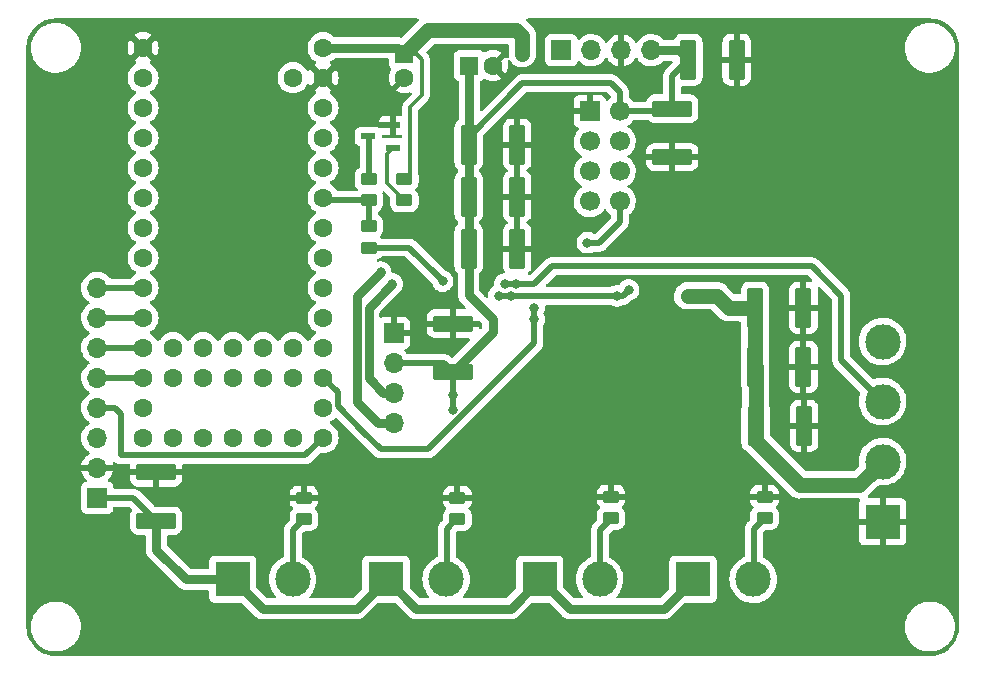
<source format=gtl>
%TF.GenerationSoftware,KiCad,Pcbnew,(6.0.6)*%
%TF.CreationDate,2022-07-07T23:15:42-04:00*%
%TF.ProjectId,Autohelm_ControlPanel,4175746f-6865-46c6-9d5f-436f6e74726f,rev?*%
%TF.SameCoordinates,Original*%
%TF.FileFunction,Copper,L1,Top*%
%TF.FilePolarity,Positive*%
%FSLAX46Y46*%
G04 Gerber Fmt 4.6, Leading zero omitted, Abs format (unit mm)*
G04 Created by KiCad (PCBNEW (6.0.6)) date 2022-07-07 23:15:42*
%MOMM*%
%LPD*%
G01*
G04 APERTURE LIST*
G04 Aperture macros list*
%AMRoundRect*
0 Rectangle with rounded corners*
0 $1 Rounding radius*
0 $2 $3 $4 $5 $6 $7 $8 $9 X,Y pos of 4 corners*
0 Add a 4 corners polygon primitive as box body*
4,1,4,$2,$3,$4,$5,$6,$7,$8,$9,$2,$3,0*
0 Add four circle primitives for the rounded corners*
1,1,$1+$1,$2,$3*
1,1,$1+$1,$4,$5*
1,1,$1+$1,$6,$7*
1,1,$1+$1,$8,$9*
0 Add four rect primitives between the rounded corners*
20,1,$1+$1,$2,$3,$4,$5,0*
20,1,$1+$1,$4,$5,$6,$7,0*
20,1,$1+$1,$6,$7,$8,$9,0*
20,1,$1+$1,$8,$9,$2,$3,0*%
G04 Aperture macros list end*
%TA.AperFunction,SMDPad,CuDef*%
%ADD10RoundRect,0.250000X-0.450000X0.262500X-0.450000X-0.262500X0.450000X-0.262500X0.450000X0.262500X0*%
%TD*%
%TA.AperFunction,SMDPad,CuDef*%
%ADD11R,1.300000X0.600000*%
%TD*%
%TA.AperFunction,ComponentPad*%
%ADD12R,1.700000X1.700000*%
%TD*%
%TA.AperFunction,ComponentPad*%
%ADD13O,1.700000X1.700000*%
%TD*%
%TA.AperFunction,SMDPad,CuDef*%
%ADD14RoundRect,0.249999X-0.450001X-1.450001X0.450001X-1.450001X0.450001X1.450001X-0.450001X1.450001X0*%
%TD*%
%TA.AperFunction,SMDPad,CuDef*%
%ADD15RoundRect,0.250000X0.450000X-0.262500X0.450000X0.262500X-0.450000X0.262500X-0.450000X-0.262500X0*%
%TD*%
%TA.AperFunction,ComponentPad*%
%ADD16R,3.000000X3.000000*%
%TD*%
%TA.AperFunction,ComponentPad*%
%ADD17C,3.000000*%
%TD*%
%TA.AperFunction,ComponentPad*%
%ADD18C,1.600000*%
%TD*%
%TA.AperFunction,ComponentPad*%
%ADD19C,1.700000*%
%TD*%
%TA.AperFunction,ComponentPad*%
%ADD20R,1.600000X1.600000*%
%TD*%
%TA.AperFunction,SMDPad,CuDef*%
%ADD21RoundRect,0.249999X-1.450001X0.450001X-1.450001X-0.450001X1.450001X-0.450001X1.450001X0.450001X0*%
%TD*%
%TA.AperFunction,SMDPad,CuDef*%
%ADD22RoundRect,0.249999X1.450001X-0.450001X1.450001X0.450001X-1.450001X0.450001X-1.450001X-0.450001X0*%
%TD*%
%TA.AperFunction,SMDPad,CuDef*%
%ADD23RoundRect,0.249999X0.450001X1.450001X-0.450001X1.450001X-0.450001X-1.450001X0.450001X-1.450001X0*%
%TD*%
%TA.AperFunction,ViaPad*%
%ADD24C,1.000000*%
%TD*%
%TA.AperFunction,ViaPad*%
%ADD25C,0.800000*%
%TD*%
%TA.AperFunction,Conductor*%
%ADD26C,1.300000*%
%TD*%
%TA.AperFunction,Conductor*%
%ADD27C,0.500000*%
%TD*%
%TA.AperFunction,Conductor*%
%ADD28C,0.750000*%
%TD*%
%TA.AperFunction,Conductor*%
%ADD29C,0.300000*%
%TD*%
G04 APERTURE END LIST*
D10*
%TO.P,R7,1*%
%TO.N,+5V*%
X132500000Y-79087500D03*
%TO.P,R7,2*%
%TO.N,Net-(Q1-Pad1)*%
X132500000Y-80912500D03*
%TD*%
D11*
%TO.P,Q1,3,D*%
%TO.N,Net-(Q1-Pad3)*%
X129450000Y-75500000D03*
%TO.P,Q1,2,S*%
%TO.N,Earth*%
X131550000Y-74550000D03*
%TO.P,Q1,1,G*%
%TO.N,Net-(Q1-Pad1)*%
X131550000Y-76450000D03*
%TD*%
D12*
%TO.P,U3,1,GND*%
%TO.N,Earth*%
X131600000Y-92160000D03*
D13*
%TO.P,U3,2,VCC*%
%TO.N,+3.3V*%
X131600000Y-94700000D03*
%TO.P,U3,3,SDA*%
%TO.N,Net-(U2-Pad2)*%
X131600000Y-97240000D03*
%TO.P,U3,4,SCL*%
%TO.N,Net-(U2-Pad1)*%
X131600000Y-99780000D03*
%TD*%
D14*
%TO.P,C8,1*%
%TO.N,+5V*%
X162250000Y-100000000D03*
%TO.P,C8,2*%
%TO.N,Earth*%
X166350000Y-100000000D03*
%TD*%
D15*
%TO.P,R6,1*%
%TO.N,Net-(R6-Pad1)*%
X163000000Y-107825000D03*
%TO.P,R6,2*%
%TO.N,Earth*%
X163000000Y-106000000D03*
%TD*%
D16*
%TO.P,J1,1,Pin_1*%
%TO.N,Earth*%
X173000000Y-108120000D03*
D17*
%TO.P,J1,2,Pin_2*%
%TO.N,+5V*%
X173000000Y-103040000D03*
%TO.P,J1,3,Pin_3*%
%TO.N,+4V*%
X173000000Y-97960000D03*
%TO.P,J1,4,Pin_4*%
%TO.N,unconnected-(J1-Pad4)*%
X173000000Y-92880000D03*
%TD*%
D18*
%TO.P,U4,1,GND*%
%TO.N,Earth*%
X110380000Y-67990000D03*
%TO.P,U4,2,0_RX1_CRX2_CS1*%
%TO.N,unconnected-(U4-Pad2)*%
X110380000Y-70530000D03*
%TO.P,U4,3,1_TX1_CTX2_MISO1*%
%TO.N,unconnected-(U4-Pad3)*%
X110380000Y-73070000D03*
%TO.P,U4,4,2_OUT2*%
%TO.N,Net-(R6-Pad1)*%
X110380000Y-75610000D03*
%TO.P,U4,5,3_LRCLK2*%
%TO.N,Net-(R5-Pad1)*%
X110380000Y-78150000D03*
%TO.P,U4,6,4_BCLK2*%
%TO.N,Net-(R4-Pad1)*%
X110380000Y-80690000D03*
%TO.P,U4,7,5_IN2*%
%TO.N,Net-(R3-Pad1)*%
X110380000Y-83230000D03*
%TO.P,U4,8,6_OUT1D*%
%TO.N,unconnected-(U4-Pad8)*%
X110380000Y-85770000D03*
%TO.P,U4,9,7_RX2_OUT1A*%
%TO.N,BUSY*%
X110380000Y-88310000D03*
%TO.P,U4,10,8_TX2_IN1*%
%TO.N,RST*%
X110380000Y-90850000D03*
%TO.P,U4,11,9_OUT1C*%
%TO.N,DC*%
X110380000Y-93390000D03*
%TO.P,U4,12,10_CS_MQSR*%
%TO.N,CS*%
X110380000Y-95930000D03*
%TO.P,U4,13,11_MOSI_CTX1*%
%TO.N,MOSI*%
X110380000Y-98470000D03*
%TO.P,U4,14,12_MISO_MQSL*%
%TO.N,MISO*%
X110380000Y-101010000D03*
%TO.P,U4,15,VBAT*%
%TO.N,unconnected-(U4-Pad15)*%
X112920000Y-101010000D03*
%TO.P,U4,16,3V3*%
%TO.N,unconnected-(U4-Pad16)*%
X115460000Y-101010000D03*
%TO.P,U4,17,GND*%
%TO.N,unconnected-(U4-Pad17)*%
X118000000Y-101010000D03*
%TO.P,U4,18,PROGRAM*%
%TO.N,unconnected-(U4-Pad18)*%
X120540000Y-101010000D03*
%TO.P,U4,19,ON_OFF*%
%TO.N,unconnected-(U4-Pad19)*%
X123080000Y-101010000D03*
%TO.P,U4,20,13_SCK_CRX1_LED*%
%TO.N,CLK*%
X125620000Y-101010000D03*
%TO.P,U4,21,14_A0_TX3_SPDIF_OUT*%
%TO.N,Net-(U1-Pad4)*%
X125620000Y-98470000D03*
%TO.P,U4,22,15_A1_RX3_SPDIF_IN*%
%TO.N,Net-(U1-Pad8)*%
X125620000Y-95930000D03*
%TO.P,U4,23,16_A2_RX4_SCL1*%
%TO.N,unconnected-(U4-Pad23)*%
X125620000Y-93390000D03*
%TO.P,U4,24,17_A3_TX4_SDA1*%
%TO.N,CE*%
X125620000Y-90850000D03*
%TO.P,U4,25,18_A4_SDA0*%
%TO.N,Net-(U2-Pad2)*%
X125620000Y-88310000D03*
%TO.P,U4,26,19_A5_SCL0*%
%TO.N,Net-(U2-Pad1)*%
X125620000Y-85770000D03*
%TO.P,U4,27,20_A6_TX5_LRCLK1*%
%TO.N,unconnected-(U4-Pad27)*%
X125620000Y-83230000D03*
%TO.P,U4,28,21_A7_RX5_BCLK1*%
%TO.N,Net-(R1-Pad1)*%
X125620000Y-80690000D03*
%TO.P,U4,29,22_A8_CTX1*%
%TO.N,unconnected-(U4-Pad29)*%
X125620000Y-78150000D03*
%TO.P,U4,30,23_A9_CRX1_MCLK1*%
%TO.N,unconnected-(U4-Pad30)*%
X125620000Y-75610000D03*
%TO.P,U4,31,3V3*%
%TO.N,+3.3V*%
X125620000Y-73070000D03*
%TO.P,U4,32,GND*%
%TO.N,Earth*%
X125620000Y-70530000D03*
%TO.P,U4,33,VIN*%
%TO.N,+5V*%
X125620000Y-67990000D03*
%TO.P,U4,34,VUSB*%
%TO.N,unconnected-(U4-Pad34)*%
X123080000Y-70530000D03*
%TO.P,U4,35,24_A10_TX6_SCL2*%
%TO.N,unconnected-(U4-Pad35)*%
X123080000Y-95930000D03*
%TO.P,U4,36,25_A11_RX6_SDA2*%
%TO.N,unconnected-(U4-Pad36)*%
X123080000Y-93390000D03*
%TO.P,U4,37,26_A12_MOSI1*%
%TO.N,unconnected-(U4-Pad37)*%
X120540000Y-95930000D03*
%TO.P,U4,38,27_A13_SCK1*%
%TO.N,unconnected-(U4-Pad38)*%
X120540000Y-93390000D03*
%TO.P,U4,39,28_RX7*%
%TO.N,unconnected-(U4-Pad39)*%
X118000000Y-95930000D03*
%TO.P,U4,40,29_TX7*%
%TO.N,unconnected-(U4-Pad40)*%
X118000000Y-93390000D03*
%TO.P,U4,41,30_CRX3*%
%TO.N,unconnected-(U4-Pad41)*%
X115460000Y-95930000D03*
%TO.P,U4,42,31_CTX3*%
%TO.N,unconnected-(U4-Pad42)*%
X115460000Y-93390000D03*
%TO.P,U4,43,32_OUT1B*%
%TO.N,unconnected-(U4-Pad43)*%
X112920000Y-95930000D03*
%TO.P,U4,44,33_MCLK2*%
%TO.N,unconnected-(U4-Pad44)*%
X112920000Y-93390000D03*
%TD*%
D10*
%TO.P,R1,1*%
%TO.N,Net-(R1-Pad1)*%
X129500000Y-83087500D03*
%TO.P,R1,2*%
%TO.N,+4V*%
X129500000Y-84912500D03*
%TD*%
D14*
%TO.P,C6,1*%
%TO.N,+5V*%
X162200000Y-90000000D03*
%TO.P,C6,2*%
%TO.N,Earth*%
X166300000Y-90000000D03*
%TD*%
%TO.P,C5,1*%
%TO.N,+3.3V*%
X137950000Y-76200000D03*
%TO.P,C5,2*%
%TO.N,Earth*%
X142050000Y-76200000D03*
%TD*%
D16*
%TO.P,SW3,1,1*%
%TO.N,+3.3V*%
X130960000Y-113000000D03*
D17*
%TO.P,SW3,2,2*%
%TO.N,Net-(R4-Pad1)*%
X136040000Y-113000000D03*
%TD*%
D16*
%TO.P,SW4,1,1*%
%TO.N,+3.3V*%
X117960000Y-113000000D03*
D17*
%TO.P,SW4,2,2*%
%TO.N,Net-(R3-Pad1)*%
X123040000Y-113000000D03*
%TD*%
D16*
%TO.P,SW2,1,1*%
%TO.N,+3.3V*%
X143960000Y-113000000D03*
D17*
%TO.P,SW2,2,2*%
%TO.N,Net-(R5-Pad1)*%
X149040000Y-113000000D03*
%TD*%
D16*
%TO.P,SW1,1,1*%
%TO.N,+3.3V*%
X156960000Y-113000000D03*
D17*
%TO.P,SW1,2,2*%
%TO.N,Net-(R6-Pad1)*%
X162040000Y-113000000D03*
%TD*%
D14*
%TO.P,C7,1*%
%TO.N,+5V*%
X162200000Y-95000000D03*
%TO.P,C7,2*%
%TO.N,Earth*%
X166300000Y-95000000D03*
%TD*%
D12*
%TO.P,U1,1,GND*%
%TO.N,Earth*%
X148200000Y-73375000D03*
D19*
%TO.P,U1,2,VCC*%
%TO.N,+3.3V*%
X150740000Y-73375000D03*
%TO.P,U1,3,CE*%
%TO.N,CE*%
X148200000Y-75915000D03*
%TO.P,U1,4,~{CSN}*%
%TO.N,Net-(U1-Pad4)*%
X150740000Y-75915000D03*
%TO.P,U1,5,SCK*%
%TO.N,CLK*%
X148200000Y-78455000D03*
%TO.P,U1,6,MOSI*%
%TO.N,MOSI*%
X150740000Y-78455000D03*
%TO.P,U1,7,MISO*%
%TO.N,MISO*%
X148200000Y-80995000D03*
%TO.P,U1,8,IRQ*%
%TO.N,Net-(U1-Pad8)*%
X150740000Y-80995000D03*
%TD*%
D20*
%TO.P,C2,1*%
%TO.N,+5V*%
X132500000Y-68544888D03*
D18*
%TO.P,C2,2*%
%TO.N,Earth*%
X132500000Y-70544888D03*
%TD*%
D15*
%TO.P,R5,1*%
%TO.N,Net-(R5-Pad1)*%
X150000000Y-107825000D03*
%TO.P,R5,2*%
%TO.N,Earth*%
X150000000Y-106000000D03*
%TD*%
%TO.P,R3,1*%
%TO.N,Net-(R3-Pad1)*%
X124000000Y-107912500D03*
%TO.P,R3,2*%
%TO.N,Earth*%
X124000000Y-106087500D03*
%TD*%
D21*
%TO.P,C10,1*%
%TO.N,Earth*%
X136600000Y-91350000D03*
%TO.P,C10,2*%
%TO.N,+3.3V*%
X136600000Y-95450000D03*
%TD*%
%TO.P,C9,1*%
%TO.N,Earth*%
X111500000Y-103950000D03*
%TO.P,C9,2*%
%TO.N,+3.3V*%
X111500000Y-108050000D03*
%TD*%
D22*
%TO.P,C12,1*%
%TO.N,Earth*%
X155200000Y-77250000D03*
%TO.P,C12,2*%
%TO.N,+3.3V*%
X155200000Y-73150000D03*
%TD*%
D10*
%TO.P,R2,1*%
%TO.N,Net-(Q1-Pad3)*%
X129500000Y-79087500D03*
%TO.P,R2,2*%
%TO.N,Net-(R1-Pad1)*%
X129500000Y-80912500D03*
%TD*%
D12*
%TO.P,U2,1,SCL*%
%TO.N,Net-(U2-Pad1)*%
X145800000Y-68200000D03*
D13*
%TO.P,U2,2,SDA*%
%TO.N,Net-(U2-Pad2)*%
X148340000Y-68200000D03*
%TO.P,U2,3,GND*%
%TO.N,Earth*%
X150880000Y-68200000D03*
%TO.P,U2,4,VIN*%
%TO.N,+3.3V*%
X153420000Y-68200000D03*
%TD*%
D23*
%TO.P,C11,1*%
%TO.N,Earth*%
X160650000Y-69000000D03*
%TO.P,C11,2*%
%TO.N,+3.3V*%
X156550000Y-69000000D03*
%TD*%
D14*
%TO.P,C3,1*%
%TO.N,+3.3V*%
X137950000Y-85000000D03*
%TO.P,C3,2*%
%TO.N,Earth*%
X142050000Y-85000000D03*
%TD*%
D15*
%TO.P,R4,1*%
%TO.N,Net-(R4-Pad1)*%
X137000000Y-107912500D03*
%TO.P,R4,2*%
%TO.N,Earth*%
X137000000Y-106087500D03*
%TD*%
D20*
%TO.P,C1,1*%
%TO.N,+3.3V*%
X138000000Y-69500000D03*
D18*
%TO.P,C1,2*%
%TO.N,Earth*%
X140000000Y-69500000D03*
%TD*%
D12*
%TO.P,U5,1,VCC*%
%TO.N,+3.3V*%
X106500000Y-106090000D03*
D13*
%TO.P,U5,2,GND*%
%TO.N,Earth*%
X106500000Y-103550000D03*
%TO.P,U5,3,DIN*%
%TO.N,MOSI*%
X106500000Y-101010000D03*
%TO.P,U5,4,CLK*%
%TO.N,CLK*%
X106500000Y-98470000D03*
%TO.P,U5,5,CS*%
%TO.N,CS*%
X106500000Y-95930000D03*
%TO.P,U5,6,DC*%
%TO.N,DC*%
X106500000Y-93390000D03*
%TO.P,U5,7,RST*%
%TO.N,RST*%
X106500000Y-90850000D03*
%TO.P,U5,8,BUSY*%
%TO.N,BUSY*%
X106500000Y-88310000D03*
%TD*%
D14*
%TO.P,C4,1*%
%TO.N,+3.3V*%
X137950000Y-80600000D03*
%TO.P,C4,2*%
%TO.N,Earth*%
X142050000Y-80600000D03*
%TD*%
D24*
%TO.N,+5V*%
X156500000Y-89000000D03*
D25*
%TO.N,Net-(U1-Pad8)*%
X148000000Y-84500000D03*
%TO.N,+3.3V*%
X136600000Y-98650000D03*
%TO.N,+4V*%
X135750000Y-87750000D03*
X141000000Y-88000000D03*
%TO.N,Net-(U1-Pad4)*%
X140500000Y-89000000D03*
X141500000Y-89000000D03*
%TO.N,Net-(U1-Pad8)*%
X143500000Y-91000000D03*
X143500000Y-90000000D03*
%TO.N,+4V*%
X142000000Y-88000000D03*
%TO.N,Net-(U1-Pad4)*%
X150500000Y-89000000D03*
X151500000Y-88500000D03*
%TO.N,+3.3V*%
X136600000Y-97400000D03*
%TO.N,Net-(U2-Pad1)*%
X130500000Y-87000000D03*
%TO.N,Net-(U2-Pad2)*%
X131500000Y-88000000D03*
D24*
%TO.N,+5V*%
X142500000Y-68500000D03*
X142500000Y-67000000D03*
X159000000Y-89000000D03*
%TD*%
D26*
%TO.N,+5V*%
X159000000Y-89000000D02*
X156500000Y-89000000D01*
D27*
%TO.N,+4V*%
X135500000Y-87500000D02*
X135750000Y-87750000D01*
%TO.N,Net-(U1-Pad4)*%
X150500000Y-89000000D02*
X151000000Y-89000000D01*
X141500000Y-89000000D02*
X150500000Y-89000000D01*
%TO.N,+3.3V*%
X136600000Y-97400000D02*
X136600000Y-98400000D01*
X136600000Y-98400000D02*
X136600000Y-98650000D01*
X136600000Y-95450000D02*
X136600000Y-97400000D01*
%TO.N,+4V*%
X135500000Y-87500000D02*
X135250000Y-87250000D01*
D28*
%TO.N,+3.3V*%
X140000000Y-92050000D02*
X136600000Y-95450000D01*
X137950000Y-88950000D02*
X140000000Y-91000000D01*
X140000000Y-91000000D02*
X140000000Y-92050000D01*
X137950000Y-85000000D02*
X137950000Y-88950000D01*
D27*
%TO.N,+4V*%
X142000000Y-88000000D02*
X141000000Y-88000000D01*
X135250000Y-87250000D02*
X132912500Y-84912500D01*
%TO.N,Net-(U1-Pad4)*%
X140500000Y-89000000D02*
X141500000Y-89000000D01*
%TO.N,Net-(U1-Pad8)*%
X149000000Y-84500000D02*
X150740000Y-82760000D01*
X150740000Y-82760000D02*
X150740000Y-80995000D01*
X148000000Y-84500000D02*
X149000000Y-84500000D01*
X143500000Y-91000000D02*
X143500000Y-90000000D01*
X143500000Y-93000000D02*
X143500000Y-91000000D01*
X134500000Y-102000000D02*
X143500000Y-93000000D01*
X130500000Y-102000000D02*
X134500000Y-102000000D01*
X129000000Y-100500000D02*
X130500000Y-102000000D01*
X126870000Y-98370000D02*
X129000000Y-100500000D01*
X126870000Y-97180000D02*
X126870000Y-98370000D01*
X125620000Y-95930000D02*
X126870000Y-97180000D01*
%TO.N,Net-(U1-Pad4)*%
X151500000Y-88500000D02*
X151000000Y-89000000D01*
D28*
%TO.N,Net-(U2-Pad1)*%
X130280000Y-99780000D02*
X128500000Y-98000000D01*
X128500000Y-98000000D02*
X128500000Y-89000000D01*
X128500000Y-89000000D02*
X130500000Y-87000000D01*
X131600000Y-99780000D02*
X130280000Y-99780000D01*
%TO.N,Net-(U2-Pad2)*%
X130740000Y-97240000D02*
X131600000Y-97240000D01*
X129500000Y-96000000D02*
X130740000Y-97240000D01*
X131500000Y-88000000D02*
X129500000Y-90000000D01*
X129500000Y-90000000D02*
X129500000Y-96000000D01*
%TO.N,+3.3V*%
X155750000Y-68200000D02*
X156550000Y-69000000D01*
X153420000Y-68200000D02*
X155750000Y-68200000D01*
D27*
X155200000Y-70350000D02*
X156550000Y-69000000D01*
X155200000Y-73150000D02*
X155200000Y-70350000D01*
X135850000Y-94700000D02*
X136600000Y-95450000D01*
X131600000Y-94700000D02*
X135850000Y-94700000D01*
%TO.N,CLK*%
X124130000Y-102500000D02*
X125620000Y-101010000D01*
X108500000Y-102500000D02*
X124130000Y-102500000D01*
X108500000Y-99000000D02*
X108500000Y-102500000D01*
X106500000Y-98470000D02*
X107970000Y-98470000D01*
X107970000Y-98470000D02*
X108500000Y-99000000D01*
%TO.N,CS*%
X106500000Y-95930000D02*
X110380000Y-95930000D01*
%TO.N,DC*%
X106500000Y-93390000D02*
X110380000Y-93390000D01*
%TO.N,RST*%
X106500000Y-90850000D02*
X110380000Y-90850000D01*
%TO.N,BUSY*%
X106500000Y-88310000D02*
X110380000Y-88310000D01*
%TO.N,+3.3V*%
X109540000Y-106090000D02*
X111500000Y-108050000D01*
X106500000Y-106090000D02*
X109540000Y-106090000D01*
D28*
X114000000Y-113000000D02*
X111500000Y-110500000D01*
X111500000Y-110500000D02*
X111500000Y-108050000D01*
X118000000Y-113000000D02*
X114000000Y-113000000D01*
D26*
%TO.N,+5V*%
X134544888Y-66500000D02*
X132500000Y-68544888D01*
X142000000Y-66500000D02*
X134544888Y-66500000D01*
X142500000Y-67000000D02*
X142000000Y-66500000D01*
X142500000Y-68500000D02*
X142500000Y-67000000D01*
X160000000Y-90000000D02*
X159000000Y-89000000D01*
X162200000Y-90000000D02*
X160000000Y-90000000D01*
D27*
%TO.N,+3.3V*%
X137950000Y-75550000D02*
X137950000Y-76200000D01*
X142500000Y-71000000D02*
X137950000Y-75550000D01*
X150000000Y-71000000D02*
X142500000Y-71000000D01*
X150740000Y-71740000D02*
X150000000Y-71000000D01*
X150740000Y-73375000D02*
X150740000Y-71740000D01*
X154975000Y-73375000D02*
X155200000Y-73150000D01*
X150740000Y-73375000D02*
X154975000Y-73375000D01*
D28*
X137950000Y-80600000D02*
X137950000Y-85000000D01*
X137950000Y-76200000D02*
X137950000Y-80600000D01*
X138000000Y-76150000D02*
X137950000Y-76200000D01*
X138000000Y-69500000D02*
X138000000Y-76150000D01*
%TO.N,+5V*%
X131945112Y-67990000D02*
X132500000Y-68544888D01*
X125620000Y-67990000D02*
X131945112Y-67990000D01*
D29*
X133544888Y-68544888D02*
X132500000Y-68544888D01*
X134000000Y-69000000D02*
X133544888Y-68544888D01*
X134000000Y-72000000D02*
X134000000Y-69000000D01*
X133000000Y-78587500D02*
X133000000Y-73000000D01*
X133000000Y-73000000D02*
X134000000Y-72000000D01*
X132500000Y-79087500D02*
X133000000Y-78587500D01*
%TO.N,Net-(Q1-Pad1)*%
X131000000Y-77000000D02*
X131550000Y-76450000D01*
X131000000Y-79412500D02*
X131000000Y-77000000D01*
X132500000Y-80912500D02*
X131000000Y-79412500D01*
D27*
%TO.N,Net-(Q1-Pad3)*%
X129500000Y-75550000D02*
X129450000Y-75500000D01*
X129500000Y-79087500D02*
X129500000Y-75550000D01*
%TO.N,Net-(R1-Pad1)*%
X125842500Y-80912500D02*
X125620000Y-80690000D01*
X129500000Y-80912500D02*
X125842500Y-80912500D01*
X129500000Y-83087500D02*
X129500000Y-80912500D01*
%TO.N,+4V*%
X132912500Y-84912500D02*
X129500000Y-84912500D01*
X143500000Y-88000000D02*
X142000000Y-88000000D01*
X145000000Y-86500000D02*
X143500000Y-88000000D01*
X167000000Y-86500000D02*
X145000000Y-86500000D01*
X169500000Y-89000000D02*
X167000000Y-86500000D01*
X169500000Y-94460000D02*
X169500000Y-89000000D01*
X173000000Y-97960000D02*
X169500000Y-94460000D01*
D28*
%TO.N,+3.3V*%
X133500000Y-115500000D02*
X141500000Y-115500000D01*
X120500000Y-115500000D02*
X128500000Y-115500000D01*
X146500000Y-115500000D02*
X154500000Y-115500000D01*
X144000000Y-113000000D02*
X146500000Y-115500000D01*
X141500000Y-115500000D02*
X144000000Y-113000000D01*
X131000000Y-113000000D02*
X133500000Y-115500000D01*
X118000000Y-113000000D02*
X120500000Y-115500000D01*
X154500000Y-115500000D02*
X157000000Y-113000000D01*
X128500000Y-115500000D02*
X131000000Y-113000000D01*
D26*
%TO.N,+5V*%
X162250000Y-100000000D02*
X162250000Y-95050000D01*
X166000000Y-105000000D02*
X162250000Y-101250000D01*
X162250000Y-95050000D02*
X162200000Y-95000000D01*
X171040000Y-105000000D02*
X166000000Y-105000000D01*
X173000000Y-103040000D02*
X171040000Y-105000000D01*
X162250000Y-101250000D02*
X162250000Y-100000000D01*
X162200000Y-95000000D02*
X162200000Y-90000000D01*
D27*
%TO.N,Net-(R6-Pad1)*%
X162080000Y-113000000D02*
X162080000Y-108745000D01*
X162080000Y-108745000D02*
X163000000Y-107825000D01*
%TO.N,Net-(R5-Pad1)*%
X149080000Y-113000000D02*
X149080000Y-108832500D01*
X149080000Y-108832500D02*
X150000000Y-107912500D01*
%TO.N,Net-(R4-Pad1)*%
X136080000Y-108745000D02*
X137000000Y-107825000D01*
X136080000Y-113000000D02*
X136080000Y-108745000D01*
%TO.N,Net-(R3-Pad1)*%
X123080000Y-113000000D02*
X123080000Y-108832500D01*
X123080000Y-108832500D02*
X124000000Y-107912500D01*
%TD*%
%TA.AperFunction,Conductor*%
%TO.N,Earth*%
G36*
X133661953Y-65528502D02*
G01*
X133708446Y-65582158D01*
X133718550Y-65652432D01*
X133689056Y-65717012D01*
X133682927Y-65723595D01*
X132301900Y-67104622D01*
X132239588Y-67138648D01*
X132173872Y-67135361D01*
X132129814Y-67121046D01*
X132116484Y-67119645D01*
X132097041Y-67116042D01*
X132084083Y-67112570D01*
X132077493Y-67112225D01*
X132077489Y-67112224D01*
X132033539Y-67109921D01*
X132017740Y-67109093D01*
X132011181Y-67108577D01*
X131991418Y-67106500D01*
X131971557Y-67106500D01*
X131964962Y-67106327D01*
X131905210Y-67103195D01*
X131905206Y-67103195D01*
X131898619Y-67102850D01*
X131885365Y-67104949D01*
X131865656Y-67106500D01*
X126639188Y-67106500D01*
X126571067Y-67086498D01*
X126550093Y-67069595D01*
X126464300Y-66983802D01*
X126459792Y-66980645D01*
X126459789Y-66980643D01*
X126365297Y-66914479D01*
X126276749Y-66852477D01*
X126271767Y-66850154D01*
X126271762Y-66850151D01*
X126074225Y-66758039D01*
X126074224Y-66758039D01*
X126069243Y-66755716D01*
X126063935Y-66754294D01*
X126063933Y-66754293D01*
X125853402Y-66697881D01*
X125853400Y-66697881D01*
X125848087Y-66696457D01*
X125620000Y-66676502D01*
X125391913Y-66696457D01*
X125386600Y-66697881D01*
X125386598Y-66697881D01*
X125176067Y-66754293D01*
X125176065Y-66754294D01*
X125170757Y-66755716D01*
X125165776Y-66758039D01*
X125165775Y-66758039D01*
X124968238Y-66850151D01*
X124968233Y-66850154D01*
X124963251Y-66852477D01*
X124874703Y-66914479D01*
X124780211Y-66980643D01*
X124780208Y-66980645D01*
X124775700Y-66983802D01*
X124613802Y-67145700D01*
X124610645Y-67150208D01*
X124610643Y-67150211D01*
X124560907Y-67221242D01*
X124482477Y-67333251D01*
X124480154Y-67338233D01*
X124480151Y-67338238D01*
X124394469Y-67521986D01*
X124385716Y-67540757D01*
X124384294Y-67546065D01*
X124384293Y-67546067D01*
X124341093Y-67707290D01*
X124326457Y-67761913D01*
X124306502Y-67990000D01*
X124326457Y-68218087D01*
X124327881Y-68223400D01*
X124327881Y-68223402D01*
X124382091Y-68425713D01*
X124385716Y-68439243D01*
X124388039Y-68444224D01*
X124388039Y-68444225D01*
X124480151Y-68641762D01*
X124480154Y-68641767D01*
X124482477Y-68646749D01*
X124555902Y-68751611D01*
X124584171Y-68791982D01*
X124613802Y-68834300D01*
X124775700Y-68996198D01*
X124780208Y-68999355D01*
X124780211Y-68999357D01*
X124832847Y-69036213D01*
X124963251Y-69127523D01*
X124968233Y-69129846D01*
X124968238Y-69129849D01*
X125003049Y-69146081D01*
X125056334Y-69192998D01*
X125075795Y-69261275D01*
X125055253Y-69329235D01*
X125003049Y-69374471D01*
X124968489Y-69390586D01*
X124958994Y-69396069D01*
X124906952Y-69432509D01*
X124898576Y-69442988D01*
X124905644Y-69456434D01*
X125607188Y-70157978D01*
X125621132Y-70165592D01*
X125622965Y-70165461D01*
X125629580Y-70161210D01*
X126335077Y-69455713D01*
X126341507Y-69443938D01*
X126332211Y-69431923D01*
X126281006Y-69396069D01*
X126271511Y-69390586D01*
X126236951Y-69374471D01*
X126183666Y-69327554D01*
X126164205Y-69259277D01*
X126184747Y-69191317D01*
X126236951Y-69146081D01*
X126271762Y-69129849D01*
X126271767Y-69129846D01*
X126276749Y-69127523D01*
X126407153Y-69036213D01*
X126459789Y-68999357D01*
X126459792Y-68999355D01*
X126464300Y-68996198D01*
X126550093Y-68910405D01*
X126612405Y-68876379D01*
X126639188Y-68873500D01*
X131065500Y-68873500D01*
X131133621Y-68893502D01*
X131180114Y-68947158D01*
X131191500Y-68999500D01*
X131191500Y-69393022D01*
X131198255Y-69455204D01*
X131249385Y-69591593D01*
X131254771Y-69598779D01*
X131331355Y-69700966D01*
X131331358Y-69700969D01*
X131336739Y-69708149D01*
X131343919Y-69713530D01*
X131350270Y-69719881D01*
X131348128Y-69722023D01*
X131381564Y-69766734D01*
X131386594Y-69837552D01*
X131368477Y-69878923D01*
X131368818Y-69879120D01*
X131367048Y-69882186D01*
X131366701Y-69882978D01*
X131366071Y-69883877D01*
X131360586Y-69893377D01*
X131268510Y-70090835D01*
X131264764Y-70101127D01*
X131208375Y-70311576D01*
X131206472Y-70322369D01*
X131187483Y-70539413D01*
X131187483Y-70550363D01*
X131206472Y-70767407D01*
X131208375Y-70778200D01*
X131264764Y-70988649D01*
X131268510Y-70998941D01*
X131360586Y-71196399D01*
X131366069Y-71205894D01*
X131402509Y-71257936D01*
X131412988Y-71266312D01*
X131426434Y-71259244D01*
X132410905Y-70274773D01*
X132473217Y-70240747D01*
X132544032Y-70245812D01*
X132589095Y-70274773D01*
X132770115Y-70455793D01*
X132804141Y-70518105D01*
X132799076Y-70588920D01*
X132770115Y-70633983D01*
X131784923Y-71619175D01*
X131778493Y-71630950D01*
X131787789Y-71642965D01*
X131838994Y-71678819D01*
X131848489Y-71684302D01*
X132045947Y-71776378D01*
X132056239Y-71780124D01*
X132266688Y-71836513D01*
X132277481Y-71838416D01*
X132494525Y-71857405D01*
X132505475Y-71857405D01*
X132722519Y-71838416D01*
X132733312Y-71836513D01*
X132943759Y-71780124D01*
X132951890Y-71777165D01*
X133022743Y-71772663D01*
X133084783Y-71807182D01*
X133118312Y-71869763D01*
X133112685Y-71940536D01*
X133084078Y-71984662D01*
X132592395Y-72476345D01*
X132583615Y-72484335D01*
X132583613Y-72484337D01*
X132576920Y-72488584D01*
X132571494Y-72494362D01*
X132571493Y-72494363D01*
X132528396Y-72540257D01*
X132525641Y-72543099D01*
X132505073Y-72563667D01*
X132502356Y-72567170D01*
X132494648Y-72576195D01*
X132463028Y-72609867D01*
X132459207Y-72616818D01*
X132459206Y-72616819D01*
X132452697Y-72628658D01*
X132441843Y-72645182D01*
X132435883Y-72652867D01*
X132428696Y-72662132D01*
X132425549Y-72669404D01*
X132425548Y-72669406D01*
X132410346Y-72704535D01*
X132405124Y-72715195D01*
X132382876Y-72755663D01*
X132377541Y-72776441D01*
X132371142Y-72795131D01*
X132362620Y-72814824D01*
X132358330Y-72841913D01*
X132355394Y-72860448D01*
X132352987Y-72872071D01*
X132341500Y-72916812D01*
X132341500Y-72938259D01*
X132339949Y-72957969D01*
X132336594Y-72979152D01*
X132337340Y-72987043D01*
X132340941Y-73025138D01*
X132341500Y-73036996D01*
X132341500Y-73616000D01*
X132321498Y-73684121D01*
X132267842Y-73730614D01*
X132215500Y-73742000D01*
X131822115Y-73742000D01*
X131806876Y-73746475D01*
X131805671Y-73747865D01*
X131804000Y-73755548D01*
X131804000Y-75339884D01*
X131808475Y-75355123D01*
X131809865Y-75356328D01*
X131817548Y-75357999D01*
X132215500Y-75357999D01*
X132283621Y-75378001D01*
X132330114Y-75431657D01*
X132341500Y-75483999D01*
X132341500Y-75515500D01*
X132321498Y-75583621D01*
X132267842Y-75630114D01*
X132215500Y-75641500D01*
X130851866Y-75641500D01*
X130789684Y-75648255D01*
X130782285Y-75651029D01*
X130782284Y-75651029D01*
X130778725Y-75652363D01*
X130775762Y-75652580D01*
X130774600Y-75652856D01*
X130774555Y-75652668D01*
X130707918Y-75657543D01*
X130645550Y-75623620D01*
X130611423Y-75561363D01*
X130608500Y-75534379D01*
X130608500Y-75465087D01*
X130628502Y-75396966D01*
X130682158Y-75350473D01*
X130752432Y-75340369D01*
X130778726Y-75347104D01*
X130782389Y-75348477D01*
X130797649Y-75352105D01*
X130848514Y-75357631D01*
X130855328Y-75358000D01*
X131277885Y-75358000D01*
X131293124Y-75353525D01*
X131294329Y-75352135D01*
X131296000Y-75344452D01*
X131296000Y-74822115D01*
X131291525Y-74806876D01*
X131290135Y-74805671D01*
X131282452Y-74804000D01*
X130461553Y-74804000D01*
X130393432Y-74783998D01*
X130385988Y-74778826D01*
X130362879Y-74761507D01*
X130346705Y-74749385D01*
X130210316Y-74698255D01*
X130148134Y-74691500D01*
X128751866Y-74691500D01*
X128689684Y-74698255D01*
X128553295Y-74749385D01*
X128436739Y-74836739D01*
X128349385Y-74953295D01*
X128298255Y-75089684D01*
X128291500Y-75151866D01*
X128291500Y-75848134D01*
X128298255Y-75910316D01*
X128349385Y-76046705D01*
X128436739Y-76163261D01*
X128553295Y-76250615D01*
X128561703Y-76253767D01*
X128659730Y-76290516D01*
X128716494Y-76333158D01*
X128741194Y-76399719D01*
X128741500Y-76408498D01*
X128741500Y-78053689D01*
X128721498Y-78121810D01*
X128681804Y-78160833D01*
X128575652Y-78226522D01*
X128450695Y-78351697D01*
X128446855Y-78357927D01*
X128446854Y-78357928D01*
X128371169Y-78480712D01*
X128357885Y-78502262D01*
X128302203Y-78670139D01*
X128291500Y-78774600D01*
X128291500Y-79400400D01*
X128291837Y-79403646D01*
X128291837Y-79403650D01*
X128300689Y-79488959D01*
X128302474Y-79506166D01*
X128304655Y-79512702D01*
X128304655Y-79512704D01*
X128324315Y-79571632D01*
X128358450Y-79673946D01*
X128451522Y-79824348D01*
X128486834Y-79859598D01*
X128538109Y-79910784D01*
X128572188Y-79973066D01*
X128567185Y-80043886D01*
X128538264Y-80088975D01*
X128510270Y-80117018D01*
X128447988Y-80151097D01*
X128421097Y-80154000D01*
X126894100Y-80154000D01*
X126825979Y-80133998D01*
X126779905Y-80081249D01*
X126759851Y-80038242D01*
X126759848Y-80038236D01*
X126757523Y-80033251D01*
X126671939Y-79911025D01*
X126629357Y-79850211D01*
X126629355Y-79850208D01*
X126626198Y-79845700D01*
X126464300Y-79683802D01*
X126459792Y-79680645D01*
X126459789Y-79680643D01*
X126365292Y-79614476D01*
X126276749Y-79552477D01*
X126271767Y-79550154D01*
X126271762Y-79550151D01*
X126237543Y-79534195D01*
X126184258Y-79487278D01*
X126164797Y-79419001D01*
X126185339Y-79351041D01*
X126237543Y-79305805D01*
X126271762Y-79289849D01*
X126271767Y-79289846D01*
X126276749Y-79287523D01*
X126381611Y-79214098D01*
X126459789Y-79159357D01*
X126459792Y-79159355D01*
X126464300Y-79156198D01*
X126626198Y-78994300D01*
X126630183Y-78988610D01*
X126744005Y-78826054D01*
X126757523Y-78806749D01*
X126759846Y-78801767D01*
X126759849Y-78801762D01*
X126851961Y-78604225D01*
X126851961Y-78604224D01*
X126854284Y-78599243D01*
X126861780Y-78571270D01*
X126912119Y-78383402D01*
X126912119Y-78383400D01*
X126913543Y-78378087D01*
X126933498Y-78150000D01*
X126913543Y-77921913D01*
X126880318Y-77797915D01*
X126855707Y-77706067D01*
X126855706Y-77706065D01*
X126854284Y-77700757D01*
X126851961Y-77695775D01*
X126759849Y-77498238D01*
X126759846Y-77498233D01*
X126757523Y-77493251D01*
X126635930Y-77319598D01*
X126629357Y-77310211D01*
X126629355Y-77310208D01*
X126626198Y-77305700D01*
X126464300Y-77143802D01*
X126459792Y-77140645D01*
X126459789Y-77140643D01*
X126365292Y-77074476D01*
X126276749Y-77012477D01*
X126271767Y-77010154D01*
X126271762Y-77010151D01*
X126237543Y-76994195D01*
X126184258Y-76947278D01*
X126164797Y-76879001D01*
X126185339Y-76811041D01*
X126237543Y-76765805D01*
X126271762Y-76749849D01*
X126271767Y-76749846D01*
X126276749Y-76747523D01*
X126432151Y-76638709D01*
X126459789Y-76619357D01*
X126459792Y-76619355D01*
X126464300Y-76616198D01*
X126626198Y-76454300D01*
X126757523Y-76266749D01*
X126759846Y-76261767D01*
X126759849Y-76261762D01*
X126851961Y-76064225D01*
X126851961Y-76064224D01*
X126854284Y-76059243D01*
X126858817Y-76042328D01*
X126912119Y-75843402D01*
X126912119Y-75843400D01*
X126913543Y-75838087D01*
X126933498Y-75610000D01*
X126913543Y-75381913D01*
X126912119Y-75376598D01*
X126855707Y-75166067D01*
X126855706Y-75166065D01*
X126854284Y-75160757D01*
X126851961Y-75155775D01*
X126759849Y-74958238D01*
X126759846Y-74958233D01*
X126757523Y-74953251D01*
X126640933Y-74786744D01*
X126629357Y-74770211D01*
X126629355Y-74770208D01*
X126626198Y-74765700D01*
X126464300Y-74603802D01*
X126459792Y-74600645D01*
X126459789Y-74600643D01*
X126365292Y-74534476D01*
X126276749Y-74472477D01*
X126271767Y-74470154D01*
X126271762Y-74470151D01*
X126237543Y-74454195D01*
X126184258Y-74407278D01*
X126164797Y-74339001D01*
X126183270Y-74277885D01*
X130392000Y-74277885D01*
X130396475Y-74293124D01*
X130397865Y-74294329D01*
X130405548Y-74296000D01*
X131277885Y-74296000D01*
X131293124Y-74291525D01*
X131294329Y-74290135D01*
X131296000Y-74282452D01*
X131296000Y-73760116D01*
X131291525Y-73744877D01*
X131290135Y-73743672D01*
X131282452Y-73742001D01*
X130855331Y-73742001D01*
X130848510Y-73742371D01*
X130797648Y-73747895D01*
X130782396Y-73751521D01*
X130661946Y-73796676D01*
X130646351Y-73805214D01*
X130544276Y-73881715D01*
X130531715Y-73894276D01*
X130455214Y-73996351D01*
X130446676Y-74011946D01*
X130401522Y-74132394D01*
X130397895Y-74147649D01*
X130392369Y-74198514D01*
X130392000Y-74205328D01*
X130392000Y-74277885D01*
X126183270Y-74277885D01*
X126185339Y-74271041D01*
X126237543Y-74225805D01*
X126271762Y-74209849D01*
X126271767Y-74209846D01*
X126276749Y-74207523D01*
X126381611Y-74134098D01*
X126459789Y-74079357D01*
X126459792Y-74079355D01*
X126464300Y-74076198D01*
X126626198Y-73914300D01*
X126649015Y-73881715D01*
X126734159Y-73760116D01*
X126757523Y-73726749D01*
X126759846Y-73721767D01*
X126759849Y-73721762D01*
X126851961Y-73524225D01*
X126851961Y-73524224D01*
X126854284Y-73519243D01*
X126858637Y-73503000D01*
X126912119Y-73303402D01*
X126912119Y-73303400D01*
X126913543Y-73298087D01*
X126933498Y-73070000D01*
X126913543Y-72841913D01*
X126908383Y-72822655D01*
X126855707Y-72626067D01*
X126855706Y-72626065D01*
X126854284Y-72620757D01*
X126827663Y-72563667D01*
X126759849Y-72418238D01*
X126759846Y-72418233D01*
X126757523Y-72413251D01*
X126644112Y-72251284D01*
X126629357Y-72230211D01*
X126629355Y-72230208D01*
X126626198Y-72225700D01*
X126464300Y-72063802D01*
X126459792Y-72060645D01*
X126459789Y-72060643D01*
X126381152Y-72005581D01*
X126276749Y-71932477D01*
X126271767Y-71930154D01*
X126271762Y-71930151D01*
X126236951Y-71913919D01*
X126183666Y-71867002D01*
X126164205Y-71798725D01*
X126184747Y-71730765D01*
X126236951Y-71685529D01*
X126271511Y-71669414D01*
X126281006Y-71663931D01*
X126333048Y-71627491D01*
X126341424Y-71617012D01*
X126334356Y-71603566D01*
X125632812Y-70902022D01*
X125618868Y-70894408D01*
X125617035Y-70894539D01*
X125610420Y-70898790D01*
X124904923Y-71604287D01*
X124898493Y-71616062D01*
X124907789Y-71628077D01*
X124958994Y-71663931D01*
X124968489Y-71669414D01*
X125003049Y-71685529D01*
X125056334Y-71732446D01*
X125075795Y-71800723D01*
X125055253Y-71868683D01*
X125003049Y-71913919D01*
X124968238Y-71930151D01*
X124968233Y-71930154D01*
X124963251Y-71932477D01*
X124858848Y-72005581D01*
X124780211Y-72060643D01*
X124780208Y-72060645D01*
X124775700Y-72063802D01*
X124613802Y-72225700D01*
X124610645Y-72230208D01*
X124610643Y-72230211D01*
X124595888Y-72251284D01*
X124482477Y-72413251D01*
X124480154Y-72418233D01*
X124480151Y-72418238D01*
X124412337Y-72563667D01*
X124385716Y-72620757D01*
X124384294Y-72626065D01*
X124384293Y-72626067D01*
X124331617Y-72822655D01*
X124326457Y-72841913D01*
X124306502Y-73070000D01*
X124326457Y-73298087D01*
X124327881Y-73303400D01*
X124327881Y-73303402D01*
X124381364Y-73503000D01*
X124385716Y-73519243D01*
X124388039Y-73524224D01*
X124388039Y-73524225D01*
X124480151Y-73721762D01*
X124480154Y-73721767D01*
X124482477Y-73726749D01*
X124505841Y-73760116D01*
X124590986Y-73881715D01*
X124613802Y-73914300D01*
X124775700Y-74076198D01*
X124780208Y-74079355D01*
X124780211Y-74079357D01*
X124858389Y-74134098D01*
X124963251Y-74207523D01*
X124968233Y-74209846D01*
X124968238Y-74209849D01*
X125002457Y-74225805D01*
X125055742Y-74272722D01*
X125075203Y-74340999D01*
X125054661Y-74408959D01*
X125002457Y-74454195D01*
X124968238Y-74470151D01*
X124968233Y-74470154D01*
X124963251Y-74472477D01*
X124874708Y-74534476D01*
X124780211Y-74600643D01*
X124780208Y-74600645D01*
X124775700Y-74603802D01*
X124613802Y-74765700D01*
X124610645Y-74770208D01*
X124610643Y-74770211D01*
X124599067Y-74786744D01*
X124482477Y-74953251D01*
X124480154Y-74958233D01*
X124480151Y-74958238D01*
X124388039Y-75155775D01*
X124385716Y-75160757D01*
X124384294Y-75166065D01*
X124384293Y-75166067D01*
X124327881Y-75376598D01*
X124326457Y-75381913D01*
X124306502Y-75610000D01*
X124326457Y-75838087D01*
X124327881Y-75843400D01*
X124327881Y-75843402D01*
X124381184Y-76042328D01*
X124385716Y-76059243D01*
X124388039Y-76064224D01*
X124388039Y-76064225D01*
X124480151Y-76261762D01*
X124480154Y-76261767D01*
X124482477Y-76266749D01*
X124613802Y-76454300D01*
X124775700Y-76616198D01*
X124780208Y-76619355D01*
X124780211Y-76619357D01*
X124807849Y-76638709D01*
X124963251Y-76747523D01*
X124968233Y-76749846D01*
X124968238Y-76749849D01*
X125002457Y-76765805D01*
X125055742Y-76812722D01*
X125075203Y-76880999D01*
X125054661Y-76948959D01*
X125002457Y-76994195D01*
X124968238Y-77010151D01*
X124968233Y-77010154D01*
X124963251Y-77012477D01*
X124874708Y-77074476D01*
X124780211Y-77140643D01*
X124780208Y-77140645D01*
X124775700Y-77143802D01*
X124613802Y-77305700D01*
X124610645Y-77310208D01*
X124610643Y-77310211D01*
X124604070Y-77319598D01*
X124482477Y-77493251D01*
X124480154Y-77498233D01*
X124480151Y-77498238D01*
X124388039Y-77695775D01*
X124385716Y-77700757D01*
X124384294Y-77706065D01*
X124384293Y-77706067D01*
X124359682Y-77797915D01*
X124326457Y-77921913D01*
X124306502Y-78150000D01*
X124326457Y-78378087D01*
X124327881Y-78383400D01*
X124327881Y-78383402D01*
X124378221Y-78571270D01*
X124385716Y-78599243D01*
X124388039Y-78604224D01*
X124388039Y-78604225D01*
X124480151Y-78801762D01*
X124480154Y-78801767D01*
X124482477Y-78806749D01*
X124495995Y-78826054D01*
X124609818Y-78988610D01*
X124613802Y-78994300D01*
X124775700Y-79156198D01*
X124780208Y-79159355D01*
X124780211Y-79159357D01*
X124858389Y-79214098D01*
X124963251Y-79287523D01*
X124968233Y-79289846D01*
X124968238Y-79289849D01*
X125002457Y-79305805D01*
X125055742Y-79352722D01*
X125075203Y-79420999D01*
X125054661Y-79488959D01*
X125002457Y-79534195D01*
X124968238Y-79550151D01*
X124968233Y-79550154D01*
X124963251Y-79552477D01*
X124874708Y-79614476D01*
X124780211Y-79680643D01*
X124780208Y-79680645D01*
X124775700Y-79683802D01*
X124613802Y-79845700D01*
X124610645Y-79850208D01*
X124610643Y-79850211D01*
X124568061Y-79911025D01*
X124482477Y-80033251D01*
X124480154Y-80038233D01*
X124480151Y-80038238D01*
X124408848Y-80191150D01*
X124385716Y-80240757D01*
X124384294Y-80246065D01*
X124384293Y-80246067D01*
X124357964Y-80344329D01*
X124326457Y-80461913D01*
X124306502Y-80690000D01*
X124326457Y-80918087D01*
X124327881Y-80923400D01*
X124327881Y-80923402D01*
X124347968Y-80998365D01*
X124385716Y-81139243D01*
X124388039Y-81144224D01*
X124388039Y-81144225D01*
X124480151Y-81341762D01*
X124480154Y-81341767D01*
X124482477Y-81346749D01*
X124485634Y-81351257D01*
X124583337Y-81490791D01*
X124613802Y-81534300D01*
X124775700Y-81696198D01*
X124780208Y-81699355D01*
X124780211Y-81699357D01*
X124858389Y-81754098D01*
X124963251Y-81827523D01*
X124968233Y-81829846D01*
X124968238Y-81829849D01*
X125002457Y-81845805D01*
X125055742Y-81892722D01*
X125075203Y-81960999D01*
X125054661Y-82028959D01*
X125002457Y-82074195D01*
X124968238Y-82090151D01*
X124968233Y-82090154D01*
X124963251Y-82092477D01*
X124920034Y-82122738D01*
X124780211Y-82220643D01*
X124780208Y-82220645D01*
X124775700Y-82223802D01*
X124613802Y-82385700D01*
X124482477Y-82573251D01*
X124480154Y-82578233D01*
X124480151Y-82578238D01*
X124390078Y-82771402D01*
X124385716Y-82780757D01*
X124384294Y-82786065D01*
X124384293Y-82786067D01*
X124338689Y-82956262D01*
X124326457Y-83001913D01*
X124306502Y-83230000D01*
X124326457Y-83458087D01*
X124327881Y-83463400D01*
X124327881Y-83463402D01*
X124382112Y-83665791D01*
X124385716Y-83679243D01*
X124388039Y-83684224D01*
X124388039Y-83684225D01*
X124480151Y-83881762D01*
X124480154Y-83881767D01*
X124482477Y-83886749D01*
X124531047Y-83956114D01*
X124597853Y-84051522D01*
X124613802Y-84074300D01*
X124775700Y-84236198D01*
X124780208Y-84239355D01*
X124780211Y-84239357D01*
X124840982Y-84281909D01*
X124963251Y-84367523D01*
X124968233Y-84369846D01*
X124968238Y-84369849D01*
X125002457Y-84385805D01*
X125055742Y-84432722D01*
X125075203Y-84500999D01*
X125054661Y-84568959D01*
X125002457Y-84614195D01*
X124968238Y-84630151D01*
X124968233Y-84630154D01*
X124963251Y-84632477D01*
X124890576Y-84683365D01*
X124780211Y-84760643D01*
X124780208Y-84760645D01*
X124775700Y-84763802D01*
X124613802Y-84925700D01*
X124482477Y-85113251D01*
X124480154Y-85118233D01*
X124480151Y-85118238D01*
X124399537Y-85291118D01*
X124385716Y-85320757D01*
X124326457Y-85541913D01*
X124306502Y-85770000D01*
X124326457Y-85998087D01*
X124327881Y-86003400D01*
X124327881Y-86003402D01*
X124383980Y-86212763D01*
X124385716Y-86219243D01*
X124388039Y-86224224D01*
X124388039Y-86224225D01*
X124480151Y-86421762D01*
X124480154Y-86421767D01*
X124482477Y-86426749D01*
X124531796Y-86497184D01*
X124602405Y-86598023D01*
X124613802Y-86614300D01*
X124775700Y-86776198D01*
X124780208Y-86779355D01*
X124780211Y-86779357D01*
X124781078Y-86779964D01*
X124963251Y-86907523D01*
X124968233Y-86909846D01*
X124968238Y-86909849D01*
X125002457Y-86925805D01*
X125055742Y-86972722D01*
X125075203Y-87040999D01*
X125054661Y-87108959D01*
X125002457Y-87154195D01*
X124968238Y-87170151D01*
X124968233Y-87170154D01*
X124963251Y-87172477D01*
X124897132Y-87218774D01*
X124780211Y-87300643D01*
X124780208Y-87300645D01*
X124775700Y-87303802D01*
X124613802Y-87465700D01*
X124482477Y-87653251D01*
X124480154Y-87658233D01*
X124480151Y-87658238D01*
X124388039Y-87855775D01*
X124385716Y-87860757D01*
X124384294Y-87866065D01*
X124384293Y-87866067D01*
X124332407Y-88059707D01*
X124326457Y-88081913D01*
X124306502Y-88310000D01*
X124326457Y-88538087D01*
X124327881Y-88543400D01*
X124327881Y-88543402D01*
X124383653Y-88751542D01*
X124385716Y-88759243D01*
X124388039Y-88764224D01*
X124388039Y-88764225D01*
X124480151Y-88961762D01*
X124480154Y-88961767D01*
X124482477Y-88966749D01*
X124535065Y-89041852D01*
X124604472Y-89140975D01*
X124613802Y-89154300D01*
X124775700Y-89316198D01*
X124780208Y-89319355D01*
X124780211Y-89319357D01*
X124809104Y-89339588D01*
X124963251Y-89447523D01*
X124968233Y-89449846D01*
X124968238Y-89449849D01*
X125002457Y-89465805D01*
X125055742Y-89512722D01*
X125075203Y-89580999D01*
X125054661Y-89648959D01*
X125002457Y-89694195D01*
X124968238Y-89710151D01*
X124968233Y-89710154D01*
X124963251Y-89712477D01*
X124868958Y-89778502D01*
X124780211Y-89840643D01*
X124780208Y-89840645D01*
X124775700Y-89843802D01*
X124613802Y-90005700D01*
X124482477Y-90193251D01*
X124480154Y-90198233D01*
X124480151Y-90198238D01*
X124388039Y-90395775D01*
X124385716Y-90400757D01*
X124384294Y-90406065D01*
X124384293Y-90406067D01*
X124332407Y-90599707D01*
X124326457Y-90621913D01*
X124306502Y-90850000D01*
X124326457Y-91078087D01*
X124327881Y-91083400D01*
X124327881Y-91083402D01*
X124381766Y-91284500D01*
X124385716Y-91299243D01*
X124388039Y-91304224D01*
X124388039Y-91304225D01*
X124480151Y-91501762D01*
X124480154Y-91501767D01*
X124482477Y-91506749D01*
X124543314Y-91593633D01*
X124589078Y-91658990D01*
X124613802Y-91694300D01*
X124775700Y-91856198D01*
X124780208Y-91859355D01*
X124780211Y-91859357D01*
X124825649Y-91891173D01*
X124963251Y-91987523D01*
X124968233Y-91989846D01*
X124968238Y-91989849D01*
X125002457Y-92005805D01*
X125055742Y-92052722D01*
X125075203Y-92120999D01*
X125054661Y-92188959D01*
X125002457Y-92234195D01*
X124968238Y-92250151D01*
X124968233Y-92250154D01*
X124963251Y-92252477D01*
X124863220Y-92322520D01*
X124780211Y-92380643D01*
X124780208Y-92380645D01*
X124775700Y-92383802D01*
X124613802Y-92545700D01*
X124610645Y-92550208D01*
X124610643Y-92550211D01*
X124560307Y-92622099D01*
X124482477Y-92733251D01*
X124480154Y-92738233D01*
X124480151Y-92738238D01*
X124464195Y-92772457D01*
X124417278Y-92825742D01*
X124349001Y-92845203D01*
X124281041Y-92824661D01*
X124235805Y-92772457D01*
X124219849Y-92738238D01*
X124219846Y-92738233D01*
X124217523Y-92733251D01*
X124139693Y-92622099D01*
X124089357Y-92550211D01*
X124089355Y-92550208D01*
X124086198Y-92545700D01*
X123924300Y-92383802D01*
X123919792Y-92380645D01*
X123919789Y-92380643D01*
X123836780Y-92322520D01*
X123736749Y-92252477D01*
X123731767Y-92250154D01*
X123731762Y-92250151D01*
X123534225Y-92158039D01*
X123534224Y-92158039D01*
X123529243Y-92155716D01*
X123523935Y-92154294D01*
X123523933Y-92154293D01*
X123313402Y-92097881D01*
X123313400Y-92097881D01*
X123308087Y-92096457D01*
X123080000Y-92076502D01*
X122851913Y-92096457D01*
X122846600Y-92097881D01*
X122846598Y-92097881D01*
X122636067Y-92154293D01*
X122636065Y-92154294D01*
X122630757Y-92155716D01*
X122625776Y-92158039D01*
X122625775Y-92158039D01*
X122428238Y-92250151D01*
X122428233Y-92250154D01*
X122423251Y-92252477D01*
X122323220Y-92322520D01*
X122240211Y-92380643D01*
X122240208Y-92380645D01*
X122235700Y-92383802D01*
X122073802Y-92545700D01*
X122070645Y-92550208D01*
X122070643Y-92550211D01*
X122020307Y-92622099D01*
X121942477Y-92733251D01*
X121940154Y-92738233D01*
X121940151Y-92738238D01*
X121924195Y-92772457D01*
X121877278Y-92825742D01*
X121809001Y-92845203D01*
X121741041Y-92824661D01*
X121695805Y-92772457D01*
X121679849Y-92738238D01*
X121679846Y-92738233D01*
X121677523Y-92733251D01*
X121599693Y-92622099D01*
X121549357Y-92550211D01*
X121549355Y-92550208D01*
X121546198Y-92545700D01*
X121384300Y-92383802D01*
X121379792Y-92380645D01*
X121379789Y-92380643D01*
X121296780Y-92322520D01*
X121196749Y-92252477D01*
X121191767Y-92250154D01*
X121191762Y-92250151D01*
X120994225Y-92158039D01*
X120994224Y-92158039D01*
X120989243Y-92155716D01*
X120983935Y-92154294D01*
X120983933Y-92154293D01*
X120773402Y-92097881D01*
X120773400Y-92097881D01*
X120768087Y-92096457D01*
X120540000Y-92076502D01*
X120311913Y-92096457D01*
X120306600Y-92097881D01*
X120306598Y-92097881D01*
X120096067Y-92154293D01*
X120096065Y-92154294D01*
X120090757Y-92155716D01*
X120085776Y-92158039D01*
X120085775Y-92158039D01*
X119888238Y-92250151D01*
X119888233Y-92250154D01*
X119883251Y-92252477D01*
X119783220Y-92322520D01*
X119700211Y-92380643D01*
X119700208Y-92380645D01*
X119695700Y-92383802D01*
X119533802Y-92545700D01*
X119530645Y-92550208D01*
X119530643Y-92550211D01*
X119480307Y-92622099D01*
X119402477Y-92733251D01*
X119400154Y-92738233D01*
X119400151Y-92738238D01*
X119384195Y-92772457D01*
X119337278Y-92825742D01*
X119269001Y-92845203D01*
X119201041Y-92824661D01*
X119155805Y-92772457D01*
X119139849Y-92738238D01*
X119139846Y-92738233D01*
X119137523Y-92733251D01*
X119059693Y-92622099D01*
X119009357Y-92550211D01*
X119009355Y-92550208D01*
X119006198Y-92545700D01*
X118844300Y-92383802D01*
X118839792Y-92380645D01*
X118839789Y-92380643D01*
X118756780Y-92322520D01*
X118656749Y-92252477D01*
X118651767Y-92250154D01*
X118651762Y-92250151D01*
X118454225Y-92158039D01*
X118454224Y-92158039D01*
X118449243Y-92155716D01*
X118443935Y-92154294D01*
X118443933Y-92154293D01*
X118233402Y-92097881D01*
X118233400Y-92097881D01*
X118228087Y-92096457D01*
X118000000Y-92076502D01*
X117771913Y-92096457D01*
X117766600Y-92097881D01*
X117766598Y-92097881D01*
X117556067Y-92154293D01*
X117556065Y-92154294D01*
X117550757Y-92155716D01*
X117545776Y-92158039D01*
X117545775Y-92158039D01*
X117348238Y-92250151D01*
X117348233Y-92250154D01*
X117343251Y-92252477D01*
X117243220Y-92322520D01*
X117160211Y-92380643D01*
X117160208Y-92380645D01*
X117155700Y-92383802D01*
X116993802Y-92545700D01*
X116990645Y-92550208D01*
X116990643Y-92550211D01*
X116940307Y-92622099D01*
X116862477Y-92733251D01*
X116860154Y-92738233D01*
X116860151Y-92738238D01*
X116844195Y-92772457D01*
X116797278Y-92825742D01*
X116729001Y-92845203D01*
X116661041Y-92824661D01*
X116615805Y-92772457D01*
X116599849Y-92738238D01*
X116599846Y-92738233D01*
X116597523Y-92733251D01*
X116519693Y-92622099D01*
X116469357Y-92550211D01*
X116469355Y-92550208D01*
X116466198Y-92545700D01*
X116304300Y-92383802D01*
X116299792Y-92380645D01*
X116299789Y-92380643D01*
X116216780Y-92322520D01*
X116116749Y-92252477D01*
X116111767Y-92250154D01*
X116111762Y-92250151D01*
X115914225Y-92158039D01*
X115914224Y-92158039D01*
X115909243Y-92155716D01*
X115903935Y-92154294D01*
X115903933Y-92154293D01*
X115693402Y-92097881D01*
X115693400Y-92097881D01*
X115688087Y-92096457D01*
X115460000Y-92076502D01*
X115231913Y-92096457D01*
X115226600Y-92097881D01*
X115226598Y-92097881D01*
X115016067Y-92154293D01*
X115016065Y-92154294D01*
X115010757Y-92155716D01*
X115005776Y-92158039D01*
X115005775Y-92158039D01*
X114808238Y-92250151D01*
X114808233Y-92250154D01*
X114803251Y-92252477D01*
X114703220Y-92322520D01*
X114620211Y-92380643D01*
X114620208Y-92380645D01*
X114615700Y-92383802D01*
X114453802Y-92545700D01*
X114450645Y-92550208D01*
X114450643Y-92550211D01*
X114400307Y-92622099D01*
X114322477Y-92733251D01*
X114320154Y-92738233D01*
X114320151Y-92738238D01*
X114304195Y-92772457D01*
X114257278Y-92825742D01*
X114189001Y-92845203D01*
X114121041Y-92824661D01*
X114075805Y-92772457D01*
X114059849Y-92738238D01*
X114059846Y-92738233D01*
X114057523Y-92733251D01*
X113979693Y-92622099D01*
X113929357Y-92550211D01*
X113929355Y-92550208D01*
X113926198Y-92545700D01*
X113764300Y-92383802D01*
X113759792Y-92380645D01*
X113759789Y-92380643D01*
X113676780Y-92322520D01*
X113576749Y-92252477D01*
X113571767Y-92250154D01*
X113571762Y-92250151D01*
X113374225Y-92158039D01*
X113374224Y-92158039D01*
X113369243Y-92155716D01*
X113363935Y-92154294D01*
X113363933Y-92154293D01*
X113153402Y-92097881D01*
X113153400Y-92097881D01*
X113148087Y-92096457D01*
X112920000Y-92076502D01*
X112691913Y-92096457D01*
X112686600Y-92097881D01*
X112686598Y-92097881D01*
X112476067Y-92154293D01*
X112476065Y-92154294D01*
X112470757Y-92155716D01*
X112465776Y-92158039D01*
X112465775Y-92158039D01*
X112268238Y-92250151D01*
X112268233Y-92250154D01*
X112263251Y-92252477D01*
X112163220Y-92322520D01*
X112080211Y-92380643D01*
X112080208Y-92380645D01*
X112075700Y-92383802D01*
X111913802Y-92545700D01*
X111910645Y-92550208D01*
X111910643Y-92550211D01*
X111860307Y-92622099D01*
X111782477Y-92733251D01*
X111780154Y-92738233D01*
X111780151Y-92738238D01*
X111764195Y-92772457D01*
X111717278Y-92825742D01*
X111649001Y-92845203D01*
X111581041Y-92824661D01*
X111535805Y-92772457D01*
X111519849Y-92738238D01*
X111519846Y-92738233D01*
X111517523Y-92733251D01*
X111439693Y-92622099D01*
X111389357Y-92550211D01*
X111389355Y-92550208D01*
X111386198Y-92545700D01*
X111224300Y-92383802D01*
X111219792Y-92380645D01*
X111219789Y-92380643D01*
X111136780Y-92322520D01*
X111036749Y-92252477D01*
X111031767Y-92250154D01*
X111031762Y-92250151D01*
X110997543Y-92234195D01*
X110944258Y-92187278D01*
X110924797Y-92119001D01*
X110945339Y-92051041D01*
X110997543Y-92005805D01*
X111031762Y-91989849D01*
X111031767Y-91989846D01*
X111036749Y-91987523D01*
X111174351Y-91891173D01*
X111219789Y-91859357D01*
X111219792Y-91859355D01*
X111224300Y-91856198D01*
X111386198Y-91694300D01*
X111410923Y-91658990D01*
X111456686Y-91593633D01*
X111517523Y-91506749D01*
X111519846Y-91501767D01*
X111519849Y-91501762D01*
X111611961Y-91304225D01*
X111611961Y-91304224D01*
X111614284Y-91299243D01*
X111618235Y-91284500D01*
X111672119Y-91083402D01*
X111672119Y-91083400D01*
X111673543Y-91078087D01*
X111693498Y-90850000D01*
X111673543Y-90621913D01*
X111667593Y-90599707D01*
X111615707Y-90406067D01*
X111615706Y-90406065D01*
X111614284Y-90400757D01*
X111611961Y-90395775D01*
X111519849Y-90198238D01*
X111519846Y-90198233D01*
X111517523Y-90193251D01*
X111386198Y-90005700D01*
X111224300Y-89843802D01*
X111219792Y-89840645D01*
X111219789Y-89840643D01*
X111131042Y-89778502D01*
X111036749Y-89712477D01*
X111031767Y-89710154D01*
X111031762Y-89710151D01*
X110997543Y-89694195D01*
X110944258Y-89647278D01*
X110924797Y-89579001D01*
X110945339Y-89511041D01*
X110997543Y-89465805D01*
X111031762Y-89449849D01*
X111031767Y-89449846D01*
X111036749Y-89447523D01*
X111190896Y-89339588D01*
X111219789Y-89319357D01*
X111219792Y-89319355D01*
X111224300Y-89316198D01*
X111386198Y-89154300D01*
X111395529Y-89140975D01*
X111464935Y-89041852D01*
X111517523Y-88966749D01*
X111519846Y-88961767D01*
X111519849Y-88961762D01*
X111611961Y-88764225D01*
X111611961Y-88764224D01*
X111614284Y-88759243D01*
X111616348Y-88751542D01*
X111672119Y-88543402D01*
X111672119Y-88543400D01*
X111673543Y-88538087D01*
X111693498Y-88310000D01*
X111673543Y-88081913D01*
X111667593Y-88059707D01*
X111615707Y-87866067D01*
X111615706Y-87866065D01*
X111614284Y-87860757D01*
X111611961Y-87855775D01*
X111519849Y-87658238D01*
X111519846Y-87658233D01*
X111517523Y-87653251D01*
X111386198Y-87465700D01*
X111224300Y-87303802D01*
X111219792Y-87300645D01*
X111219789Y-87300643D01*
X111102868Y-87218774D01*
X111036749Y-87172477D01*
X111031767Y-87170154D01*
X111031762Y-87170151D01*
X110997543Y-87154195D01*
X110944258Y-87107278D01*
X110924797Y-87039001D01*
X110945339Y-86971041D01*
X110997543Y-86925805D01*
X111031762Y-86909849D01*
X111031767Y-86909846D01*
X111036749Y-86907523D01*
X111218922Y-86779964D01*
X111219789Y-86779357D01*
X111219792Y-86779355D01*
X111224300Y-86776198D01*
X111386198Y-86614300D01*
X111397596Y-86598023D01*
X111468204Y-86497184D01*
X111517523Y-86426749D01*
X111519846Y-86421767D01*
X111519849Y-86421762D01*
X111611961Y-86224225D01*
X111611961Y-86224224D01*
X111614284Y-86219243D01*
X111616021Y-86212763D01*
X111672119Y-86003402D01*
X111672119Y-86003400D01*
X111673543Y-85998087D01*
X111693498Y-85770000D01*
X111673543Y-85541913D01*
X111614284Y-85320757D01*
X111600463Y-85291118D01*
X111519849Y-85118238D01*
X111519846Y-85118233D01*
X111517523Y-85113251D01*
X111386198Y-84925700D01*
X111224300Y-84763802D01*
X111219792Y-84760645D01*
X111219789Y-84760643D01*
X111109424Y-84683365D01*
X111036749Y-84632477D01*
X111031767Y-84630154D01*
X111031762Y-84630151D01*
X110997543Y-84614195D01*
X110944258Y-84567278D01*
X110924797Y-84499001D01*
X110945339Y-84431041D01*
X110997543Y-84385805D01*
X111031762Y-84369849D01*
X111031767Y-84369846D01*
X111036749Y-84367523D01*
X111159018Y-84281909D01*
X111219789Y-84239357D01*
X111219792Y-84239355D01*
X111224300Y-84236198D01*
X111386198Y-84074300D01*
X111402148Y-84051522D01*
X111468953Y-83956114D01*
X111517523Y-83886749D01*
X111519846Y-83881767D01*
X111519849Y-83881762D01*
X111611961Y-83684225D01*
X111611961Y-83684224D01*
X111614284Y-83679243D01*
X111617889Y-83665791D01*
X111672119Y-83463402D01*
X111672119Y-83463400D01*
X111673543Y-83458087D01*
X111693498Y-83230000D01*
X111673543Y-83001913D01*
X111661311Y-82956262D01*
X111615707Y-82786067D01*
X111615706Y-82786065D01*
X111614284Y-82780757D01*
X111609922Y-82771402D01*
X111519849Y-82578238D01*
X111519846Y-82578233D01*
X111517523Y-82573251D01*
X111386198Y-82385700D01*
X111224300Y-82223802D01*
X111219792Y-82220645D01*
X111219789Y-82220643D01*
X111079966Y-82122738D01*
X111036749Y-82092477D01*
X111031767Y-82090154D01*
X111031762Y-82090151D01*
X110997543Y-82074195D01*
X110944258Y-82027278D01*
X110924797Y-81959001D01*
X110945339Y-81891041D01*
X110997543Y-81845805D01*
X111031762Y-81829849D01*
X111031767Y-81829846D01*
X111036749Y-81827523D01*
X111141611Y-81754098D01*
X111219789Y-81699357D01*
X111219792Y-81699355D01*
X111224300Y-81696198D01*
X111386198Y-81534300D01*
X111416664Y-81490791D01*
X111514366Y-81351257D01*
X111517523Y-81346749D01*
X111519846Y-81341767D01*
X111519849Y-81341762D01*
X111611961Y-81144225D01*
X111611961Y-81144224D01*
X111614284Y-81139243D01*
X111652033Y-80998365D01*
X111672119Y-80923402D01*
X111672119Y-80923400D01*
X111673543Y-80918087D01*
X111693498Y-80690000D01*
X111673543Y-80461913D01*
X111642036Y-80344329D01*
X111615707Y-80246067D01*
X111615706Y-80246065D01*
X111614284Y-80240757D01*
X111591152Y-80191150D01*
X111519849Y-80038238D01*
X111519846Y-80038233D01*
X111517523Y-80033251D01*
X111431939Y-79911025D01*
X111389357Y-79850211D01*
X111389355Y-79850208D01*
X111386198Y-79845700D01*
X111224300Y-79683802D01*
X111219792Y-79680645D01*
X111219789Y-79680643D01*
X111125292Y-79614476D01*
X111036749Y-79552477D01*
X111031767Y-79550154D01*
X111031762Y-79550151D01*
X110997543Y-79534195D01*
X110944258Y-79487278D01*
X110924797Y-79419001D01*
X110945339Y-79351041D01*
X110997543Y-79305805D01*
X111031762Y-79289849D01*
X111031767Y-79289846D01*
X111036749Y-79287523D01*
X111141611Y-79214098D01*
X111219789Y-79159357D01*
X111219792Y-79159355D01*
X111224300Y-79156198D01*
X111386198Y-78994300D01*
X111390183Y-78988610D01*
X111504005Y-78826054D01*
X111517523Y-78806749D01*
X111519846Y-78801767D01*
X111519849Y-78801762D01*
X111611961Y-78604225D01*
X111611961Y-78604224D01*
X111614284Y-78599243D01*
X111621780Y-78571270D01*
X111672119Y-78383402D01*
X111672119Y-78383400D01*
X111673543Y-78378087D01*
X111693498Y-78150000D01*
X111673543Y-77921913D01*
X111640318Y-77797915D01*
X111615707Y-77706067D01*
X111615706Y-77706065D01*
X111614284Y-77700757D01*
X111611961Y-77695775D01*
X111519849Y-77498238D01*
X111519846Y-77498233D01*
X111517523Y-77493251D01*
X111395930Y-77319598D01*
X111389357Y-77310211D01*
X111389355Y-77310208D01*
X111386198Y-77305700D01*
X111224300Y-77143802D01*
X111219792Y-77140645D01*
X111219789Y-77140643D01*
X111125292Y-77074476D01*
X111036749Y-77012477D01*
X111031767Y-77010154D01*
X111031762Y-77010151D01*
X110997543Y-76994195D01*
X110944258Y-76947278D01*
X110924797Y-76879001D01*
X110945339Y-76811041D01*
X110997543Y-76765805D01*
X111031762Y-76749849D01*
X111031767Y-76749846D01*
X111036749Y-76747523D01*
X111192151Y-76638709D01*
X111219789Y-76619357D01*
X111219792Y-76619355D01*
X111224300Y-76616198D01*
X111386198Y-76454300D01*
X111517523Y-76266749D01*
X111519846Y-76261767D01*
X111519849Y-76261762D01*
X111611961Y-76064225D01*
X111611961Y-76064224D01*
X111614284Y-76059243D01*
X111618817Y-76042328D01*
X111672119Y-75843402D01*
X111672119Y-75843400D01*
X111673543Y-75838087D01*
X111693498Y-75610000D01*
X111673543Y-75381913D01*
X111672119Y-75376598D01*
X111615707Y-75166067D01*
X111615706Y-75166065D01*
X111614284Y-75160757D01*
X111611961Y-75155775D01*
X111519849Y-74958238D01*
X111519846Y-74958233D01*
X111517523Y-74953251D01*
X111400933Y-74786744D01*
X111389357Y-74770211D01*
X111389355Y-74770208D01*
X111386198Y-74765700D01*
X111224300Y-74603802D01*
X111219792Y-74600645D01*
X111219789Y-74600643D01*
X111125292Y-74534476D01*
X111036749Y-74472477D01*
X111031767Y-74470154D01*
X111031762Y-74470151D01*
X110997543Y-74454195D01*
X110944258Y-74407278D01*
X110924797Y-74339001D01*
X110945339Y-74271041D01*
X110997543Y-74225805D01*
X111031762Y-74209849D01*
X111031767Y-74209846D01*
X111036749Y-74207523D01*
X111141611Y-74134098D01*
X111219789Y-74079357D01*
X111219792Y-74079355D01*
X111224300Y-74076198D01*
X111386198Y-73914300D01*
X111409015Y-73881715D01*
X111494159Y-73760116D01*
X111517523Y-73726749D01*
X111519846Y-73721767D01*
X111519849Y-73721762D01*
X111611961Y-73524225D01*
X111611961Y-73524224D01*
X111614284Y-73519243D01*
X111618637Y-73503000D01*
X111672119Y-73303402D01*
X111672119Y-73303400D01*
X111673543Y-73298087D01*
X111693498Y-73070000D01*
X111673543Y-72841913D01*
X111668383Y-72822655D01*
X111615707Y-72626067D01*
X111615706Y-72626065D01*
X111614284Y-72620757D01*
X111587663Y-72563667D01*
X111519849Y-72418238D01*
X111519846Y-72418233D01*
X111517523Y-72413251D01*
X111404112Y-72251284D01*
X111389357Y-72230211D01*
X111389355Y-72230208D01*
X111386198Y-72225700D01*
X111224300Y-72063802D01*
X111219792Y-72060645D01*
X111219789Y-72060643D01*
X111141152Y-72005581D01*
X111036749Y-71932477D01*
X111031767Y-71930154D01*
X111031762Y-71930151D01*
X110997543Y-71914195D01*
X110944258Y-71867278D01*
X110924797Y-71799001D01*
X110945339Y-71731041D01*
X110997543Y-71685805D01*
X111031762Y-71669849D01*
X111031767Y-71669846D01*
X111036749Y-71667523D01*
X111165138Y-71577624D01*
X111219789Y-71539357D01*
X111219792Y-71539355D01*
X111224300Y-71536198D01*
X111386198Y-71374300D01*
X111414067Y-71334500D01*
X111455243Y-71275694D01*
X111517523Y-71186749D01*
X111519846Y-71181767D01*
X111519849Y-71181762D01*
X111611961Y-70984225D01*
X111611961Y-70984224D01*
X111614284Y-70979243D01*
X111634976Y-70902022D01*
X111672119Y-70763402D01*
X111672119Y-70763400D01*
X111673543Y-70758087D01*
X111693498Y-70530000D01*
X121766502Y-70530000D01*
X121786457Y-70758087D01*
X121787881Y-70763400D01*
X121787881Y-70763402D01*
X121825025Y-70902022D01*
X121845716Y-70979243D01*
X121848039Y-70984224D01*
X121848039Y-70984225D01*
X121940151Y-71181762D01*
X121940154Y-71181767D01*
X121942477Y-71186749D01*
X122004757Y-71275694D01*
X122045934Y-71334500D01*
X122073802Y-71374300D01*
X122235700Y-71536198D01*
X122240208Y-71539355D01*
X122240211Y-71539357D01*
X122294862Y-71577624D01*
X122423251Y-71667523D01*
X122428233Y-71669846D01*
X122428238Y-71669849D01*
X122624527Y-71761379D01*
X122630757Y-71764284D01*
X122636065Y-71765706D01*
X122636067Y-71765707D01*
X122846598Y-71822119D01*
X122846600Y-71822119D01*
X122851913Y-71823543D01*
X123080000Y-71843498D01*
X123308087Y-71823543D01*
X123313400Y-71822119D01*
X123313402Y-71822119D01*
X123523933Y-71765707D01*
X123523935Y-71765706D01*
X123529243Y-71764284D01*
X123535473Y-71761379D01*
X123731762Y-71669849D01*
X123731767Y-71669846D01*
X123736749Y-71667523D01*
X123865138Y-71577624D01*
X123919789Y-71539357D01*
X123919792Y-71539355D01*
X123924300Y-71536198D01*
X124086198Y-71374300D01*
X124114067Y-71334500D01*
X124155243Y-71275694D01*
X124217523Y-71186749D01*
X124219846Y-71181767D01*
X124219849Y-71181762D01*
X124236081Y-71146951D01*
X124282998Y-71093666D01*
X124351275Y-71074205D01*
X124419235Y-71094747D01*
X124464471Y-71146951D01*
X124480586Y-71181511D01*
X124486069Y-71191006D01*
X124522509Y-71243048D01*
X124532988Y-71251424D01*
X124546434Y-71244356D01*
X125247978Y-70542812D01*
X125254356Y-70531132D01*
X125984408Y-70531132D01*
X125984539Y-70532965D01*
X125988790Y-70539580D01*
X126694287Y-71245077D01*
X126706062Y-71251507D01*
X126718077Y-71242211D01*
X126753931Y-71191006D01*
X126759414Y-71181511D01*
X126851490Y-70984053D01*
X126855236Y-70973761D01*
X126911625Y-70763312D01*
X126913528Y-70752519D01*
X126932517Y-70535475D01*
X126932517Y-70524525D01*
X126913528Y-70307481D01*
X126911625Y-70296688D01*
X126855236Y-70086239D01*
X126851490Y-70075947D01*
X126759414Y-69878489D01*
X126753931Y-69868994D01*
X126717491Y-69816952D01*
X126707012Y-69808576D01*
X126693566Y-69815644D01*
X125992022Y-70517188D01*
X125984408Y-70531132D01*
X125254356Y-70531132D01*
X125255592Y-70528868D01*
X125255461Y-70527035D01*
X125251210Y-70520420D01*
X124545713Y-69814923D01*
X124533938Y-69808493D01*
X124521923Y-69817789D01*
X124486069Y-69868994D01*
X124480586Y-69878489D01*
X124464471Y-69913049D01*
X124417554Y-69966334D01*
X124349277Y-69985795D01*
X124281317Y-69965253D01*
X124236081Y-69913049D01*
X124219849Y-69878238D01*
X124219846Y-69878233D01*
X124217523Y-69873251D01*
X124127948Y-69745325D01*
X124089357Y-69690211D01*
X124089355Y-69690208D01*
X124086198Y-69685700D01*
X123924300Y-69523802D01*
X123919792Y-69520645D01*
X123919789Y-69520643D01*
X123808886Y-69442988D01*
X123736749Y-69392477D01*
X123731767Y-69390154D01*
X123731762Y-69390151D01*
X123534225Y-69298039D01*
X123534224Y-69298039D01*
X123529243Y-69295716D01*
X123523935Y-69294294D01*
X123523933Y-69294293D01*
X123313402Y-69237881D01*
X123313400Y-69237881D01*
X123308087Y-69236457D01*
X123080000Y-69216502D01*
X122851913Y-69236457D01*
X122846600Y-69237881D01*
X122846598Y-69237881D01*
X122636067Y-69294293D01*
X122636065Y-69294294D01*
X122630757Y-69295716D01*
X122625776Y-69298039D01*
X122625775Y-69298039D01*
X122428238Y-69390151D01*
X122428233Y-69390154D01*
X122423251Y-69392477D01*
X122351114Y-69442988D01*
X122240211Y-69520643D01*
X122240208Y-69520645D01*
X122235700Y-69523802D01*
X122073802Y-69685700D01*
X122070645Y-69690208D01*
X122070643Y-69690211D01*
X122032052Y-69745325D01*
X121942477Y-69873251D01*
X121940154Y-69878233D01*
X121940151Y-69878238D01*
X121874618Y-70018775D01*
X121845716Y-70080757D01*
X121844294Y-70086065D01*
X121844293Y-70086067D01*
X121800062Y-70251140D01*
X121786457Y-70301913D01*
X121766502Y-70530000D01*
X111693498Y-70530000D01*
X111673543Y-70301913D01*
X111659938Y-70251140D01*
X111615707Y-70086067D01*
X111615706Y-70086065D01*
X111614284Y-70080757D01*
X111585382Y-70018775D01*
X111519849Y-69878238D01*
X111519846Y-69878233D01*
X111517523Y-69873251D01*
X111427948Y-69745325D01*
X111389357Y-69690211D01*
X111389355Y-69690208D01*
X111386198Y-69685700D01*
X111224300Y-69523802D01*
X111219792Y-69520645D01*
X111219789Y-69520643D01*
X111108886Y-69442988D01*
X111036749Y-69392477D01*
X111031767Y-69390154D01*
X111031762Y-69390151D01*
X110996951Y-69373919D01*
X110943666Y-69327002D01*
X110924205Y-69258725D01*
X110944747Y-69190765D01*
X110996951Y-69145529D01*
X111031511Y-69129414D01*
X111041006Y-69123931D01*
X111093048Y-69087491D01*
X111101424Y-69077012D01*
X111094356Y-69063566D01*
X110392812Y-68362022D01*
X110378868Y-68354408D01*
X110377035Y-68354539D01*
X110370420Y-68358790D01*
X109664923Y-69064287D01*
X109658493Y-69076062D01*
X109667789Y-69088077D01*
X109718994Y-69123931D01*
X109728489Y-69129414D01*
X109763049Y-69145529D01*
X109816334Y-69192446D01*
X109835795Y-69260723D01*
X109815253Y-69328683D01*
X109763049Y-69373919D01*
X109728238Y-69390151D01*
X109728233Y-69390154D01*
X109723251Y-69392477D01*
X109651114Y-69442988D01*
X109540211Y-69520643D01*
X109540208Y-69520645D01*
X109535700Y-69523802D01*
X109373802Y-69685700D01*
X109370645Y-69690208D01*
X109370643Y-69690211D01*
X109332052Y-69745325D01*
X109242477Y-69873251D01*
X109240154Y-69878233D01*
X109240151Y-69878238D01*
X109174618Y-70018775D01*
X109145716Y-70080757D01*
X109144294Y-70086065D01*
X109144293Y-70086067D01*
X109100062Y-70251140D01*
X109086457Y-70301913D01*
X109066502Y-70530000D01*
X109086457Y-70758087D01*
X109087881Y-70763400D01*
X109087881Y-70763402D01*
X109125025Y-70902022D01*
X109145716Y-70979243D01*
X109148039Y-70984224D01*
X109148039Y-70984225D01*
X109240151Y-71181762D01*
X109240154Y-71181767D01*
X109242477Y-71186749D01*
X109304757Y-71275694D01*
X109345934Y-71334500D01*
X109373802Y-71374300D01*
X109535700Y-71536198D01*
X109540208Y-71539355D01*
X109540211Y-71539357D01*
X109594862Y-71577624D01*
X109723251Y-71667523D01*
X109728233Y-71669846D01*
X109728238Y-71669849D01*
X109762457Y-71685805D01*
X109815742Y-71732722D01*
X109835203Y-71800999D01*
X109814661Y-71868959D01*
X109762457Y-71914195D01*
X109728238Y-71930151D01*
X109728233Y-71930154D01*
X109723251Y-71932477D01*
X109618848Y-72005581D01*
X109540211Y-72060643D01*
X109540208Y-72060645D01*
X109535700Y-72063802D01*
X109373802Y-72225700D01*
X109370645Y-72230208D01*
X109370643Y-72230211D01*
X109355888Y-72251284D01*
X109242477Y-72413251D01*
X109240154Y-72418233D01*
X109240151Y-72418238D01*
X109172337Y-72563667D01*
X109145716Y-72620757D01*
X109144294Y-72626065D01*
X109144293Y-72626067D01*
X109091617Y-72822655D01*
X109086457Y-72841913D01*
X109066502Y-73070000D01*
X109086457Y-73298087D01*
X109087881Y-73303400D01*
X109087881Y-73303402D01*
X109141364Y-73503000D01*
X109145716Y-73519243D01*
X109148039Y-73524224D01*
X109148039Y-73524225D01*
X109240151Y-73721762D01*
X109240154Y-73721767D01*
X109242477Y-73726749D01*
X109265841Y-73760116D01*
X109350986Y-73881715D01*
X109373802Y-73914300D01*
X109535700Y-74076198D01*
X109540208Y-74079355D01*
X109540211Y-74079357D01*
X109618389Y-74134098D01*
X109723251Y-74207523D01*
X109728233Y-74209846D01*
X109728238Y-74209849D01*
X109762457Y-74225805D01*
X109815742Y-74272722D01*
X109835203Y-74340999D01*
X109814661Y-74408959D01*
X109762457Y-74454195D01*
X109728238Y-74470151D01*
X109728233Y-74470154D01*
X109723251Y-74472477D01*
X109634708Y-74534476D01*
X109540211Y-74600643D01*
X109540208Y-74600645D01*
X109535700Y-74603802D01*
X109373802Y-74765700D01*
X109370645Y-74770208D01*
X109370643Y-74770211D01*
X109359067Y-74786744D01*
X109242477Y-74953251D01*
X109240154Y-74958233D01*
X109240151Y-74958238D01*
X109148039Y-75155775D01*
X109145716Y-75160757D01*
X109144294Y-75166065D01*
X109144293Y-75166067D01*
X109087881Y-75376598D01*
X109086457Y-75381913D01*
X109066502Y-75610000D01*
X109086457Y-75838087D01*
X109087881Y-75843400D01*
X109087881Y-75843402D01*
X109141184Y-76042328D01*
X109145716Y-76059243D01*
X109148039Y-76064224D01*
X109148039Y-76064225D01*
X109240151Y-76261762D01*
X109240154Y-76261767D01*
X109242477Y-76266749D01*
X109373802Y-76454300D01*
X109535700Y-76616198D01*
X109540208Y-76619355D01*
X109540211Y-76619357D01*
X109567849Y-76638709D01*
X109723251Y-76747523D01*
X109728233Y-76749846D01*
X109728238Y-76749849D01*
X109762457Y-76765805D01*
X109815742Y-76812722D01*
X109835203Y-76880999D01*
X109814661Y-76948959D01*
X109762457Y-76994195D01*
X109728238Y-77010151D01*
X109728233Y-77010154D01*
X109723251Y-77012477D01*
X109634708Y-77074476D01*
X109540211Y-77140643D01*
X109540208Y-77140645D01*
X109535700Y-77143802D01*
X109373802Y-77305700D01*
X109370645Y-77310208D01*
X109370643Y-77310211D01*
X109364070Y-77319598D01*
X109242477Y-77493251D01*
X109240154Y-77498233D01*
X109240151Y-77498238D01*
X109148039Y-77695775D01*
X109145716Y-77700757D01*
X109144294Y-77706065D01*
X109144293Y-77706067D01*
X109119682Y-77797915D01*
X109086457Y-77921913D01*
X109066502Y-78150000D01*
X109086457Y-78378087D01*
X109087881Y-78383400D01*
X109087881Y-78383402D01*
X109138221Y-78571270D01*
X109145716Y-78599243D01*
X109148039Y-78604224D01*
X109148039Y-78604225D01*
X109240151Y-78801762D01*
X109240154Y-78801767D01*
X109242477Y-78806749D01*
X109255995Y-78826054D01*
X109369818Y-78988610D01*
X109373802Y-78994300D01*
X109535700Y-79156198D01*
X109540208Y-79159355D01*
X109540211Y-79159357D01*
X109618389Y-79214098D01*
X109723251Y-79287523D01*
X109728233Y-79289846D01*
X109728238Y-79289849D01*
X109762457Y-79305805D01*
X109815742Y-79352722D01*
X109835203Y-79420999D01*
X109814661Y-79488959D01*
X109762457Y-79534195D01*
X109728238Y-79550151D01*
X109728233Y-79550154D01*
X109723251Y-79552477D01*
X109634708Y-79614476D01*
X109540211Y-79680643D01*
X109540208Y-79680645D01*
X109535700Y-79683802D01*
X109373802Y-79845700D01*
X109370645Y-79850208D01*
X109370643Y-79850211D01*
X109328061Y-79911025D01*
X109242477Y-80033251D01*
X109240154Y-80038233D01*
X109240151Y-80038238D01*
X109168848Y-80191150D01*
X109145716Y-80240757D01*
X109144294Y-80246065D01*
X109144293Y-80246067D01*
X109117964Y-80344329D01*
X109086457Y-80461913D01*
X109066502Y-80690000D01*
X109086457Y-80918087D01*
X109087881Y-80923400D01*
X109087881Y-80923402D01*
X109107968Y-80998365D01*
X109145716Y-81139243D01*
X109148039Y-81144224D01*
X109148039Y-81144225D01*
X109240151Y-81341762D01*
X109240154Y-81341767D01*
X109242477Y-81346749D01*
X109245634Y-81351257D01*
X109343337Y-81490791D01*
X109373802Y-81534300D01*
X109535700Y-81696198D01*
X109540208Y-81699355D01*
X109540211Y-81699357D01*
X109618389Y-81754098D01*
X109723251Y-81827523D01*
X109728233Y-81829846D01*
X109728238Y-81829849D01*
X109762457Y-81845805D01*
X109815742Y-81892722D01*
X109835203Y-81960999D01*
X109814661Y-82028959D01*
X109762457Y-82074195D01*
X109728238Y-82090151D01*
X109728233Y-82090154D01*
X109723251Y-82092477D01*
X109680034Y-82122738D01*
X109540211Y-82220643D01*
X109540208Y-82220645D01*
X109535700Y-82223802D01*
X109373802Y-82385700D01*
X109242477Y-82573251D01*
X109240154Y-82578233D01*
X109240151Y-82578238D01*
X109150078Y-82771402D01*
X109145716Y-82780757D01*
X109144294Y-82786065D01*
X109144293Y-82786067D01*
X109098689Y-82956262D01*
X109086457Y-83001913D01*
X109066502Y-83230000D01*
X109086457Y-83458087D01*
X109087881Y-83463400D01*
X109087881Y-83463402D01*
X109142112Y-83665791D01*
X109145716Y-83679243D01*
X109148039Y-83684224D01*
X109148039Y-83684225D01*
X109240151Y-83881762D01*
X109240154Y-83881767D01*
X109242477Y-83886749D01*
X109291047Y-83956114D01*
X109357853Y-84051522D01*
X109373802Y-84074300D01*
X109535700Y-84236198D01*
X109540208Y-84239355D01*
X109540211Y-84239357D01*
X109600982Y-84281909D01*
X109723251Y-84367523D01*
X109728233Y-84369846D01*
X109728238Y-84369849D01*
X109762457Y-84385805D01*
X109815742Y-84432722D01*
X109835203Y-84500999D01*
X109814661Y-84568959D01*
X109762457Y-84614195D01*
X109728238Y-84630151D01*
X109728233Y-84630154D01*
X109723251Y-84632477D01*
X109650576Y-84683365D01*
X109540211Y-84760643D01*
X109540208Y-84760645D01*
X109535700Y-84763802D01*
X109373802Y-84925700D01*
X109242477Y-85113251D01*
X109240154Y-85118233D01*
X109240151Y-85118238D01*
X109159537Y-85291118D01*
X109145716Y-85320757D01*
X109086457Y-85541913D01*
X109066502Y-85770000D01*
X109086457Y-85998087D01*
X109087881Y-86003400D01*
X109087881Y-86003402D01*
X109143980Y-86212763D01*
X109145716Y-86219243D01*
X109148039Y-86224224D01*
X109148039Y-86224225D01*
X109240151Y-86421762D01*
X109240154Y-86421767D01*
X109242477Y-86426749D01*
X109291796Y-86497184D01*
X109362405Y-86598023D01*
X109373802Y-86614300D01*
X109535700Y-86776198D01*
X109540208Y-86779355D01*
X109540211Y-86779357D01*
X109541078Y-86779964D01*
X109723251Y-86907523D01*
X109728233Y-86909846D01*
X109728238Y-86909849D01*
X109762457Y-86925805D01*
X109815742Y-86972722D01*
X109835203Y-87040999D01*
X109814661Y-87108959D01*
X109762457Y-87154195D01*
X109728238Y-87170151D01*
X109728233Y-87170154D01*
X109723251Y-87172477D01*
X109657132Y-87218774D01*
X109540211Y-87300643D01*
X109540208Y-87300645D01*
X109535700Y-87303802D01*
X109373802Y-87465700D01*
X109351345Y-87497771D01*
X109295890Y-87542099D01*
X109248133Y-87551500D01*
X107695939Y-87551500D01*
X107627818Y-87531498D01*
X107590147Y-87493941D01*
X107582818Y-87482612D01*
X107580014Y-87478277D01*
X107429670Y-87313051D01*
X107425619Y-87309852D01*
X107425615Y-87309848D01*
X107258414Y-87177800D01*
X107258410Y-87177798D01*
X107254359Y-87174598D01*
X107246304Y-87170151D01*
X107173269Y-87129834D01*
X107058789Y-87066638D01*
X107053920Y-87064914D01*
X107053916Y-87064912D01*
X106853087Y-86993795D01*
X106853083Y-86993794D01*
X106848212Y-86992069D01*
X106843119Y-86991162D01*
X106843116Y-86991161D01*
X106633373Y-86953800D01*
X106633367Y-86953799D01*
X106628284Y-86952894D01*
X106554452Y-86951992D01*
X106410081Y-86950228D01*
X106410079Y-86950228D01*
X106404911Y-86950165D01*
X106184091Y-86983955D01*
X105971756Y-87053357D01*
X105945066Y-87067251D01*
X105804003Y-87140684D01*
X105773607Y-87156507D01*
X105769474Y-87159610D01*
X105769471Y-87159612D01*
X105599100Y-87287530D01*
X105594965Y-87290635D01*
X105440629Y-87452138D01*
X105437715Y-87456410D01*
X105437714Y-87456411D01*
X105429281Y-87468774D01*
X105314743Y-87636680D01*
X105281228Y-87708882D01*
X105229123Y-87821134D01*
X105220688Y-87839305D01*
X105160989Y-88054570D01*
X105137251Y-88276695D01*
X105137548Y-88281848D01*
X105137548Y-88281851D01*
X105144823Y-88408014D01*
X105150110Y-88499715D01*
X105151247Y-88504761D01*
X105151248Y-88504767D01*
X105169114Y-88584042D01*
X105199222Y-88717639D01*
X105241544Y-88821866D01*
X105274695Y-88903507D01*
X105283266Y-88924616D01*
X105315027Y-88976445D01*
X105391920Y-89101923D01*
X105399987Y-89115088D01*
X105546250Y-89283938D01*
X105718126Y-89426632D01*
X105761480Y-89451966D01*
X105791445Y-89469476D01*
X105840169Y-89521114D01*
X105853240Y-89590897D01*
X105826509Y-89656669D01*
X105786055Y-89690027D01*
X105773607Y-89696507D01*
X105769474Y-89699610D01*
X105769471Y-89699612D01*
X105622352Y-89810072D01*
X105594965Y-89830635D01*
X105591393Y-89834373D01*
X105459697Y-89972185D01*
X105440629Y-89992138D01*
X105437715Y-89996410D01*
X105437714Y-89996411D01*
X105428302Y-90010209D01*
X105314743Y-90176680D01*
X105278852Y-90254000D01*
X105239019Y-90339815D01*
X105220688Y-90379305D01*
X105160989Y-90594570D01*
X105137251Y-90816695D01*
X105137548Y-90821848D01*
X105137548Y-90821851D01*
X105147820Y-91000000D01*
X105150110Y-91039715D01*
X105151247Y-91044761D01*
X105151248Y-91044767D01*
X105174741Y-91149008D01*
X105199222Y-91257639D01*
X105283266Y-91464616D01*
X105305195Y-91500401D01*
X105376983Y-91617548D01*
X105399987Y-91655088D01*
X105546250Y-91823938D01*
X105718126Y-91966632D01*
X105758554Y-91990256D01*
X105791445Y-92009476D01*
X105840169Y-92061114D01*
X105853240Y-92130897D01*
X105826509Y-92196669D01*
X105786055Y-92230027D01*
X105773607Y-92236507D01*
X105769474Y-92239610D01*
X105769471Y-92239612D01*
X105599100Y-92367530D01*
X105594965Y-92370635D01*
X105440629Y-92532138D01*
X105437715Y-92536410D01*
X105437714Y-92536411D01*
X105413322Y-92572169D01*
X105314743Y-92716680D01*
X105311393Y-92723897D01*
X105237780Y-92882484D01*
X105220688Y-92919305D01*
X105160989Y-93134570D01*
X105137251Y-93356695D01*
X105137548Y-93361848D01*
X105137548Y-93361851D01*
X105146565Y-93518232D01*
X105150110Y-93579715D01*
X105151247Y-93584761D01*
X105151248Y-93584767D01*
X105168236Y-93660144D01*
X105199222Y-93797639D01*
X105256849Y-93939558D01*
X105274989Y-93984231D01*
X105283266Y-94004616D01*
X105316333Y-94058577D01*
X105392279Y-94182509D01*
X105399987Y-94195088D01*
X105546250Y-94363938D01*
X105603997Y-94411880D01*
X105710897Y-94500630D01*
X105718126Y-94506632D01*
X105762406Y-94532507D01*
X105791445Y-94549476D01*
X105840169Y-94601114D01*
X105853240Y-94670897D01*
X105826509Y-94736669D01*
X105786055Y-94770027D01*
X105773607Y-94776507D01*
X105769474Y-94779610D01*
X105769471Y-94779612D01*
X105622557Y-94889918D01*
X105594965Y-94910635D01*
X105440629Y-95072138D01*
X105437715Y-95076410D01*
X105437714Y-95076411D01*
X105429004Y-95089180D01*
X105314743Y-95256680D01*
X105220688Y-95459305D01*
X105160989Y-95674570D01*
X105137251Y-95896695D01*
X105137548Y-95901848D01*
X105137548Y-95901851D01*
X105145016Y-96031364D01*
X105150110Y-96119715D01*
X105151247Y-96124761D01*
X105151248Y-96124767D01*
X105157260Y-96151443D01*
X105199222Y-96337639D01*
X105216116Y-96379243D01*
X105266617Y-96503613D01*
X105283266Y-96544616D01*
X105306029Y-96581762D01*
X105388522Y-96716378D01*
X105399987Y-96735088D01*
X105546250Y-96903938D01*
X105718126Y-97046632D01*
X105785163Y-97085805D01*
X105791445Y-97089476D01*
X105840169Y-97141114D01*
X105853240Y-97210897D01*
X105826509Y-97276669D01*
X105786055Y-97310027D01*
X105773607Y-97316507D01*
X105769474Y-97319610D01*
X105769471Y-97319612D01*
X105599100Y-97447530D01*
X105594965Y-97450635D01*
X105440629Y-97612138D01*
X105437715Y-97616410D01*
X105437714Y-97616411D01*
X105428300Y-97630211D01*
X105314743Y-97796680D01*
X105304736Y-97818238D01*
X105225917Y-97988041D01*
X105220688Y-97999305D01*
X105160989Y-98214570D01*
X105137251Y-98436695D01*
X105137548Y-98441848D01*
X105137548Y-98441851D01*
X105148195Y-98626507D01*
X105150110Y-98659715D01*
X105151247Y-98664761D01*
X105151248Y-98664767D01*
X105168236Y-98740144D01*
X105199222Y-98877639D01*
X105283266Y-99084616D01*
X105285965Y-99089020D01*
X105392279Y-99262509D01*
X105399987Y-99275088D01*
X105546250Y-99443938D01*
X105718126Y-99586632D01*
X105779377Y-99622424D01*
X105791445Y-99629476D01*
X105840169Y-99681114D01*
X105853240Y-99750897D01*
X105826509Y-99816669D01*
X105786055Y-99850027D01*
X105773607Y-99856507D01*
X105769474Y-99859610D01*
X105769471Y-99859612D01*
X105601403Y-99985801D01*
X105594965Y-99990635D01*
X105557292Y-100030057D01*
X105447765Y-100144671D01*
X105440629Y-100152138D01*
X105437715Y-100156410D01*
X105437714Y-100156411D01*
X105428300Y-100170211D01*
X105314743Y-100336680D01*
X105288852Y-100392457D01*
X105249406Y-100477438D01*
X105220688Y-100539305D01*
X105160989Y-100754570D01*
X105137251Y-100976695D01*
X105137548Y-100981848D01*
X105137548Y-100981851D01*
X105140451Y-101032191D01*
X105150110Y-101199715D01*
X105151247Y-101204761D01*
X105151248Y-101204767D01*
X105162383Y-101254173D01*
X105199222Y-101417639D01*
X105255167Y-101555417D01*
X105272988Y-101599303D01*
X105283266Y-101624616D01*
X105285965Y-101629020D01*
X105378589Y-101780169D01*
X105399987Y-101815088D01*
X105546250Y-101983938D01*
X105718126Y-102126632D01*
X105767119Y-102155261D01*
X105791955Y-102169774D01*
X105840679Y-102221412D01*
X105853750Y-102291195D01*
X105827019Y-102356967D01*
X105786562Y-102390327D01*
X105778457Y-102394546D01*
X105769738Y-102400036D01*
X105599433Y-102527905D01*
X105591726Y-102534748D01*
X105444590Y-102688717D01*
X105438104Y-102696727D01*
X105318098Y-102872649D01*
X105313000Y-102881623D01*
X105223338Y-103074783D01*
X105219775Y-103084470D01*
X105164389Y-103284183D01*
X105165912Y-103292607D01*
X105178292Y-103296000D01*
X107818344Y-103296000D01*
X107831875Y-103292027D01*
X107833180Y-103282947D01*
X107816775Y-103217635D01*
X107819579Y-103146693D01*
X107860292Y-103088530D01*
X107925987Y-103061611D01*
X107995807Y-103074482D01*
X108025633Y-103095467D01*
X108042547Y-103111490D01*
X108048874Y-103115165D01*
X108048883Y-103115172D01*
X108050768Y-103116267D01*
X108069047Y-103129185D01*
X108070706Y-103130594D01*
X108070709Y-103130596D01*
X108076285Y-103135333D01*
X108082799Y-103138659D01*
X108082803Y-103138662D01*
X108133736Y-103164670D01*
X108139719Y-103167932D01*
X108189159Y-103196649D01*
X108189161Y-103196650D01*
X108195490Y-103200326D01*
X108202494Y-103202447D01*
X108202498Y-103202449D01*
X108204575Y-103203078D01*
X108225351Y-103211451D01*
X108233808Y-103215769D01*
X108296495Y-103231108D01*
X108303012Y-103232891D01*
X108364767Y-103251595D01*
X108374017Y-103252169D01*
X108374246Y-103252183D01*
X108396383Y-103255551D01*
X108400154Y-103256474D01*
X108400166Y-103256476D01*
X108405610Y-103257808D01*
X108413461Y-103258295D01*
X108414825Y-103258380D01*
X108414835Y-103258380D01*
X108416764Y-103258500D01*
X108472165Y-103258500D01*
X108479966Y-103258742D01*
X108541298Y-103262547D01*
X108554260Y-103260320D01*
X108575596Y-103258500D01*
X109172014Y-103258500D01*
X109240135Y-103278502D01*
X109286628Y-103332158D01*
X109297358Y-103397343D01*
X109292328Y-103446439D01*
X109292000Y-103452854D01*
X109292000Y-103677885D01*
X109296475Y-103693124D01*
X109297865Y-103694329D01*
X109305548Y-103696000D01*
X113689885Y-103696000D01*
X113705124Y-103691525D01*
X113706329Y-103690135D01*
X113708000Y-103682452D01*
X113708000Y-103452902D01*
X113707663Y-103446385D01*
X113702591Y-103397504D01*
X113715456Y-103327682D01*
X113764027Y-103275900D01*
X113827918Y-103258500D01*
X124062930Y-103258500D01*
X124081880Y-103259933D01*
X124096115Y-103262099D01*
X124096119Y-103262099D01*
X124103349Y-103263199D01*
X124110641Y-103262606D01*
X124110644Y-103262606D01*
X124156018Y-103258915D01*
X124166233Y-103258500D01*
X124174293Y-103258500D01*
X124187583Y-103256951D01*
X124202507Y-103255211D01*
X124206882Y-103254778D01*
X124272339Y-103249454D01*
X124272342Y-103249453D01*
X124279637Y-103248860D01*
X124286601Y-103246604D01*
X124292560Y-103245413D01*
X124298415Y-103244029D01*
X124305681Y-103243182D01*
X124374327Y-103218265D01*
X124378455Y-103216848D01*
X124440936Y-103196607D01*
X124440938Y-103196606D01*
X124447899Y-103194351D01*
X124454154Y-103190555D01*
X124459628Y-103188049D01*
X124465058Y-103185330D01*
X124471937Y-103182833D01*
X124499640Y-103164670D01*
X124532976Y-103142814D01*
X124536680Y-103140477D01*
X124599107Y-103102595D01*
X124607484Y-103095197D01*
X124607508Y-103095224D01*
X124610500Y-103092571D01*
X124613733Y-103089868D01*
X124619852Y-103085856D01*
X124673128Y-103029617D01*
X124675506Y-103027175D01*
X125357010Y-102345671D01*
X125419322Y-102311645D01*
X125457087Y-102309245D01*
X125614525Y-102323019D01*
X125620000Y-102323498D01*
X125848087Y-102303543D01*
X125853400Y-102302119D01*
X125853402Y-102302119D01*
X126063933Y-102245707D01*
X126063935Y-102245706D01*
X126069243Y-102244284D01*
X126079850Y-102239338D01*
X126271762Y-102149849D01*
X126271767Y-102149846D01*
X126276749Y-102147523D01*
X126411533Y-102053146D01*
X126459789Y-102019357D01*
X126459792Y-102019355D01*
X126464300Y-102016198D01*
X126626198Y-101854300D01*
X126650923Y-101818990D01*
X126696686Y-101753633D01*
X126757523Y-101666749D01*
X126759846Y-101661767D01*
X126759849Y-101661762D01*
X126851961Y-101464225D01*
X126851961Y-101464224D01*
X126854284Y-101459243D01*
X126864150Y-101422425D01*
X126912119Y-101243402D01*
X126912119Y-101243400D01*
X126913543Y-101238087D01*
X126933498Y-101010000D01*
X126913543Y-100781913D01*
X126907593Y-100759707D01*
X126855707Y-100566067D01*
X126855706Y-100566065D01*
X126854284Y-100560757D01*
X126775805Y-100392457D01*
X126759849Y-100358238D01*
X126759846Y-100358233D01*
X126757523Y-100353251D01*
X126626198Y-100165700D01*
X126464300Y-100003802D01*
X126459792Y-100000645D01*
X126459789Y-100000643D01*
X126369660Y-99937534D01*
X126276749Y-99872477D01*
X126271767Y-99870154D01*
X126271762Y-99870151D01*
X126237543Y-99854195D01*
X126184258Y-99807278D01*
X126164797Y-99739001D01*
X126185339Y-99671041D01*
X126237543Y-99625805D01*
X126271762Y-99609849D01*
X126271767Y-99609846D01*
X126276749Y-99607523D01*
X126419555Y-99507529D01*
X126459789Y-99479357D01*
X126459792Y-99479355D01*
X126464300Y-99476198D01*
X126594814Y-99345684D01*
X126657126Y-99311659D01*
X126727942Y-99316725D01*
X126773004Y-99345685D01*
X129916230Y-102488911D01*
X129928616Y-102503323D01*
X129937149Y-102514918D01*
X129937154Y-102514923D01*
X129941492Y-102520818D01*
X129947070Y-102525557D01*
X129947073Y-102525560D01*
X129981768Y-102555035D01*
X129989284Y-102561965D01*
X129994979Y-102567660D01*
X129997861Y-102569940D01*
X130017251Y-102585281D01*
X130020655Y-102588072D01*
X130070703Y-102630591D01*
X130076285Y-102635333D01*
X130082801Y-102638661D01*
X130087850Y-102642028D01*
X130092979Y-102645195D01*
X130098716Y-102649734D01*
X130164875Y-102680655D01*
X130168769Y-102682558D01*
X130233808Y-102715769D01*
X130240916Y-102717508D01*
X130246559Y-102719607D01*
X130252322Y-102721524D01*
X130258950Y-102724622D01*
X130266112Y-102726112D01*
X130266113Y-102726112D01*
X130330412Y-102739486D01*
X130334696Y-102740456D01*
X130405610Y-102757808D01*
X130411212Y-102758156D01*
X130411215Y-102758156D01*
X130416764Y-102758500D01*
X130416762Y-102758536D01*
X130420755Y-102758775D01*
X130424947Y-102759149D01*
X130432115Y-102760640D01*
X130509520Y-102758546D01*
X130512928Y-102758500D01*
X134432930Y-102758500D01*
X134451880Y-102759933D01*
X134466115Y-102762099D01*
X134466119Y-102762099D01*
X134473349Y-102763199D01*
X134480641Y-102762606D01*
X134480644Y-102762606D01*
X134526018Y-102758915D01*
X134536233Y-102758500D01*
X134544293Y-102758500D01*
X134561680Y-102756473D01*
X134572507Y-102755211D01*
X134576882Y-102754778D01*
X134642339Y-102749454D01*
X134642342Y-102749453D01*
X134649637Y-102748860D01*
X134656601Y-102746604D01*
X134662560Y-102745413D01*
X134668415Y-102744029D01*
X134675681Y-102743182D01*
X134744327Y-102718265D01*
X134748455Y-102716848D01*
X134810936Y-102696607D01*
X134810938Y-102696606D01*
X134817899Y-102694351D01*
X134824154Y-102690555D01*
X134829628Y-102688049D01*
X134835058Y-102685330D01*
X134841937Y-102682833D01*
X134885176Y-102654484D01*
X134902976Y-102642814D01*
X134906680Y-102640477D01*
X134969107Y-102602595D01*
X134977484Y-102595197D01*
X134977508Y-102595224D01*
X134980500Y-102592571D01*
X134983733Y-102589868D01*
X134989852Y-102585856D01*
X135043128Y-102529617D01*
X135045506Y-102527175D01*
X143988911Y-93583770D01*
X144003323Y-93571384D01*
X144014918Y-93562851D01*
X144014923Y-93562846D01*
X144020818Y-93558508D01*
X144025557Y-93552930D01*
X144025560Y-93552927D01*
X144055035Y-93518232D01*
X144061965Y-93510716D01*
X144067660Y-93505021D01*
X144074491Y-93496387D01*
X144085281Y-93482749D01*
X144088072Y-93479345D01*
X144130591Y-93429297D01*
X144130592Y-93429295D01*
X144135333Y-93423715D01*
X144138661Y-93417199D01*
X144142028Y-93412150D01*
X144145195Y-93407021D01*
X144149734Y-93401284D01*
X144180655Y-93335125D01*
X144182561Y-93331225D01*
X144215769Y-93266192D01*
X144217508Y-93259084D01*
X144219607Y-93253441D01*
X144221524Y-93247678D01*
X144224622Y-93241050D01*
X144239487Y-93169583D01*
X144240457Y-93165299D01*
X144256473Y-93099845D01*
X144257808Y-93094390D01*
X144258500Y-93083236D01*
X144258536Y-93083238D01*
X144258775Y-93079245D01*
X144259149Y-93075053D01*
X144260640Y-93067885D01*
X144258546Y-92990479D01*
X144258500Y-92987072D01*
X144258500Y-91536999D01*
X144275381Y-91473999D01*
X144280799Y-91464616D01*
X144334527Y-91371556D01*
X144393542Y-91189928D01*
X144398925Y-91138717D01*
X144412814Y-91006565D01*
X144413504Y-91000000D01*
X144403799Y-90907658D01*
X144394232Y-90816635D01*
X144394232Y-90816633D01*
X144393542Y-90810072D01*
X144334527Y-90628444D01*
X144330757Y-90621913D01*
X144296743Y-90563000D01*
X144280005Y-90494005D01*
X144296743Y-90437000D01*
X144331223Y-90377279D01*
X144331224Y-90377278D01*
X144334527Y-90371556D01*
X144393542Y-90189928D01*
X144394935Y-90176680D01*
X144412814Y-90006565D01*
X144413504Y-90000000D01*
X144406529Y-89933632D01*
X144402749Y-89897670D01*
X144415521Y-89827832D01*
X144464023Y-89775985D01*
X144528059Y-89758500D01*
X149957413Y-89758500D01*
X150031472Y-89782563D01*
X150037902Y-89787235D01*
X150037909Y-89787239D01*
X150043248Y-89791118D01*
X150049276Y-89793802D01*
X150049278Y-89793803D01*
X150175158Y-89849848D01*
X150217712Y-89868794D01*
X150311113Y-89888647D01*
X150398056Y-89907128D01*
X150398061Y-89907128D01*
X150404513Y-89908500D01*
X150595487Y-89908500D01*
X150601939Y-89907128D01*
X150601944Y-89907128D01*
X150688888Y-89888647D01*
X150782288Y-89868794D01*
X150824842Y-89849848D01*
X150950720Y-89793804D01*
X150950723Y-89793802D01*
X150956752Y-89791118D01*
X150968527Y-89782563D01*
X151037074Y-89760291D01*
X151036982Y-89758712D01*
X151040628Y-89758500D01*
X151044293Y-89758500D01*
X151057583Y-89756951D01*
X151072507Y-89755211D01*
X151076882Y-89754778D01*
X151142339Y-89749454D01*
X151142342Y-89749453D01*
X151149637Y-89748860D01*
X151156601Y-89746604D01*
X151162560Y-89745413D01*
X151168415Y-89744029D01*
X151175681Y-89743182D01*
X151244327Y-89718265D01*
X151248455Y-89716848D01*
X151310936Y-89696607D01*
X151310938Y-89696606D01*
X151317899Y-89694351D01*
X151324154Y-89690555D01*
X151329628Y-89688049D01*
X151335058Y-89685330D01*
X151341937Y-89682833D01*
X151348058Y-89678820D01*
X151402976Y-89642814D01*
X151406680Y-89640477D01*
X151469107Y-89602595D01*
X151477484Y-89595197D01*
X151477508Y-89595224D01*
X151480500Y-89592571D01*
X151483733Y-89589868D01*
X151489852Y-89585856D01*
X151543128Y-89529617D01*
X151545506Y-89527175D01*
X151656331Y-89416350D01*
X151719228Y-89382199D01*
X151775824Y-89370169D01*
X151775833Y-89370166D01*
X151782288Y-89368794D01*
X151821866Y-89351173D01*
X151950722Y-89293803D01*
X151950724Y-89293802D01*
X151956752Y-89291118D01*
X151966635Y-89283938D01*
X152076389Y-89204196D01*
X152111253Y-89178866D01*
X152126584Y-89161839D01*
X152190112Y-89091284D01*
X155340124Y-89091284D01*
X155341103Y-89096981D01*
X155341103Y-89096982D01*
X155374923Y-89293803D01*
X155376181Y-89301126D01*
X155449875Y-89500884D01*
X155558739Y-89683866D01*
X155699125Y-89843946D01*
X155866333Y-89975762D01*
X155871444Y-89978451D01*
X155871447Y-89978453D01*
X155974961Y-90032915D01*
X156054762Y-90074900D01*
X156060283Y-90076614D01*
X156060287Y-90076616D01*
X156211585Y-90123595D01*
X156258102Y-90138039D01*
X156430982Y-90158500D01*
X158467944Y-90158500D01*
X158536065Y-90178502D01*
X158557039Y-90195405D01*
X159150190Y-90788556D01*
X159155827Y-90794574D01*
X159199125Y-90843946D01*
X159203654Y-90847517D01*
X159203660Y-90847522D01*
X159269501Y-90899426D01*
X159272066Y-90901503D01*
X159336560Y-90955143D01*
X159336564Y-90955146D01*
X159341007Y-90958841D01*
X159346054Y-90961668D01*
X159348096Y-90963071D01*
X159359705Y-90970828D01*
X159361797Y-90972187D01*
X159366333Y-90975762D01*
X159445638Y-91017487D01*
X159448534Y-91019060D01*
X159521736Y-91060054D01*
X159521741Y-91060056D01*
X159526778Y-91062877D01*
X159532243Y-91064732D01*
X159534507Y-91065740D01*
X159547352Y-91071258D01*
X159549646Y-91072208D01*
X159554762Y-91074900D01*
X159629623Y-91098145D01*
X159640370Y-91101482D01*
X159643506Y-91102501D01*
X159722921Y-91129459D01*
X159722926Y-91129460D01*
X159728396Y-91131317D01*
X159734115Y-91132146D01*
X159736542Y-91132729D01*
X159750204Y-91135820D01*
X159752585Y-91136326D01*
X159758102Y-91138039D01*
X159841523Y-91147913D01*
X159847136Y-91148577D01*
X159850408Y-91149008D01*
X159939109Y-91161869D01*
X160022379Y-91158597D01*
X160027325Y-91158500D01*
X160865501Y-91158500D01*
X160933622Y-91178502D01*
X160980115Y-91232158D01*
X160991501Y-91284500D01*
X160991501Y-91500400D01*
X161002474Y-91606167D01*
X161033771Y-91699973D01*
X161035023Y-91703727D01*
X161041500Y-91743604D01*
X161041500Y-93256311D01*
X161035093Y-93295977D01*
X161002203Y-93395138D01*
X160991500Y-93499599D01*
X160991501Y-96500400D01*
X161002474Y-96606167D01*
X161004658Y-96612713D01*
X161055658Y-96765576D01*
X161058450Y-96773946D01*
X161072646Y-96796886D01*
X161091500Y-96863187D01*
X161091500Y-98256311D01*
X161085093Y-98295977D01*
X161052203Y-98395138D01*
X161041500Y-98499599D01*
X161041501Y-101500400D01*
X161052474Y-101606167D01*
X161108450Y-101773946D01*
X161201521Y-101924349D01*
X161326697Y-102049306D01*
X161401979Y-102095711D01*
X161470287Y-102137816D01*
X161477261Y-102142115D01*
X161488570Y-102145866D01*
X161537998Y-102176364D01*
X165150190Y-105788556D01*
X165155827Y-105794574D01*
X165199125Y-105843946D01*
X165203656Y-105847518D01*
X165269531Y-105899450D01*
X165272094Y-105901526D01*
X165293408Y-105919252D01*
X165341007Y-105958840D01*
X165346052Y-105961665D01*
X165348058Y-105963044D01*
X165359688Y-105970816D01*
X165361794Y-105972184D01*
X165366333Y-105975762D01*
X165445730Y-106017535D01*
X165448536Y-106019059D01*
X165526777Y-106062876D01*
X165532247Y-106064733D01*
X165534606Y-106065783D01*
X165547310Y-106071241D01*
X165549651Y-106072211D01*
X165554762Y-106074900D01*
X165560278Y-106076613D01*
X165560281Y-106076614D01*
X165640372Y-106101483D01*
X165643508Y-106102502D01*
X165722917Y-106129458D01*
X165722922Y-106129459D01*
X165728395Y-106131317D01*
X165734112Y-106132146D01*
X165736553Y-106132732D01*
X165750147Y-106135808D01*
X165752588Y-106136327D01*
X165758102Y-106138039D01*
X165763837Y-106138718D01*
X165763838Y-106138718D01*
X165847123Y-106148575D01*
X165850394Y-106149006D01*
X165873362Y-106152336D01*
X165939109Y-106161869D01*
X166022379Y-106158597D01*
X166027325Y-106158500D01*
X170959099Y-106158500D01*
X171027220Y-106178502D01*
X171073713Y-106232158D01*
X171083817Y-106302432D01*
X171059927Y-106360063D01*
X171055213Y-106366353D01*
X171046676Y-106381946D01*
X171001522Y-106502394D01*
X170997895Y-106517649D01*
X170992369Y-106568514D01*
X170992000Y-106575328D01*
X170992000Y-107847885D01*
X170996475Y-107863124D01*
X170997865Y-107864329D01*
X171005548Y-107866000D01*
X172727885Y-107866000D01*
X172743124Y-107861525D01*
X172744329Y-107860135D01*
X172746000Y-107852452D01*
X172746000Y-107847885D01*
X173254000Y-107847885D01*
X173258475Y-107863124D01*
X173259865Y-107864329D01*
X173267548Y-107866000D01*
X174989884Y-107866000D01*
X175005123Y-107861525D01*
X175006328Y-107860135D01*
X175007999Y-107852452D01*
X175007999Y-106575331D01*
X175007629Y-106568510D01*
X175002105Y-106517648D01*
X174998479Y-106502396D01*
X174953324Y-106381946D01*
X174944786Y-106366351D01*
X174868285Y-106264276D01*
X174855724Y-106251715D01*
X174753649Y-106175214D01*
X174738054Y-106166676D01*
X174617606Y-106121522D01*
X174602351Y-106117895D01*
X174551486Y-106112369D01*
X174544672Y-106112000D01*
X173272115Y-106112000D01*
X173256876Y-106116475D01*
X173255671Y-106117865D01*
X173254000Y-106125548D01*
X173254000Y-107847885D01*
X172746000Y-107847885D01*
X172746000Y-106130116D01*
X172741525Y-106114877D01*
X172740135Y-106113672D01*
X172732452Y-106112001D01*
X171866551Y-106112001D01*
X171798430Y-106091999D01*
X171751937Y-106038343D01*
X171741833Y-105968069D01*
X171771327Y-105903489D01*
X171791162Y-105885043D01*
X171813886Y-105868074D01*
X171818509Y-105864622D01*
X171875084Y-105803419D01*
X171878513Y-105799853D01*
X172613581Y-105064785D01*
X172675893Y-105030759D01*
X172721734Y-105029330D01*
X172827297Y-105045483D01*
X172827301Y-105045483D01*
X172831540Y-105046132D01*
X172973282Y-105048359D01*
X173101071Y-105050367D01*
X173101077Y-105050367D01*
X173105362Y-105050434D01*
X173377235Y-105017534D01*
X173642127Y-104948041D01*
X173646087Y-104946401D01*
X173646092Y-104946399D01*
X173796931Y-104883919D01*
X173895136Y-104843241D01*
X174091050Y-104728758D01*
X174127879Y-104707237D01*
X174127880Y-104707236D01*
X174131582Y-104705073D01*
X174347089Y-104536094D01*
X174537669Y-104339431D01*
X174540202Y-104335983D01*
X174540206Y-104335978D01*
X174697257Y-104122178D01*
X174699795Y-104118723D01*
X174784740Y-103962275D01*
X174828418Y-103881830D01*
X174828419Y-103881828D01*
X174830468Y-103878054D01*
X174904380Y-103682452D01*
X174925751Y-103625895D01*
X174925752Y-103625891D01*
X174927269Y-103621877D01*
X174965980Y-103452854D01*
X174987449Y-103359117D01*
X174987450Y-103359113D01*
X174988407Y-103354933D01*
X174993970Y-103292607D01*
X175012531Y-103084627D01*
X175012531Y-103084625D01*
X175012751Y-103082161D01*
X175013193Y-103040000D01*
X175010747Y-103004114D01*
X174994859Y-102771055D01*
X174994858Y-102771049D01*
X174994567Y-102766778D01*
X174993150Y-102759933D01*
X174957264Y-102586650D01*
X174939032Y-102498612D01*
X174847617Y-102240465D01*
X174788863Y-102126632D01*
X174723978Y-102000919D01*
X174723978Y-102000918D01*
X174722013Y-101997112D01*
X174712755Y-101983938D01*
X174569399Y-101779964D01*
X174564545Y-101773057D01*
X174465758Y-101666749D01*
X174381046Y-101575588D01*
X174381043Y-101575585D01*
X174378125Y-101572445D01*
X174374810Y-101569731D01*
X174374806Y-101569728D01*
X174194837Y-101422425D01*
X174166205Y-101398990D01*
X173932704Y-101255901D01*
X173928768Y-101254173D01*
X173685873Y-101147549D01*
X173685869Y-101147548D01*
X173681945Y-101145825D01*
X173418566Y-101070800D01*
X173414324Y-101070196D01*
X173414318Y-101070195D01*
X173213834Y-101041662D01*
X173147443Y-101032213D01*
X173003589Y-101031460D01*
X172877877Y-101030802D01*
X172877871Y-101030802D01*
X172873591Y-101030780D01*
X172869347Y-101031339D01*
X172869343Y-101031339D01*
X172750302Y-101047011D01*
X172602078Y-101066525D01*
X172597938Y-101067658D01*
X172597936Y-101067658D01*
X172525008Y-101087609D01*
X172337928Y-101138788D01*
X172333980Y-101140472D01*
X172089982Y-101244546D01*
X172089978Y-101244548D01*
X172086030Y-101246232D01*
X172066125Y-101258145D01*
X171854725Y-101384664D01*
X171854721Y-101384667D01*
X171851043Y-101386868D01*
X171637318Y-101558094D01*
X171578734Y-101619829D01*
X171491194Y-101712077D01*
X171448808Y-101756742D01*
X171289002Y-101979136D01*
X171160857Y-102221161D01*
X171159385Y-102225184D01*
X171159383Y-102225188D01*
X171098950Y-102390327D01*
X171066743Y-102478337D01*
X171008404Y-102745907D01*
X170986917Y-103018918D01*
X171002682Y-103292320D01*
X171003507Y-103296525D01*
X171003508Y-103296533D01*
X171007246Y-103315583D01*
X171000733Y-103386281D01*
X170972698Y-103428936D01*
X170597039Y-103804595D01*
X170534727Y-103838621D01*
X170507944Y-103841500D01*
X166532056Y-103841500D01*
X166463935Y-103821498D01*
X166442961Y-103804595D01*
X164135464Y-101497098D01*
X165142000Y-101497098D01*
X165142337Y-101503613D01*
X165152256Y-101599205D01*
X165155150Y-101612604D01*
X165206588Y-101766785D01*
X165212762Y-101779964D01*
X165298063Y-101917810D01*
X165307099Y-101929209D01*
X165421828Y-102043738D01*
X165433239Y-102052750D01*
X165571242Y-102137816D01*
X165584423Y-102143963D01*
X165738709Y-102195138D01*
X165752085Y-102198005D01*
X165846437Y-102207672D01*
X165852853Y-102208000D01*
X166077885Y-102208000D01*
X166093124Y-102203525D01*
X166094329Y-102202135D01*
X166096000Y-102194452D01*
X166096000Y-102189885D01*
X166604000Y-102189885D01*
X166608475Y-102205124D01*
X166609865Y-102206329D01*
X166617548Y-102208000D01*
X166847098Y-102208000D01*
X166853613Y-102207663D01*
X166949205Y-102197744D01*
X166962604Y-102194850D01*
X167116785Y-102143412D01*
X167129964Y-102137238D01*
X167267810Y-102051937D01*
X167279209Y-102042901D01*
X167393738Y-101928172D01*
X167402750Y-101916761D01*
X167487816Y-101778758D01*
X167493963Y-101765577D01*
X167545138Y-101611291D01*
X167548005Y-101597915D01*
X167557672Y-101503563D01*
X167558000Y-101497147D01*
X167558000Y-100272115D01*
X167553525Y-100256876D01*
X167552135Y-100255671D01*
X167544452Y-100254000D01*
X166622115Y-100254000D01*
X166606876Y-100258475D01*
X166605671Y-100259865D01*
X166604000Y-100267548D01*
X166604000Y-102189885D01*
X166096000Y-102189885D01*
X166096000Y-100272115D01*
X166091525Y-100256876D01*
X166090135Y-100255671D01*
X166082452Y-100254000D01*
X165160115Y-100254000D01*
X165144876Y-100258475D01*
X165143671Y-100259865D01*
X165142000Y-100267548D01*
X165142000Y-101497098D01*
X164135464Y-101497098D01*
X163495405Y-100857039D01*
X163461379Y-100794727D01*
X163458500Y-100767944D01*
X163458500Y-99727885D01*
X165142000Y-99727885D01*
X165146475Y-99743124D01*
X165147865Y-99744329D01*
X165155548Y-99746000D01*
X166077885Y-99746000D01*
X166093124Y-99741525D01*
X166094329Y-99740135D01*
X166096000Y-99732452D01*
X166096000Y-99727885D01*
X166604000Y-99727885D01*
X166608475Y-99743124D01*
X166609865Y-99744329D01*
X166617548Y-99746000D01*
X167539885Y-99746000D01*
X167555124Y-99741525D01*
X167556329Y-99740135D01*
X167558000Y-99732452D01*
X167558000Y-98502902D01*
X167557663Y-98496387D01*
X167547744Y-98400795D01*
X167544850Y-98387396D01*
X167493412Y-98233215D01*
X167487238Y-98220036D01*
X167401937Y-98082190D01*
X167392901Y-98070791D01*
X167278172Y-97956262D01*
X167266761Y-97947250D01*
X167128758Y-97862184D01*
X167115577Y-97856037D01*
X166961291Y-97804862D01*
X166947915Y-97801995D01*
X166853563Y-97792328D01*
X166847146Y-97792000D01*
X166622115Y-97792000D01*
X166606876Y-97796475D01*
X166605671Y-97797865D01*
X166604000Y-97805548D01*
X166604000Y-99727885D01*
X166096000Y-99727885D01*
X166096000Y-97810115D01*
X166091525Y-97794876D01*
X166090135Y-97793671D01*
X166082452Y-97792000D01*
X165852902Y-97792000D01*
X165846387Y-97792337D01*
X165750795Y-97802256D01*
X165737396Y-97805150D01*
X165583215Y-97856588D01*
X165570036Y-97862762D01*
X165432190Y-97948063D01*
X165420791Y-97957099D01*
X165306262Y-98071828D01*
X165297250Y-98083239D01*
X165212184Y-98221242D01*
X165206037Y-98234423D01*
X165154862Y-98388709D01*
X165151995Y-98402085D01*
X165142328Y-98496437D01*
X165142000Y-98502854D01*
X165142000Y-99727885D01*
X163458500Y-99727885D01*
X163458499Y-98502867D01*
X163458499Y-98499600D01*
X163447526Y-98393833D01*
X163414977Y-98296272D01*
X163408500Y-98256396D01*
X163408500Y-96497098D01*
X165092000Y-96497098D01*
X165092337Y-96503613D01*
X165102256Y-96599205D01*
X165105150Y-96612604D01*
X165156588Y-96766785D01*
X165162762Y-96779964D01*
X165248063Y-96917810D01*
X165257099Y-96929209D01*
X165371828Y-97043738D01*
X165383239Y-97052750D01*
X165521242Y-97137816D01*
X165534423Y-97143963D01*
X165688709Y-97195138D01*
X165702085Y-97198005D01*
X165796437Y-97207672D01*
X165802853Y-97208000D01*
X166027885Y-97208000D01*
X166043124Y-97203525D01*
X166044329Y-97202135D01*
X166046000Y-97194452D01*
X166046000Y-97189885D01*
X166554000Y-97189885D01*
X166558475Y-97205124D01*
X166559865Y-97206329D01*
X166567548Y-97208000D01*
X166797098Y-97208000D01*
X166803613Y-97207663D01*
X166899205Y-97197744D01*
X166912604Y-97194850D01*
X167066785Y-97143412D01*
X167079964Y-97137238D01*
X167217810Y-97051937D01*
X167229209Y-97042901D01*
X167343738Y-96928172D01*
X167352750Y-96916761D01*
X167437816Y-96778758D01*
X167443963Y-96765576D01*
X167495138Y-96611291D01*
X167498005Y-96597915D01*
X167507672Y-96503563D01*
X167508000Y-96497147D01*
X167508000Y-95272115D01*
X167503525Y-95256876D01*
X167502135Y-95255671D01*
X167494452Y-95254000D01*
X166572115Y-95254000D01*
X166556876Y-95258475D01*
X166555671Y-95259865D01*
X166554000Y-95267548D01*
X166554000Y-97189885D01*
X166046000Y-97189885D01*
X166046000Y-95272115D01*
X166041525Y-95256876D01*
X166040135Y-95255671D01*
X166032452Y-95254000D01*
X165110115Y-95254000D01*
X165094876Y-95258475D01*
X165093671Y-95259865D01*
X165092000Y-95267548D01*
X165092000Y-96497098D01*
X163408500Y-96497098D01*
X163408500Y-95093300D01*
X163408770Y-95085059D01*
X163412686Y-95025313D01*
X163412686Y-95025312D01*
X163413064Y-95019544D01*
X163409373Y-94988361D01*
X163408499Y-94973552D01*
X163408499Y-94727885D01*
X165092000Y-94727885D01*
X165096475Y-94743124D01*
X165097865Y-94744329D01*
X165105548Y-94746000D01*
X166027885Y-94746000D01*
X166043124Y-94741525D01*
X166044329Y-94740135D01*
X166046000Y-94732452D01*
X166046000Y-94727885D01*
X166554000Y-94727885D01*
X166558475Y-94743124D01*
X166559865Y-94744329D01*
X166567548Y-94746000D01*
X167489885Y-94746000D01*
X167505124Y-94741525D01*
X167506329Y-94740135D01*
X167508000Y-94732452D01*
X167508000Y-93502902D01*
X167507663Y-93496387D01*
X167497744Y-93400795D01*
X167494850Y-93387396D01*
X167443412Y-93233215D01*
X167437238Y-93220036D01*
X167351937Y-93082190D01*
X167342901Y-93070791D01*
X167228172Y-92956262D01*
X167216761Y-92947250D01*
X167078758Y-92862184D01*
X167065577Y-92856037D01*
X166911291Y-92804862D01*
X166897915Y-92801995D01*
X166803563Y-92792328D01*
X166797146Y-92792000D01*
X166572115Y-92792000D01*
X166556876Y-92796475D01*
X166555671Y-92797865D01*
X166554000Y-92805548D01*
X166554000Y-94727885D01*
X166046000Y-94727885D01*
X166046000Y-92810115D01*
X166041525Y-92794876D01*
X166040135Y-92793671D01*
X166032452Y-92792000D01*
X165802902Y-92792000D01*
X165796387Y-92792337D01*
X165700795Y-92802256D01*
X165687396Y-92805150D01*
X165533215Y-92856588D01*
X165520036Y-92862762D01*
X165382190Y-92948063D01*
X165370791Y-92957099D01*
X165256262Y-93071828D01*
X165247252Y-93083236D01*
X165162184Y-93221242D01*
X165156037Y-93234423D01*
X165104862Y-93388709D01*
X165101995Y-93402085D01*
X165092328Y-93496437D01*
X165092000Y-93502854D01*
X165092000Y-94727885D01*
X163408499Y-94727885D01*
X163408499Y-93499600D01*
X163397526Y-93393833D01*
X163364977Y-93296272D01*
X163358500Y-93256396D01*
X163358500Y-91743689D01*
X163364907Y-91704022D01*
X163379186Y-91660974D01*
X163397797Y-91604862D01*
X163408500Y-91500401D01*
X163408500Y-91497098D01*
X165092000Y-91497098D01*
X165092337Y-91503613D01*
X165102256Y-91599205D01*
X165105150Y-91612604D01*
X165156588Y-91766785D01*
X165162762Y-91779964D01*
X165248063Y-91917810D01*
X165257099Y-91929209D01*
X165371828Y-92043738D01*
X165383239Y-92052750D01*
X165521242Y-92137816D01*
X165534423Y-92143963D01*
X165688709Y-92195138D01*
X165702085Y-92198005D01*
X165796437Y-92207672D01*
X165802853Y-92208000D01*
X166027885Y-92208000D01*
X166043124Y-92203525D01*
X166044329Y-92202135D01*
X166046000Y-92194452D01*
X166046000Y-92189885D01*
X166554000Y-92189885D01*
X166558475Y-92205124D01*
X166559865Y-92206329D01*
X166567548Y-92208000D01*
X166797098Y-92208000D01*
X166803613Y-92207663D01*
X166899205Y-92197744D01*
X166912604Y-92194850D01*
X167066785Y-92143412D01*
X167079964Y-92137238D01*
X167217810Y-92051937D01*
X167229209Y-92042901D01*
X167343738Y-91928172D01*
X167352750Y-91916761D01*
X167437816Y-91778758D01*
X167443963Y-91765577D01*
X167495138Y-91611291D01*
X167498005Y-91597915D01*
X167507672Y-91503563D01*
X167508000Y-91497147D01*
X167508000Y-90272115D01*
X167503525Y-90256876D01*
X167502135Y-90255671D01*
X167494452Y-90254000D01*
X166572115Y-90254000D01*
X166556876Y-90258475D01*
X166555671Y-90259865D01*
X166554000Y-90267548D01*
X166554000Y-92189885D01*
X166046000Y-92189885D01*
X166046000Y-90272115D01*
X166041525Y-90256876D01*
X166040135Y-90255671D01*
X166032452Y-90254000D01*
X165110115Y-90254000D01*
X165094876Y-90258475D01*
X165093671Y-90259865D01*
X165092000Y-90267548D01*
X165092000Y-91497098D01*
X163408500Y-91497098D01*
X163408499Y-89727885D01*
X165092000Y-89727885D01*
X165096475Y-89743124D01*
X165097865Y-89744329D01*
X165105548Y-89746000D01*
X166027885Y-89746000D01*
X166043124Y-89741525D01*
X166044329Y-89740135D01*
X166046000Y-89732452D01*
X166046000Y-87810115D01*
X166041525Y-87794876D01*
X166040135Y-87793671D01*
X166032452Y-87792000D01*
X165802902Y-87792000D01*
X165796387Y-87792337D01*
X165700795Y-87802256D01*
X165687396Y-87805150D01*
X165533215Y-87856588D01*
X165520036Y-87862762D01*
X165382190Y-87948063D01*
X165370791Y-87957099D01*
X165256262Y-88071828D01*
X165247250Y-88083239D01*
X165162184Y-88221242D01*
X165156037Y-88234423D01*
X165104862Y-88388709D01*
X165101995Y-88402085D01*
X165092328Y-88496437D01*
X165092000Y-88502854D01*
X165092000Y-89727885D01*
X163408499Y-89727885D01*
X163408499Y-88499600D01*
X163397526Y-88393833D01*
X163374910Y-88326045D01*
X163343867Y-88232998D01*
X163343866Y-88232996D01*
X163341550Y-88226054D01*
X163248479Y-88075651D01*
X163123303Y-87950694D01*
X162993274Y-87870543D01*
X162978969Y-87861725D01*
X162978967Y-87861724D01*
X162972739Y-87857885D01*
X162850231Y-87817251D01*
X162811390Y-87804368D01*
X162811388Y-87804368D01*
X162804862Y-87802203D01*
X162798026Y-87801503D01*
X162798023Y-87801502D01*
X162754970Y-87797091D01*
X162700401Y-87791500D01*
X162203859Y-87791500D01*
X161699600Y-87791501D01*
X161593833Y-87802474D01*
X161587286Y-87804658D01*
X161587287Y-87804658D01*
X161432998Y-87856133D01*
X161432996Y-87856134D01*
X161426054Y-87858450D01*
X161275651Y-87951521D01*
X161150694Y-88076697D01*
X161136614Y-88099539D01*
X161063941Y-88217437D01*
X161057885Y-88227261D01*
X161053162Y-88241500D01*
X161008127Y-88377279D01*
X161002203Y-88395138D01*
X161001503Y-88401974D01*
X161001502Y-88401977D01*
X160999250Y-88423955D01*
X160991500Y-88499599D01*
X160991500Y-88715500D01*
X160971498Y-88783621D01*
X160917842Y-88830114D01*
X160865500Y-88841500D01*
X160532058Y-88841500D01*
X160463937Y-88821498D01*
X160442963Y-88804596D01*
X159849802Y-88211436D01*
X159844165Y-88205417D01*
X159824826Y-88183365D01*
X159800875Y-88156054D01*
X159774648Y-88135378D01*
X159730469Y-88100550D01*
X159727906Y-88098474D01*
X159704892Y-88079334D01*
X159658993Y-88041160D01*
X159653948Y-88038335D01*
X159651942Y-88036956D01*
X159640312Y-88029184D01*
X159638206Y-88027816D01*
X159633667Y-88024238D01*
X159554270Y-87982465D01*
X159551464Y-87980941D01*
X159473223Y-87937124D01*
X159467749Y-87935266D01*
X159465402Y-87934221D01*
X159452627Y-87928732D01*
X159450344Y-87927786D01*
X159445238Y-87925100D01*
X159439724Y-87923388D01*
X159439722Y-87923387D01*
X159359572Y-87898499D01*
X159356436Y-87897480D01*
X159327054Y-87887506D01*
X159271605Y-87868684D01*
X159265885Y-87867855D01*
X159263429Y-87867265D01*
X159249878Y-87864199D01*
X159247425Y-87863677D01*
X159241898Y-87861961D01*
X159236161Y-87861282D01*
X159236156Y-87861281D01*
X159166996Y-87853096D01*
X159152860Y-87851423D01*
X159149601Y-87850994D01*
X159133882Y-87848715D01*
X159066604Y-87838959D01*
X159066600Y-87838959D01*
X159060891Y-87838131D01*
X158977623Y-87841403D01*
X158972676Y-87841500D01*
X156445987Y-87841500D01*
X156360355Y-87849368D01*
X156293730Y-87855490D01*
X156293727Y-87855491D01*
X156287976Y-87856019D01*
X156282417Y-87857587D01*
X156282416Y-87857587D01*
X156088611Y-87912246D01*
X156088609Y-87912247D01*
X156083052Y-87913814D01*
X156077877Y-87916366D01*
X156077872Y-87916368D01*
X155945336Y-87981728D01*
X155892092Y-88007985D01*
X155721491Y-88135378D01*
X155576963Y-88291729D01*
X155463347Y-88471799D01*
X155384449Y-88669559D01*
X155383323Y-88675219D01*
X155383322Y-88675223D01*
X155344471Y-88870543D01*
X155342911Y-88878385D01*
X155342835Y-88884160D01*
X155342835Y-88884164D01*
X155341793Y-88963767D01*
X155340124Y-89091284D01*
X152190112Y-89091284D01*
X152234621Y-89041852D01*
X152234622Y-89041851D01*
X152239040Y-89036944D01*
X152316080Y-88903507D01*
X152331223Y-88877279D01*
X152331224Y-88877278D01*
X152334527Y-88871556D01*
X152393542Y-88689928D01*
X152394414Y-88681637D01*
X152412814Y-88506565D01*
X152413504Y-88500000D01*
X152405728Y-88426016D01*
X152394232Y-88316635D01*
X152394232Y-88316633D01*
X152393542Y-88310072D01*
X152334527Y-88128444D01*
X152313990Y-88092872D01*
X152281706Y-88036956D01*
X152239040Y-87963056D01*
X152225186Y-87947669D01*
X152115675Y-87826045D01*
X152115674Y-87826044D01*
X152111253Y-87821134D01*
X152004310Y-87743435D01*
X151962094Y-87712763D01*
X151962093Y-87712762D01*
X151956752Y-87708882D01*
X151950724Y-87706198D01*
X151950722Y-87706197D01*
X151788319Y-87633891D01*
X151788318Y-87633891D01*
X151782288Y-87631206D01*
X151688887Y-87611353D01*
X151601944Y-87592872D01*
X151601939Y-87592872D01*
X151595487Y-87591500D01*
X151404513Y-87591500D01*
X151398061Y-87592872D01*
X151398056Y-87592872D01*
X151311112Y-87611353D01*
X151217712Y-87631206D01*
X151211682Y-87633891D01*
X151211681Y-87633891D01*
X151049278Y-87706197D01*
X151049276Y-87706198D01*
X151043248Y-87708882D01*
X151037907Y-87712762D01*
X151037906Y-87712763D01*
X150995690Y-87743435D01*
X150888747Y-87821134D01*
X150884326Y-87826044D01*
X150884325Y-87826045D01*
X150774815Y-87947669D01*
X150760960Y-87963056D01*
X150724385Y-88026405D01*
X150722113Y-88030341D01*
X150670730Y-88079334D01*
X150600394Y-88092543D01*
X150595487Y-88091500D01*
X150404513Y-88091500D01*
X150398061Y-88092872D01*
X150398056Y-88092872D01*
X150311113Y-88111353D01*
X150217712Y-88131206D01*
X150211682Y-88133891D01*
X150211681Y-88133891D01*
X150049278Y-88206197D01*
X150049276Y-88206198D01*
X150043248Y-88208882D01*
X150037909Y-88212761D01*
X150037902Y-88212765D01*
X150031472Y-88217437D01*
X149957413Y-88241500D01*
X144635371Y-88241500D01*
X144567250Y-88221498D01*
X144520757Y-88167842D01*
X144510653Y-88097568D01*
X144540147Y-88032988D01*
X144546276Y-88026405D01*
X145277276Y-87295405D01*
X145339588Y-87261379D01*
X145366371Y-87258500D01*
X166633629Y-87258500D01*
X166701750Y-87278502D01*
X166722724Y-87295405D01*
X167017999Y-87590680D01*
X167052025Y-87652992D01*
X167046960Y-87723807D01*
X167004413Y-87780643D01*
X166937893Y-87805454D01*
X166902491Y-87802976D01*
X166897913Y-87801994D01*
X166803563Y-87792328D01*
X166797146Y-87792000D01*
X166572115Y-87792000D01*
X166556876Y-87796475D01*
X166555671Y-87797865D01*
X166554000Y-87805548D01*
X166554000Y-89727885D01*
X166558475Y-89743124D01*
X166559865Y-89744329D01*
X166567548Y-89746000D01*
X167489885Y-89746000D01*
X167505124Y-89741525D01*
X167506329Y-89740135D01*
X167508000Y-89732452D01*
X167508000Y-88502902D01*
X167507663Y-88496387D01*
X167497743Y-88400790D01*
X167497077Y-88397705D01*
X167497220Y-88395748D01*
X167497032Y-88393936D01*
X167497355Y-88393903D01*
X167502249Y-88326897D01*
X167544883Y-88270126D01*
X167611440Y-88245417D01*
X167680792Y-88260613D01*
X167709333Y-88282014D01*
X168704595Y-89277276D01*
X168738621Y-89339588D01*
X168741500Y-89366371D01*
X168741500Y-94392930D01*
X168740067Y-94411880D01*
X168736801Y-94433349D01*
X168737394Y-94440641D01*
X168737394Y-94440644D01*
X168741085Y-94486018D01*
X168741500Y-94496233D01*
X168741500Y-94504293D01*
X168741925Y-94507937D01*
X168744789Y-94532507D01*
X168745222Y-94536882D01*
X168750447Y-94601114D01*
X168751140Y-94609637D01*
X168753396Y-94616601D01*
X168754587Y-94622560D01*
X168755971Y-94628415D01*
X168756818Y-94635681D01*
X168781735Y-94704327D01*
X168783152Y-94708455D01*
X168802491Y-94768150D01*
X168805649Y-94777899D01*
X168809445Y-94784154D01*
X168811951Y-94789628D01*
X168814670Y-94795058D01*
X168817167Y-94801937D01*
X168821180Y-94808057D01*
X168821180Y-94808058D01*
X168857186Y-94862976D01*
X168859523Y-94866680D01*
X168897405Y-94929107D01*
X168901121Y-94933315D01*
X168901122Y-94933316D01*
X168904803Y-94937484D01*
X168904776Y-94937508D01*
X168907429Y-94940500D01*
X168910132Y-94943733D01*
X168914144Y-94949852D01*
X168919456Y-94954884D01*
X168970383Y-95003128D01*
X168972825Y-95005506D01*
X171089955Y-97122636D01*
X171123981Y-97184948D01*
X171119186Y-97255032D01*
X171066743Y-97398337D01*
X171008404Y-97665907D01*
X171004816Y-97711500D01*
X170989592Y-97904936D01*
X170986917Y-97938918D01*
X171002682Y-98212320D01*
X171003507Y-98216525D01*
X171003508Y-98216533D01*
X171020333Y-98302288D01*
X171055405Y-98481053D01*
X171056792Y-98485103D01*
X171056793Y-98485108D01*
X171131532Y-98703402D01*
X171144112Y-98740144D01*
X171157270Y-98766305D01*
X171236695Y-98924225D01*
X171267160Y-98984799D01*
X171269586Y-98988328D01*
X171269589Y-98988334D01*
X171364720Y-99126749D01*
X171422274Y-99210490D01*
X171425161Y-99213663D01*
X171425162Y-99213664D01*
X171540757Y-99340702D01*
X171606582Y-99413043D01*
X171609877Y-99415798D01*
X171609878Y-99415799D01*
X171658071Y-99456094D01*
X171816675Y-99588707D01*
X171820316Y-99590991D01*
X172045024Y-99731951D01*
X172045028Y-99731953D01*
X172048664Y-99734234D01*
X172116544Y-99764883D01*
X172294345Y-99845164D01*
X172294349Y-99845166D01*
X172298257Y-99846930D01*
X172330589Y-99856507D01*
X172556723Y-99923491D01*
X172556727Y-99923492D01*
X172560836Y-99924709D01*
X172565070Y-99925357D01*
X172565075Y-99925358D01*
X172827298Y-99965483D01*
X172827300Y-99965483D01*
X172831540Y-99966132D01*
X172970912Y-99968322D01*
X173101071Y-99970367D01*
X173101077Y-99970367D01*
X173105362Y-99970434D01*
X173377235Y-99937534D01*
X173642127Y-99868041D01*
X173646087Y-99866401D01*
X173646092Y-99866399D01*
X173784763Y-99808959D01*
X173895136Y-99763241D01*
X174131582Y-99625073D01*
X174347089Y-99456094D01*
X174355670Y-99447240D01*
X174534686Y-99262509D01*
X174537669Y-99259431D01*
X174540202Y-99255983D01*
X174540206Y-99255978D01*
X174697257Y-99042178D01*
X174699795Y-99038723D01*
X174709116Y-99021556D01*
X174828418Y-98801830D01*
X174828419Y-98801828D01*
X174830468Y-98798054D01*
X174888894Y-98643435D01*
X174925751Y-98545895D01*
X174925752Y-98545891D01*
X174927269Y-98541877D01*
X174952534Y-98431562D01*
X174987449Y-98279117D01*
X174987450Y-98279113D01*
X174988407Y-98274933D01*
X174990062Y-98256396D01*
X175012531Y-98004627D01*
X175012531Y-98004625D01*
X175012751Y-98002161D01*
X175013193Y-97960000D01*
X175012324Y-97947250D01*
X174994859Y-97691055D01*
X174994858Y-97691049D01*
X174994567Y-97686778D01*
X174982853Y-97630211D01*
X174950306Y-97473051D01*
X174939032Y-97418612D01*
X174847617Y-97160465D01*
X174787370Y-97043738D01*
X174723978Y-96920919D01*
X174723978Y-96920918D01*
X174722013Y-96917112D01*
X174712755Y-96903938D01*
X174621643Y-96774300D01*
X174564545Y-96693057D01*
X174478619Y-96600590D01*
X174381046Y-96495588D01*
X174381043Y-96495585D01*
X174378125Y-96492445D01*
X174374810Y-96489731D01*
X174374806Y-96489728D01*
X174194837Y-96342425D01*
X174166205Y-96318990D01*
X173932704Y-96175901D01*
X173928768Y-96174173D01*
X173685873Y-96067549D01*
X173685869Y-96067548D01*
X173681945Y-96065825D01*
X173418566Y-95990800D01*
X173414324Y-95990196D01*
X173414318Y-95990195D01*
X173213834Y-95961662D01*
X173147443Y-95952213D01*
X173003589Y-95951460D01*
X172877877Y-95950802D01*
X172877871Y-95950802D01*
X172873591Y-95950780D01*
X172869347Y-95951339D01*
X172869343Y-95951339D01*
X172750302Y-95967011D01*
X172602078Y-95986525D01*
X172597938Y-95987658D01*
X172597936Y-95987658D01*
X172565111Y-95996638D01*
X172337928Y-96058788D01*
X172299561Y-96075153D01*
X172229056Y-96083482D01*
X172161032Y-96048351D01*
X170295405Y-94182724D01*
X170261379Y-94120412D01*
X170258500Y-94093629D01*
X170258500Y-92858918D01*
X170986917Y-92858918D01*
X171002682Y-93132320D01*
X171003507Y-93136525D01*
X171003508Y-93136533D01*
X171028946Y-93266192D01*
X171055405Y-93401053D01*
X171056792Y-93405103D01*
X171056793Y-93405108D01*
X171142723Y-93656088D01*
X171144112Y-93660144D01*
X171146039Y-93663975D01*
X171256670Y-93883941D01*
X171267160Y-93904799D01*
X171269586Y-93908328D01*
X171269589Y-93908334D01*
X171419843Y-94126953D01*
X171422274Y-94130490D01*
X171425161Y-94133663D01*
X171425162Y-94133664D01*
X171481053Y-94195088D01*
X171606582Y-94333043D01*
X171816675Y-94508707D01*
X171820316Y-94510991D01*
X172045024Y-94651951D01*
X172045028Y-94651953D01*
X172048664Y-94654234D01*
X172116544Y-94684883D01*
X172294345Y-94765164D01*
X172294349Y-94765166D01*
X172298257Y-94766930D01*
X172330589Y-94776507D01*
X172556723Y-94843491D01*
X172556727Y-94843492D01*
X172560836Y-94844709D01*
X172565070Y-94845357D01*
X172565075Y-94845358D01*
X172827298Y-94885483D01*
X172827300Y-94885483D01*
X172831540Y-94886132D01*
X172970912Y-94888322D01*
X173101071Y-94890367D01*
X173101077Y-94890367D01*
X173105362Y-94890434D01*
X173377235Y-94857534D01*
X173642127Y-94788041D01*
X173646087Y-94786401D01*
X173646092Y-94786399D01*
X173787356Y-94727885D01*
X173895136Y-94683241D01*
X174131582Y-94545073D01*
X174347089Y-94376094D01*
X174355670Y-94367240D01*
X174491489Y-94227085D01*
X174537669Y-94179431D01*
X174540202Y-94175983D01*
X174540206Y-94175978D01*
X174697257Y-93962178D01*
X174699795Y-93958723D01*
X174727154Y-93908334D01*
X174828418Y-93721830D01*
X174828419Y-93721828D01*
X174830468Y-93718054D01*
X174908814Y-93510716D01*
X174925751Y-93465895D01*
X174925752Y-93465891D01*
X174927269Y-93461877D01*
X174979363Y-93234423D01*
X174987449Y-93199117D01*
X174987450Y-93199113D01*
X174988407Y-93194933D01*
X174991829Y-93156598D01*
X175012531Y-92924627D01*
X175012531Y-92924625D01*
X175012751Y-92922161D01*
X175013193Y-92880000D01*
X175012018Y-92862762D01*
X174994859Y-92611055D01*
X174994858Y-92611049D01*
X174994567Y-92606778D01*
X174984466Y-92558000D01*
X174954644Y-92414000D01*
X174939032Y-92338612D01*
X174847617Y-92080465D01*
X174788863Y-91966632D01*
X174723978Y-91840919D01*
X174723978Y-91840918D01*
X174722013Y-91837112D01*
X174712755Y-91823938D01*
X174599104Y-91662230D01*
X174564545Y-91613057D01*
X174462881Y-91503653D01*
X174381046Y-91415588D01*
X174381043Y-91415585D01*
X174378125Y-91412445D01*
X174374810Y-91409731D01*
X174374806Y-91409728D01*
X174194837Y-91262425D01*
X174166205Y-91238990D01*
X173942614Y-91101974D01*
X173936366Y-91098145D01*
X173936365Y-91098145D01*
X173932704Y-91095901D01*
X173926378Y-91093124D01*
X173685873Y-90987549D01*
X173685869Y-90987548D01*
X173681945Y-90985825D01*
X173418566Y-90910800D01*
X173414324Y-90910196D01*
X173414318Y-90910195D01*
X173213834Y-90881662D01*
X173147443Y-90872213D01*
X173003589Y-90871460D01*
X172877877Y-90870802D01*
X172877871Y-90870802D01*
X172873591Y-90870780D01*
X172869347Y-90871339D01*
X172869343Y-90871339D01*
X172750302Y-90887011D01*
X172602078Y-90906525D01*
X172597938Y-90907658D01*
X172597936Y-90907658D01*
X172525892Y-90927367D01*
X172337928Y-90978788D01*
X172333980Y-90980472D01*
X172089982Y-91084546D01*
X172089978Y-91084548D01*
X172086030Y-91086232D01*
X171981539Y-91148768D01*
X171854725Y-91224664D01*
X171854721Y-91224667D01*
X171851043Y-91226868D01*
X171637318Y-91398094D01*
X171448808Y-91596742D01*
X171289002Y-91819136D01*
X171160857Y-92061161D01*
X171159385Y-92065184D01*
X171159383Y-92065188D01*
X171085233Y-92267810D01*
X171066743Y-92318337D01*
X171008404Y-92585907D01*
X171008068Y-92590177D01*
X170991377Y-92802256D01*
X170986917Y-92858918D01*
X170258500Y-92858918D01*
X170258500Y-89067070D01*
X170259933Y-89048120D01*
X170262099Y-89033885D01*
X170262099Y-89033881D01*
X170263199Y-89026651D01*
X170262338Y-89016059D01*
X170258915Y-88973982D01*
X170258500Y-88963767D01*
X170258500Y-88955707D01*
X170255209Y-88927480D01*
X170254778Y-88923121D01*
X170253719Y-88910098D01*
X170248860Y-88850364D01*
X170246605Y-88843403D01*
X170245418Y-88837463D01*
X170244029Y-88831588D01*
X170243182Y-88824319D01*
X170218264Y-88755670D01*
X170216847Y-88751542D01*
X170196607Y-88689064D01*
X170196606Y-88689062D01*
X170194351Y-88682101D01*
X170190555Y-88675846D01*
X170188049Y-88670372D01*
X170185330Y-88664942D01*
X170182833Y-88658063D01*
X170170118Y-88638669D01*
X170142814Y-88597024D01*
X170140467Y-88593305D01*
X170131351Y-88578282D01*
X170102595Y-88530893D01*
X170095197Y-88522516D01*
X170095224Y-88522492D01*
X170092571Y-88519500D01*
X170089868Y-88516267D01*
X170085856Y-88510148D01*
X170029617Y-88456872D01*
X170027175Y-88454494D01*
X167583770Y-86011089D01*
X167571384Y-85996677D01*
X167562851Y-85985082D01*
X167562846Y-85985077D01*
X167558508Y-85979182D01*
X167552930Y-85974443D01*
X167552927Y-85974440D01*
X167518232Y-85944965D01*
X167510716Y-85938035D01*
X167505021Y-85932340D01*
X167498880Y-85927482D01*
X167482749Y-85914719D01*
X167479345Y-85911928D01*
X167429297Y-85869409D01*
X167429295Y-85869408D01*
X167423715Y-85864667D01*
X167417199Y-85861339D01*
X167412150Y-85857972D01*
X167407021Y-85854805D01*
X167401284Y-85850266D01*
X167335125Y-85819345D01*
X167331225Y-85817439D01*
X167266192Y-85784231D01*
X167259084Y-85782492D01*
X167253441Y-85780393D01*
X167247678Y-85778476D01*
X167241050Y-85775378D01*
X167231916Y-85773478D01*
X167169588Y-85760514D01*
X167165299Y-85759543D01*
X167130958Y-85751140D01*
X167094390Y-85742192D01*
X167088788Y-85741844D01*
X167088785Y-85741844D01*
X167083236Y-85741500D01*
X167083238Y-85741464D01*
X167079245Y-85741225D01*
X167075053Y-85740851D01*
X167067885Y-85739360D01*
X167004120Y-85741085D01*
X166990479Y-85741454D01*
X166987072Y-85741500D01*
X145067063Y-85741500D01*
X145048114Y-85740067D01*
X145047907Y-85740036D01*
X145026651Y-85736802D01*
X145019359Y-85737395D01*
X145019356Y-85737395D01*
X144973991Y-85741085D01*
X144963777Y-85741500D01*
X144955707Y-85741500D01*
X144952087Y-85741922D01*
X144952069Y-85741923D01*
X144927461Y-85744792D01*
X144923100Y-85745224D01*
X144897981Y-85747267D01*
X144857661Y-85750546D01*
X144857658Y-85750547D01*
X144850363Y-85751140D01*
X144843399Y-85753396D01*
X144837440Y-85754587D01*
X144831585Y-85755971D01*
X144824319Y-85756818D01*
X144755673Y-85781735D01*
X144751545Y-85783152D01*
X144689064Y-85803393D01*
X144689062Y-85803394D01*
X144682101Y-85805649D01*
X144675846Y-85809445D01*
X144670372Y-85811951D01*
X144664942Y-85814670D01*
X144658063Y-85817167D01*
X144597016Y-85857191D01*
X144593327Y-85859518D01*
X144577028Y-85869409D01*
X144535693Y-85894491D01*
X144535688Y-85894495D01*
X144530892Y-85897405D01*
X144522516Y-85904803D01*
X144522493Y-85904777D01*
X144519503Y-85907426D01*
X144516264Y-85910134D01*
X144510148Y-85914144D01*
X144505121Y-85919451D01*
X144505117Y-85919454D01*
X144456872Y-85970383D01*
X144454494Y-85972825D01*
X143222724Y-87204595D01*
X143160412Y-87238621D01*
X143133629Y-87241500D01*
X143084772Y-87241500D01*
X143016651Y-87221498D01*
X142970158Y-87167842D01*
X142960054Y-87097568D01*
X142989548Y-87032988D01*
X142995599Y-87026483D01*
X143093738Y-86928172D01*
X143102750Y-86916761D01*
X143187816Y-86778758D01*
X143193963Y-86765577D01*
X143245138Y-86611291D01*
X143248005Y-86597915D01*
X143257672Y-86503563D01*
X143258000Y-86497147D01*
X143258000Y-85272115D01*
X143253525Y-85256876D01*
X143252135Y-85255671D01*
X143244452Y-85254000D01*
X140860115Y-85254000D01*
X140844876Y-85258475D01*
X140843671Y-85259865D01*
X140842000Y-85267548D01*
X140842000Y-86497098D01*
X140842337Y-86503613D01*
X140852256Y-86599205D01*
X140855150Y-86612604D01*
X140906588Y-86766785D01*
X140912762Y-86779964D01*
X140988079Y-86901675D01*
X141006917Y-86970127D01*
X140985756Y-87037897D01*
X140931315Y-87083468D01*
X140904320Y-87090591D01*
X140904513Y-87091500D01*
X140717712Y-87131206D01*
X140711682Y-87133891D01*
X140711681Y-87133891D01*
X140549278Y-87206197D01*
X140549276Y-87206198D01*
X140543248Y-87208882D01*
X140537907Y-87212762D01*
X140537906Y-87212763D01*
X140498353Y-87241500D01*
X140388747Y-87321134D01*
X140384326Y-87326044D01*
X140384325Y-87326045D01*
X140270791Y-87452138D01*
X140260960Y-87463056D01*
X140243129Y-87493941D01*
X140186011Y-87592872D01*
X140165473Y-87628444D01*
X140106458Y-87810072D01*
X140105768Y-87816633D01*
X140105768Y-87816635D01*
X140093104Y-87937124D01*
X140086496Y-88000000D01*
X140095245Y-88083239D01*
X140096246Y-88092766D01*
X140083474Y-88162604D01*
X140041736Y-88206801D01*
X140043248Y-88208882D01*
X139888747Y-88321134D01*
X139884326Y-88326044D01*
X139884325Y-88326045D01*
X139788249Y-88432749D01*
X139760960Y-88463056D01*
X139717641Y-88538087D01*
X139672595Y-88616109D01*
X139665473Y-88628444D01*
X139606458Y-88810072D01*
X139605768Y-88816633D01*
X139605768Y-88816635D01*
X139597322Y-88896992D01*
X139586496Y-89000000D01*
X139587186Y-89006565D01*
X139588888Y-89022760D01*
X139576115Y-89092599D01*
X139527613Y-89144445D01*
X139458780Y-89161839D01*
X139391470Y-89139257D01*
X139374482Y-89125025D01*
X139276109Y-89026651D01*
X138870404Y-88620946D01*
X138836379Y-88558634D01*
X138833500Y-88531851D01*
X138833500Y-87140684D01*
X138853502Y-87072563D01*
X138874855Y-87048984D01*
X138874349Y-87048479D01*
X138949973Y-86972722D01*
X138999306Y-86923303D01*
X139069103Y-86810072D01*
X139088275Y-86778969D01*
X139088276Y-86778967D01*
X139092115Y-86772739D01*
X139139975Y-86628444D01*
X139145632Y-86611390D01*
X139145632Y-86611388D01*
X139147797Y-86604862D01*
X139158500Y-86500401D01*
X139158499Y-84727885D01*
X140842000Y-84727885D01*
X140846475Y-84743124D01*
X140847865Y-84744329D01*
X140855548Y-84746000D01*
X141777885Y-84746000D01*
X141793124Y-84741525D01*
X141794329Y-84740135D01*
X141796000Y-84732452D01*
X141796000Y-84727885D01*
X142304000Y-84727885D01*
X142308475Y-84743124D01*
X142309865Y-84744329D01*
X142317548Y-84746000D01*
X143239885Y-84746000D01*
X143255124Y-84741525D01*
X143256329Y-84740135D01*
X143258000Y-84732452D01*
X143258000Y-83502902D01*
X143257663Y-83496387D01*
X143247744Y-83400795D01*
X143244850Y-83387396D01*
X143193412Y-83233215D01*
X143187238Y-83220036D01*
X143101937Y-83082190D01*
X143092901Y-83070791D01*
X142978172Y-82956262D01*
X142966761Y-82947250D01*
X142901879Y-82907256D01*
X142854386Y-82854484D01*
X142842962Y-82784412D01*
X142871236Y-82719288D01*
X142901692Y-82692852D01*
X142967810Y-82651937D01*
X142979209Y-82642901D01*
X143093738Y-82528172D01*
X143102750Y-82516761D01*
X143187816Y-82378758D01*
X143193963Y-82365577D01*
X143245138Y-82211291D01*
X143248005Y-82197915D01*
X143257672Y-82103563D01*
X143258000Y-82097147D01*
X143258000Y-80872115D01*
X143253525Y-80856876D01*
X143252135Y-80855671D01*
X143244452Y-80854000D01*
X142322115Y-80854000D01*
X142306876Y-80858475D01*
X142305671Y-80859865D01*
X142304000Y-80867548D01*
X142304000Y-84727885D01*
X141796000Y-84727885D01*
X141796000Y-80872115D01*
X141791525Y-80856876D01*
X141790135Y-80855671D01*
X141782452Y-80854000D01*
X140860115Y-80854000D01*
X140844876Y-80858475D01*
X140843671Y-80859865D01*
X140842000Y-80867548D01*
X140842000Y-82097098D01*
X140842337Y-82103613D01*
X140852256Y-82199205D01*
X140855150Y-82212604D01*
X140906588Y-82366785D01*
X140912762Y-82379964D01*
X140998063Y-82517810D01*
X141007099Y-82529209D01*
X141121828Y-82643738D01*
X141133239Y-82652750D01*
X141198121Y-82692744D01*
X141245614Y-82745516D01*
X141257038Y-82815588D01*
X141228764Y-82880712D01*
X141198308Y-82907148D01*
X141132190Y-82948063D01*
X141120791Y-82957099D01*
X141006262Y-83071828D01*
X140997250Y-83083239D01*
X140912184Y-83221242D01*
X140906037Y-83234423D01*
X140854862Y-83388709D01*
X140851995Y-83402085D01*
X140842328Y-83496437D01*
X140842000Y-83502854D01*
X140842000Y-84727885D01*
X139158499Y-84727885D01*
X139158499Y-83499600D01*
X139147526Y-83393833D01*
X139103594Y-83262154D01*
X139093867Y-83232998D01*
X139093866Y-83232996D01*
X139091550Y-83226054D01*
X138998479Y-83075651D01*
X138873303Y-82950694D01*
X138874941Y-82949054D01*
X138840346Y-82900262D01*
X138833500Y-82859294D01*
X138833500Y-82740684D01*
X138853502Y-82672563D01*
X138874855Y-82648984D01*
X138874349Y-82648479D01*
X138994134Y-82528484D01*
X138999306Y-82523303D01*
X139087535Y-82380169D01*
X139088275Y-82378969D01*
X139088276Y-82378967D01*
X139092115Y-82372739D01*
X139139172Y-82230866D01*
X139145632Y-82211390D01*
X139145632Y-82211388D01*
X139147797Y-82204862D01*
X139149563Y-82187632D01*
X139155642Y-82128297D01*
X139158500Y-82100401D01*
X139158499Y-80327885D01*
X140842000Y-80327885D01*
X140846475Y-80343124D01*
X140847865Y-80344329D01*
X140855548Y-80346000D01*
X141777885Y-80346000D01*
X141793124Y-80341525D01*
X141794329Y-80340135D01*
X141796000Y-80332452D01*
X141796000Y-80327885D01*
X142304000Y-80327885D01*
X142308475Y-80343124D01*
X142309865Y-80344329D01*
X142317548Y-80346000D01*
X143239885Y-80346000D01*
X143255124Y-80341525D01*
X143256329Y-80340135D01*
X143258000Y-80332452D01*
X143258000Y-79102902D01*
X143257663Y-79096387D01*
X143247744Y-79000795D01*
X143244850Y-78987396D01*
X143193412Y-78833215D01*
X143187238Y-78820036D01*
X143101937Y-78682190D01*
X143092901Y-78670791D01*
X142978172Y-78556262D01*
X142966761Y-78547250D01*
X142901879Y-78507256D01*
X142854386Y-78454484D01*
X142842962Y-78384412D01*
X142871236Y-78319288D01*
X142901692Y-78292852D01*
X142967810Y-78251937D01*
X142979209Y-78242901D01*
X143093738Y-78128172D01*
X143102750Y-78116761D01*
X143187816Y-77978758D01*
X143193963Y-77965577D01*
X143245138Y-77811291D01*
X143248005Y-77797915D01*
X143257672Y-77703563D01*
X143258000Y-77697147D01*
X143258000Y-76472115D01*
X143253525Y-76456876D01*
X143252135Y-76455671D01*
X143244452Y-76454000D01*
X142322115Y-76454000D01*
X142306876Y-76458475D01*
X142305671Y-76459865D01*
X142304000Y-76467548D01*
X142304000Y-80327885D01*
X141796000Y-80327885D01*
X141796000Y-76472115D01*
X141791525Y-76456876D01*
X141790135Y-76455671D01*
X141782452Y-76454000D01*
X140860115Y-76454000D01*
X140844876Y-76458475D01*
X140843671Y-76459865D01*
X140842000Y-76467548D01*
X140842000Y-77697098D01*
X140842337Y-77703613D01*
X140852256Y-77799205D01*
X140855150Y-77812604D01*
X140906588Y-77966785D01*
X140912762Y-77979964D01*
X140998063Y-78117810D01*
X141007099Y-78129209D01*
X141121828Y-78243738D01*
X141133239Y-78252750D01*
X141198121Y-78292744D01*
X141245614Y-78345516D01*
X141257038Y-78415588D01*
X141228764Y-78480712D01*
X141198308Y-78507148D01*
X141132190Y-78548063D01*
X141120791Y-78557099D01*
X141006262Y-78671828D01*
X140997250Y-78683239D01*
X140912184Y-78821242D01*
X140906037Y-78834423D01*
X140854862Y-78988709D01*
X140851995Y-79002085D01*
X140842328Y-79096437D01*
X140842000Y-79102854D01*
X140842000Y-80327885D01*
X139158499Y-80327885D01*
X139158499Y-79099600D01*
X139147526Y-78993833D01*
X139103756Y-78862639D01*
X139093867Y-78832998D01*
X139093866Y-78832996D01*
X139091550Y-78826054D01*
X138998479Y-78675651D01*
X138873303Y-78550694D01*
X138874941Y-78549054D01*
X138840346Y-78500262D01*
X138833500Y-78459294D01*
X138833500Y-78340684D01*
X138853502Y-78272563D01*
X138874855Y-78248984D01*
X138874349Y-78248479D01*
X138994134Y-78128484D01*
X138999306Y-78123303D01*
X139069997Y-78008621D01*
X139088275Y-77978969D01*
X139088276Y-77978967D01*
X139092115Y-77972739D01*
X139128645Y-77862604D01*
X139145632Y-77811390D01*
X139145632Y-77811388D01*
X139147797Y-77804862D01*
X139158500Y-77700401D01*
X139158499Y-75927885D01*
X140842000Y-75927885D01*
X140846475Y-75943124D01*
X140847865Y-75944329D01*
X140855548Y-75946000D01*
X141777885Y-75946000D01*
X141793124Y-75941525D01*
X141794329Y-75940135D01*
X141796000Y-75932452D01*
X141796000Y-75927885D01*
X142304000Y-75927885D01*
X142308475Y-75943124D01*
X142309865Y-75944329D01*
X142317548Y-75946000D01*
X143239885Y-75946000D01*
X143255124Y-75941525D01*
X143256329Y-75940135D01*
X143258000Y-75932452D01*
X143258000Y-74702902D01*
X143257663Y-74696387D01*
X143247744Y-74600795D01*
X143244850Y-74587396D01*
X143193412Y-74433215D01*
X143187238Y-74420036D01*
X143101937Y-74282190D01*
X143092901Y-74270791D01*
X142978172Y-74156262D01*
X142966761Y-74147250D01*
X142828758Y-74062184D01*
X142815577Y-74056037D01*
X142661291Y-74004862D01*
X142647915Y-74001995D01*
X142553563Y-73992328D01*
X142547146Y-73992000D01*
X142322115Y-73992000D01*
X142306876Y-73996475D01*
X142305671Y-73997865D01*
X142304000Y-74005548D01*
X142304000Y-75927885D01*
X141796000Y-75927885D01*
X141796000Y-74010115D01*
X141791525Y-73994876D01*
X141790135Y-73993671D01*
X141782452Y-73992000D01*
X141552902Y-73992000D01*
X141546387Y-73992337D01*
X141450795Y-74002256D01*
X141437396Y-74005150D01*
X141283215Y-74056588D01*
X141270036Y-74062762D01*
X141132190Y-74148063D01*
X141120791Y-74157099D01*
X141006262Y-74271828D01*
X140997250Y-74283239D01*
X140912184Y-74421242D01*
X140906037Y-74434423D01*
X140854862Y-74588709D01*
X140851995Y-74602085D01*
X140842328Y-74696437D01*
X140842000Y-74702854D01*
X140842000Y-75927885D01*
X139158499Y-75927885D01*
X139158499Y-75466372D01*
X139178501Y-75398251D01*
X139195404Y-75377277D01*
X141469796Y-73102885D01*
X146842000Y-73102885D01*
X146846475Y-73118124D01*
X146847865Y-73119329D01*
X146855548Y-73121000D01*
X147927885Y-73121000D01*
X147943124Y-73116525D01*
X147944329Y-73115135D01*
X147946000Y-73107452D01*
X147946000Y-72035116D01*
X147941525Y-72019877D01*
X147940135Y-72018672D01*
X147932452Y-72017001D01*
X147305331Y-72017001D01*
X147298510Y-72017371D01*
X147247648Y-72022895D01*
X147232396Y-72026521D01*
X147111946Y-72071676D01*
X147096351Y-72080214D01*
X146994276Y-72156715D01*
X146981715Y-72169276D01*
X146905214Y-72271351D01*
X146896676Y-72286946D01*
X146851522Y-72407394D01*
X146847895Y-72422649D01*
X146842369Y-72473514D01*
X146842000Y-72480328D01*
X146842000Y-73102885D01*
X141469796Y-73102885D01*
X142777276Y-71795405D01*
X142839588Y-71761379D01*
X142866371Y-71758500D01*
X149633629Y-71758500D01*
X149701750Y-71778502D01*
X149722724Y-71795405D01*
X149944595Y-72017276D01*
X149978621Y-72079588D01*
X149981500Y-72106371D01*
X149981500Y-72182655D01*
X149961498Y-72250776D01*
X149931153Y-72283415D01*
X149839100Y-72352530D01*
X149834965Y-72355635D01*
X149831393Y-72359373D01*
X149753898Y-72440466D01*
X149692374Y-72475895D01*
X149621462Y-72472438D01*
X149563676Y-72431192D01*
X149544823Y-72397644D01*
X149503324Y-72286946D01*
X149494786Y-72271351D01*
X149418285Y-72169276D01*
X149405724Y-72156715D01*
X149303649Y-72080214D01*
X149288054Y-72071676D01*
X149167606Y-72026522D01*
X149152351Y-72022895D01*
X149101486Y-72017369D01*
X149094672Y-72017000D01*
X148472115Y-72017000D01*
X148456876Y-72021475D01*
X148455671Y-72022865D01*
X148454000Y-72030548D01*
X148454000Y-73503000D01*
X148433998Y-73571121D01*
X148380342Y-73617614D01*
X148328000Y-73629000D01*
X146860116Y-73629000D01*
X146844877Y-73633475D01*
X146843672Y-73634865D01*
X146842001Y-73642548D01*
X146842001Y-74269669D01*
X146842371Y-74276490D01*
X146847895Y-74327352D01*
X146851521Y-74342604D01*
X146896676Y-74463054D01*
X146905214Y-74478649D01*
X146981715Y-74580724D01*
X146994276Y-74593285D01*
X147096351Y-74669786D01*
X147111946Y-74678324D01*
X147220827Y-74719142D01*
X147277591Y-74761784D01*
X147302291Y-74828345D01*
X147287083Y-74897694D01*
X147267691Y-74924175D01*
X147144200Y-75053401D01*
X147140629Y-75057138D01*
X147014743Y-75241680D01*
X146999003Y-75275590D01*
X146934671Y-75414182D01*
X146920688Y-75444305D01*
X146860989Y-75659570D01*
X146837251Y-75881695D01*
X146837548Y-75886848D01*
X146837548Y-75886851D01*
X146847252Y-76055150D01*
X146850110Y-76104715D01*
X146851247Y-76109761D01*
X146851248Y-76109767D01*
X146851793Y-76112184D01*
X146899222Y-76322639D01*
X146983266Y-76529616D01*
X147033935Y-76612301D01*
X147097291Y-76715688D01*
X147099987Y-76720088D01*
X147246250Y-76888938D01*
X147418126Y-77031632D01*
X147488595Y-77072811D01*
X147491445Y-77074476D01*
X147540169Y-77126114D01*
X147553240Y-77195897D01*
X147526509Y-77261669D01*
X147486055Y-77295027D01*
X147473607Y-77301507D01*
X147469474Y-77304610D01*
X147469471Y-77304612D01*
X147299100Y-77432530D01*
X147294965Y-77435635D01*
X147140629Y-77597138D01*
X147014743Y-77781680D01*
X146967716Y-77882992D01*
X146923263Y-77978758D01*
X146920688Y-77984305D01*
X146860989Y-78199570D01*
X146837251Y-78421695D01*
X146837548Y-78426848D01*
X146837548Y-78426851D01*
X146844756Y-78551859D01*
X146850110Y-78644715D01*
X146851247Y-78649761D01*
X146851248Y-78649767D01*
X146858792Y-78683239D01*
X146899222Y-78862639D01*
X146983266Y-79069616D01*
X147033935Y-79152301D01*
X147097291Y-79255688D01*
X147099987Y-79260088D01*
X147246250Y-79428938D01*
X147418126Y-79571632D01*
X147488595Y-79612811D01*
X147491445Y-79614476D01*
X147540169Y-79666114D01*
X147553240Y-79735897D01*
X147526509Y-79801669D01*
X147486055Y-79835027D01*
X147473607Y-79841507D01*
X147469474Y-79844610D01*
X147469471Y-79844612D01*
X147299100Y-79972530D01*
X147294965Y-79975635D01*
X147140629Y-80137138D01*
X147137720Y-80141403D01*
X147137714Y-80141411D01*
X147098665Y-80198655D01*
X147014743Y-80321680D01*
X146999003Y-80355590D01*
X146931649Y-80500692D01*
X146920688Y-80524305D01*
X146860989Y-80739570D01*
X146837251Y-80961695D01*
X146837548Y-80966848D01*
X146837548Y-80966851D01*
X146843011Y-81061590D01*
X146850110Y-81184715D01*
X146851247Y-81189761D01*
X146851248Y-81189767D01*
X146860011Y-81228650D01*
X146899222Y-81402639D01*
X146983266Y-81609616D01*
X147020882Y-81671000D01*
X147097291Y-81795688D01*
X147099987Y-81800088D01*
X147246250Y-81968938D01*
X147418126Y-82111632D01*
X147611000Y-82224338D01*
X147615825Y-82226180D01*
X147615826Y-82226181D01*
X147688612Y-82253975D01*
X147819692Y-82304030D01*
X147824760Y-82305061D01*
X147824763Y-82305062D01*
X147932017Y-82326883D01*
X148038597Y-82348567D01*
X148043772Y-82348757D01*
X148043774Y-82348757D01*
X148256673Y-82356564D01*
X148256677Y-82356564D01*
X148261837Y-82356753D01*
X148266957Y-82356097D01*
X148266959Y-82356097D01*
X148478288Y-82329025D01*
X148478289Y-82329025D01*
X148483416Y-82328368D01*
X148488366Y-82326883D01*
X148692429Y-82265661D01*
X148692434Y-82265659D01*
X148697384Y-82264174D01*
X148897994Y-82165896D01*
X149079860Y-82036173D01*
X149238096Y-81878489D01*
X149244614Y-81869419D01*
X149368453Y-81697077D01*
X149369776Y-81698028D01*
X149416645Y-81654857D01*
X149486580Y-81642625D01*
X149552026Y-81670144D01*
X149579875Y-81701994D01*
X149595852Y-81728066D01*
X149639987Y-81800088D01*
X149786250Y-81968938D01*
X149932252Y-82090151D01*
X149935985Y-82093250D01*
X149975620Y-82152152D01*
X149981500Y-82190194D01*
X149981500Y-82393629D01*
X149961498Y-82461750D01*
X149944595Y-82482724D01*
X148722724Y-83704595D01*
X148660412Y-83738621D01*
X148633629Y-83741500D01*
X148542587Y-83741500D01*
X148468528Y-83717437D01*
X148462098Y-83712765D01*
X148462091Y-83712761D01*
X148456752Y-83708882D01*
X148450724Y-83706198D01*
X148450722Y-83706197D01*
X148288319Y-83633891D01*
X148288318Y-83633891D01*
X148282288Y-83631206D01*
X148188887Y-83611353D01*
X148101944Y-83592872D01*
X148101939Y-83592872D01*
X148095487Y-83591500D01*
X147904513Y-83591500D01*
X147898061Y-83592872D01*
X147898056Y-83592872D01*
X147811113Y-83611353D01*
X147717712Y-83631206D01*
X147711682Y-83633891D01*
X147711681Y-83633891D01*
X147549278Y-83706197D01*
X147549276Y-83706198D01*
X147543248Y-83708882D01*
X147537907Y-83712762D01*
X147537906Y-83712763D01*
X147531473Y-83717437D01*
X147388747Y-83821134D01*
X147384326Y-83826044D01*
X147384325Y-83826045D01*
X147267211Y-83956114D01*
X147260960Y-83963056D01*
X147165473Y-84128444D01*
X147106458Y-84310072D01*
X147105768Y-84316633D01*
X147105768Y-84316635D01*
X147097260Y-84397582D01*
X147086496Y-84500000D01*
X147087186Y-84506565D01*
X147100752Y-84635634D01*
X147106458Y-84689928D01*
X147165473Y-84871556D01*
X147260960Y-85036944D01*
X147265378Y-85041851D01*
X147265379Y-85041852D01*
X147356286Y-85142814D01*
X147388747Y-85178866D01*
X147441025Y-85216848D01*
X147537904Y-85287235D01*
X147543248Y-85291118D01*
X147549276Y-85293802D01*
X147549278Y-85293803D01*
X147647882Y-85337704D01*
X147717712Y-85368794D01*
X147811113Y-85388647D01*
X147898056Y-85407128D01*
X147898061Y-85407128D01*
X147904513Y-85408500D01*
X148095487Y-85408500D01*
X148101939Y-85407128D01*
X148101944Y-85407128D01*
X148188888Y-85388647D01*
X148282288Y-85368794D01*
X148352118Y-85337704D01*
X148450722Y-85293803D01*
X148450724Y-85293802D01*
X148456752Y-85291118D01*
X148462091Y-85287239D01*
X148462098Y-85287235D01*
X148468528Y-85282563D01*
X148542587Y-85258500D01*
X148932930Y-85258500D01*
X148951880Y-85259933D01*
X148966115Y-85262099D01*
X148966119Y-85262099D01*
X148973349Y-85263199D01*
X148980641Y-85262606D01*
X148980644Y-85262606D01*
X149026018Y-85258915D01*
X149036233Y-85258500D01*
X149044293Y-85258500D01*
X149058223Y-85256876D01*
X149072507Y-85255211D01*
X149076882Y-85254778D01*
X149142339Y-85249454D01*
X149142342Y-85249453D01*
X149149637Y-85248860D01*
X149156601Y-85246604D01*
X149162560Y-85245413D01*
X149168415Y-85244029D01*
X149175681Y-85243182D01*
X149244327Y-85218265D01*
X149248455Y-85216848D01*
X149310936Y-85196607D01*
X149310938Y-85196606D01*
X149317899Y-85194351D01*
X149324154Y-85190555D01*
X149329628Y-85188049D01*
X149335058Y-85185330D01*
X149341937Y-85182833D01*
X149402976Y-85142814D01*
X149406680Y-85140477D01*
X149469107Y-85102595D01*
X149477484Y-85095197D01*
X149477508Y-85095224D01*
X149480500Y-85092571D01*
X149483733Y-85089868D01*
X149489852Y-85085856D01*
X149543128Y-85029617D01*
X149545506Y-85027175D01*
X151228911Y-83343770D01*
X151243323Y-83331384D01*
X151254918Y-83322851D01*
X151254923Y-83322846D01*
X151260818Y-83318508D01*
X151265557Y-83312930D01*
X151265560Y-83312927D01*
X151295035Y-83278232D01*
X151301965Y-83270716D01*
X151307661Y-83265020D01*
X151309924Y-83262159D01*
X151309929Y-83262154D01*
X151325285Y-83242744D01*
X151328074Y-83239342D01*
X151370596Y-83189291D01*
X151370597Y-83189290D01*
X151375333Y-83183715D01*
X151378661Y-83177198D01*
X151382027Y-83172150D01*
X151385190Y-83167028D01*
X151389735Y-83161284D01*
X151420664Y-83095105D01*
X151422563Y-83091221D01*
X151455769Y-83026192D01*
X151457510Y-83019077D01*
X151459613Y-83013422D01*
X151461522Y-83007683D01*
X151464622Y-83001050D01*
X151479491Y-82929565D01*
X151480461Y-82925282D01*
X151484872Y-82907256D01*
X151497808Y-82854390D01*
X151498500Y-82843236D01*
X151498535Y-82843238D01*
X151498775Y-82839266D01*
X151499152Y-82835045D01*
X151500641Y-82827885D01*
X151498546Y-82750458D01*
X151498500Y-82747050D01*
X151498500Y-82187632D01*
X151518502Y-82119511D01*
X151551331Y-82085054D01*
X151619860Y-82036173D01*
X151778096Y-81878489D01*
X151784614Y-81869419D01*
X151905435Y-81701277D01*
X151908453Y-81697077D01*
X151910814Y-81692301D01*
X152005136Y-81501453D01*
X152005137Y-81501451D01*
X152007430Y-81496811D01*
X152051653Y-81351257D01*
X152070865Y-81288023D01*
X152070865Y-81288021D01*
X152072370Y-81283069D01*
X152101529Y-81061590D01*
X152103156Y-80995000D01*
X152084852Y-80772361D01*
X152030431Y-80555702D01*
X151941354Y-80350840D01*
X151828020Y-80175652D01*
X151822822Y-80167617D01*
X151822820Y-80167614D01*
X151820014Y-80163277D01*
X151669670Y-79998051D01*
X151665619Y-79994852D01*
X151665615Y-79994848D01*
X151498414Y-79862800D01*
X151498410Y-79862798D01*
X151494359Y-79859598D01*
X151453053Y-79836796D01*
X151403084Y-79786364D01*
X151388312Y-79716921D01*
X151413428Y-79650516D01*
X151440780Y-79623909D01*
X151484603Y-79592650D01*
X151619860Y-79496173D01*
X151778096Y-79338489D01*
X151837594Y-79255689D01*
X151905435Y-79161277D01*
X151908453Y-79157077D01*
X151910814Y-79152301D01*
X152005136Y-78961453D01*
X152005137Y-78961451D01*
X152007430Y-78956811D01*
X152051653Y-78811257D01*
X152070865Y-78748023D01*
X152070865Y-78748021D01*
X152072370Y-78743069D01*
X152101529Y-78521590D01*
X152102050Y-78500262D01*
X152103074Y-78458365D01*
X152103074Y-78458361D01*
X152103156Y-78455000D01*
X152084852Y-78232361D01*
X152030431Y-78015702D01*
X151941354Y-77810840D01*
X151900117Y-77747098D01*
X152992000Y-77747098D01*
X152992337Y-77753613D01*
X153002256Y-77849205D01*
X153005150Y-77862604D01*
X153056588Y-78016785D01*
X153062762Y-78029964D01*
X153148063Y-78167810D01*
X153157099Y-78179209D01*
X153271828Y-78293738D01*
X153283239Y-78302750D01*
X153421242Y-78387816D01*
X153434423Y-78393963D01*
X153588709Y-78445138D01*
X153602085Y-78448005D01*
X153696437Y-78457672D01*
X153702853Y-78458000D01*
X154927885Y-78458000D01*
X154943124Y-78453525D01*
X154944329Y-78452135D01*
X154946000Y-78444452D01*
X154946000Y-78439885D01*
X155454000Y-78439885D01*
X155458475Y-78455124D01*
X155459865Y-78456329D01*
X155467548Y-78458000D01*
X156697098Y-78458000D01*
X156703613Y-78457663D01*
X156799205Y-78447744D01*
X156812604Y-78444850D01*
X156966785Y-78393412D01*
X156979964Y-78387238D01*
X157117810Y-78301937D01*
X157129209Y-78292901D01*
X157243738Y-78178172D01*
X157252750Y-78166761D01*
X157337816Y-78028758D01*
X157343963Y-78015577D01*
X157395138Y-77861291D01*
X157398005Y-77847915D01*
X157407672Y-77753563D01*
X157408000Y-77747147D01*
X157408000Y-77522115D01*
X157403525Y-77506876D01*
X157402135Y-77505671D01*
X157394452Y-77504000D01*
X155472115Y-77504000D01*
X155456876Y-77508475D01*
X155455671Y-77509865D01*
X155454000Y-77517548D01*
X155454000Y-78439885D01*
X154946000Y-78439885D01*
X154946000Y-77522115D01*
X154941525Y-77506876D01*
X154940135Y-77505671D01*
X154932452Y-77504000D01*
X153010115Y-77504000D01*
X152994876Y-77508475D01*
X152993671Y-77509865D01*
X152992000Y-77517548D01*
X152992000Y-77747098D01*
X151900117Y-77747098D01*
X151820014Y-77623277D01*
X151669670Y-77458051D01*
X151665619Y-77454852D01*
X151665615Y-77454848D01*
X151498414Y-77322800D01*
X151498410Y-77322798D01*
X151494359Y-77319598D01*
X151453053Y-77296796D01*
X151403084Y-77246364D01*
X151388312Y-77176921D01*
X151413428Y-77110516D01*
X151440780Y-77083909D01*
X151484603Y-77052650D01*
X151589421Y-76977885D01*
X152992000Y-76977885D01*
X152996475Y-76993124D01*
X152997865Y-76994329D01*
X153005548Y-76996000D01*
X154927885Y-76996000D01*
X154943124Y-76991525D01*
X154944329Y-76990135D01*
X154946000Y-76982452D01*
X154946000Y-76977885D01*
X155454000Y-76977885D01*
X155458475Y-76993124D01*
X155459865Y-76994329D01*
X155467548Y-76996000D01*
X157389885Y-76996000D01*
X157405124Y-76991525D01*
X157406329Y-76990135D01*
X157408000Y-76982452D01*
X157408000Y-76752902D01*
X157407663Y-76746387D01*
X157397744Y-76650795D01*
X157394850Y-76637396D01*
X157343412Y-76483215D01*
X157337238Y-76470036D01*
X157251937Y-76332190D01*
X157242901Y-76320791D01*
X157128172Y-76206262D01*
X157116761Y-76197250D01*
X156978758Y-76112184D01*
X156965577Y-76106037D01*
X156811291Y-76054862D01*
X156797915Y-76051995D01*
X156703563Y-76042328D01*
X156697146Y-76042000D01*
X155472115Y-76042000D01*
X155456876Y-76046475D01*
X155455671Y-76047865D01*
X155454000Y-76055548D01*
X155454000Y-76977885D01*
X154946000Y-76977885D01*
X154946000Y-76060115D01*
X154941525Y-76044876D01*
X154940135Y-76043671D01*
X154932452Y-76042000D01*
X153702902Y-76042000D01*
X153696387Y-76042337D01*
X153600795Y-76052256D01*
X153587396Y-76055150D01*
X153433215Y-76106588D01*
X153420036Y-76112762D01*
X153282190Y-76198063D01*
X153270791Y-76207099D01*
X153156262Y-76321828D01*
X153147250Y-76333239D01*
X153062184Y-76471242D01*
X153056037Y-76484423D01*
X153004862Y-76638709D01*
X153001995Y-76652085D01*
X152992328Y-76746437D01*
X152992000Y-76752854D01*
X152992000Y-76977885D01*
X151589421Y-76977885D01*
X151619860Y-76956173D01*
X151778096Y-76798489D01*
X151808870Y-76755663D01*
X151905435Y-76621277D01*
X151908453Y-76617077D01*
X151910814Y-76612301D01*
X152005136Y-76421453D01*
X152005137Y-76421451D01*
X152007430Y-76416811D01*
X152042390Y-76301745D01*
X152070865Y-76208023D01*
X152070865Y-76208021D01*
X152072370Y-76203069D01*
X152101529Y-75981590D01*
X152102399Y-75946000D01*
X152103074Y-75918365D01*
X152103074Y-75918361D01*
X152103156Y-75915000D01*
X152084852Y-75692361D01*
X152030431Y-75475702D01*
X151941354Y-75270840D01*
X151820014Y-75083277D01*
X151669670Y-74918051D01*
X151665619Y-74914852D01*
X151665615Y-74914848D01*
X151498414Y-74782800D01*
X151498410Y-74782798D01*
X151494359Y-74779598D01*
X151453053Y-74756796D01*
X151403084Y-74706364D01*
X151388312Y-74636921D01*
X151413428Y-74570516D01*
X151440780Y-74543909D01*
X151484603Y-74512650D01*
X151619860Y-74416173D01*
X151778096Y-74258489D01*
X151814719Y-74207523D01*
X151830203Y-74185974D01*
X151886198Y-74142326D01*
X151932526Y-74133500D01*
X153158649Y-74133500D01*
X153226770Y-74153502D01*
X153247666Y-74170326D01*
X153276697Y-74199306D01*
X153282927Y-74203146D01*
X153282928Y-74203147D01*
X153411585Y-74282452D01*
X153427261Y-74292115D01*
X153442556Y-74297188D01*
X153588610Y-74345632D01*
X153588612Y-74345632D01*
X153595138Y-74347797D01*
X153601974Y-74348497D01*
X153601977Y-74348498D01*
X153645030Y-74352909D01*
X153699599Y-74358500D01*
X155188429Y-74358500D01*
X156700400Y-74358499D01*
X156806167Y-74347526D01*
X156866635Y-74327352D01*
X156967002Y-74293867D01*
X156967004Y-74293866D01*
X156973946Y-74291550D01*
X157124349Y-74198479D01*
X157249306Y-74073303D01*
X157342115Y-73922739D01*
X157397797Y-73754862D01*
X157398657Y-73746475D01*
X157408172Y-73653599D01*
X157408500Y-73650401D01*
X157408499Y-72649600D01*
X157397526Y-72543833D01*
X157359946Y-72431192D01*
X157343867Y-72382998D01*
X157343866Y-72382996D01*
X157341550Y-72376054D01*
X157248479Y-72225651D01*
X157123303Y-72100694D01*
X156987528Y-72017001D01*
X156978969Y-72011725D01*
X156978967Y-72011724D01*
X156972739Y-72007885D01*
X156855344Y-71968947D01*
X156811390Y-71954368D01*
X156811388Y-71954368D01*
X156804862Y-71952203D01*
X156798026Y-71951503D01*
X156798023Y-71951502D01*
X156754970Y-71947091D01*
X156700401Y-71941500D01*
X156084500Y-71941500D01*
X156016379Y-71921498D01*
X155969886Y-71867842D01*
X155958500Y-71815500D01*
X155958500Y-71334500D01*
X155978502Y-71266379D01*
X156032158Y-71219886D01*
X156084500Y-71208500D01*
X156964736Y-71208499D01*
X157050400Y-71208499D01*
X157156167Y-71197526D01*
X157204169Y-71181511D01*
X157317002Y-71143867D01*
X157317004Y-71143866D01*
X157323946Y-71141550D01*
X157474349Y-71048479D01*
X157599306Y-70923303D01*
X157660649Y-70823786D01*
X157688275Y-70778969D01*
X157688276Y-70778967D01*
X157692115Y-70772739D01*
X157747797Y-70604862D01*
X157748553Y-70597491D01*
X157754906Y-70535475D01*
X157758500Y-70500401D01*
X157758500Y-70497098D01*
X159442000Y-70497098D01*
X159442337Y-70503613D01*
X159452256Y-70599205D01*
X159455150Y-70612604D01*
X159506588Y-70766785D01*
X159512762Y-70779964D01*
X159598063Y-70917810D01*
X159607099Y-70929209D01*
X159721828Y-71043738D01*
X159733239Y-71052750D01*
X159871242Y-71137816D01*
X159884423Y-71143963D01*
X160038709Y-71195138D01*
X160052085Y-71198005D01*
X160146437Y-71207672D01*
X160152853Y-71208000D01*
X160377885Y-71208000D01*
X160393124Y-71203525D01*
X160394329Y-71202135D01*
X160396000Y-71194452D01*
X160396000Y-71189885D01*
X160904000Y-71189885D01*
X160908475Y-71205124D01*
X160909865Y-71206329D01*
X160917548Y-71208000D01*
X161147098Y-71208000D01*
X161153613Y-71207663D01*
X161249205Y-71197744D01*
X161262604Y-71194850D01*
X161416785Y-71143412D01*
X161429964Y-71137238D01*
X161567810Y-71051937D01*
X161579209Y-71042901D01*
X161693738Y-70928172D01*
X161702750Y-70916761D01*
X161787816Y-70778758D01*
X161793963Y-70765577D01*
X161845138Y-70611291D01*
X161848005Y-70597915D01*
X161857672Y-70503563D01*
X161858000Y-70497147D01*
X161858000Y-69272115D01*
X161853525Y-69256876D01*
X161852135Y-69255671D01*
X161844452Y-69254000D01*
X160922115Y-69254000D01*
X160906876Y-69258475D01*
X160905671Y-69259865D01*
X160904000Y-69267548D01*
X160904000Y-71189885D01*
X160396000Y-71189885D01*
X160396000Y-69272115D01*
X160391525Y-69256876D01*
X160390135Y-69255671D01*
X160382452Y-69254000D01*
X159460115Y-69254000D01*
X159444876Y-69258475D01*
X159443671Y-69259865D01*
X159442000Y-69267548D01*
X159442000Y-70497098D01*
X157758500Y-70497098D01*
X157758499Y-68727885D01*
X159442000Y-68727885D01*
X159446475Y-68743124D01*
X159447865Y-68744329D01*
X159455548Y-68746000D01*
X160377885Y-68746000D01*
X160393124Y-68741525D01*
X160394329Y-68740135D01*
X160396000Y-68732452D01*
X160396000Y-68727885D01*
X160904000Y-68727885D01*
X160908475Y-68743124D01*
X160909865Y-68744329D01*
X160917548Y-68746000D01*
X161839885Y-68746000D01*
X161855124Y-68741525D01*
X161856329Y-68740135D01*
X161858000Y-68732452D01*
X161858000Y-67977869D01*
X174886689Y-67977869D01*
X174886936Y-67982153D01*
X174886936Y-67982154D01*
X174887323Y-67988868D01*
X174903238Y-68264883D01*
X174904063Y-68269088D01*
X174904064Y-68269096D01*
X174927665Y-68389388D01*
X174958586Y-68546995D01*
X174959973Y-68551045D01*
X174959974Y-68551050D01*
X175050321Y-68814930D01*
X175051710Y-68818986D01*
X175097689Y-68910405D01*
X175175084Y-69064287D01*
X175180885Y-69075822D01*
X175277572Y-69216502D01*
X175335560Y-69300875D01*
X175343721Y-69312750D01*
X175346608Y-69315923D01*
X175346609Y-69315924D01*
X175532888Y-69520643D01*
X175537206Y-69525388D01*
X175540501Y-69528143D01*
X175540502Y-69528144D01*
X175698053Y-69659876D01*
X175757759Y-69709798D01*
X176001298Y-69862571D01*
X176263318Y-69980877D01*
X176267437Y-69982097D01*
X176534857Y-70061311D01*
X176534862Y-70061312D01*
X176538970Y-70062529D01*
X176543204Y-70063177D01*
X176543209Y-70063178D01*
X176763070Y-70096821D01*
X176823153Y-70106015D01*
X176969485Y-70108314D01*
X177106317Y-70110464D01*
X177106323Y-70110464D01*
X177110608Y-70110531D01*
X177114860Y-70110016D01*
X177114868Y-70110016D01*
X177391756Y-70076508D01*
X177391761Y-70076507D01*
X177396017Y-70075992D01*
X177674097Y-70003039D01*
X177939704Y-69893021D01*
X178187922Y-69747974D01*
X178414159Y-69570582D01*
X178425868Y-69558500D01*
X178553998Y-69426279D01*
X178614227Y-69364128D01*
X178616760Y-69360680D01*
X178616764Y-69360675D01*
X178781887Y-69135886D01*
X178784425Y-69132431D01*
X178808507Y-69088077D01*
X178919554Y-68883555D01*
X178919555Y-68883553D01*
X178921604Y-68879779D01*
X178975874Y-68736159D01*
X179021707Y-68614866D01*
X179021708Y-68614862D01*
X179023225Y-68610848D01*
X179078657Y-68368818D01*
X179086449Y-68334797D01*
X179086450Y-68334793D01*
X179087407Y-68330613D01*
X179092950Y-68268510D01*
X179112743Y-68046726D01*
X179112743Y-68046724D01*
X179112963Y-68044260D01*
X179113427Y-68000000D01*
X179112947Y-67992965D01*
X179094165Y-67717452D01*
X179094164Y-67717446D01*
X179093873Y-67713175D01*
X179089527Y-67692186D01*
X179049742Y-67500074D01*
X179035574Y-67431658D01*
X178939607Y-67160657D01*
X178850337Y-66987699D01*
X178809715Y-66908995D01*
X178809715Y-66908994D01*
X178807750Y-66905188D01*
X178801457Y-66896233D01*
X178644904Y-66673482D01*
X178642441Y-66669977D01*
X178542660Y-66562600D01*
X178449661Y-66462521D01*
X178449658Y-66462519D01*
X178446740Y-66459378D01*
X178224268Y-66277287D01*
X177979142Y-66127073D01*
X177961048Y-66119130D01*
X177719830Y-66013243D01*
X177715898Y-66011517D01*
X177689963Y-66004129D01*
X177514819Y-65954238D01*
X177439406Y-65932756D01*
X177226704Y-65902485D01*
X177159036Y-65892854D01*
X177159034Y-65892854D01*
X177154784Y-65892249D01*
X177150495Y-65892227D01*
X177150488Y-65892226D01*
X176871583Y-65890765D01*
X176871576Y-65890765D01*
X176867297Y-65890743D01*
X176863053Y-65891302D01*
X176863049Y-65891302D01*
X176737660Y-65907810D01*
X176582266Y-65928268D01*
X176578126Y-65929401D01*
X176578124Y-65929401D01*
X176518929Y-65945595D01*
X176304964Y-66004129D01*
X176301016Y-66005813D01*
X176044476Y-66115237D01*
X176044472Y-66115239D01*
X176040524Y-66116923D01*
X175966063Y-66161487D01*
X175797521Y-66262357D01*
X175797517Y-66262360D01*
X175793839Y-66264561D01*
X175569472Y-66444313D01*
X175371577Y-66652851D01*
X175264760Y-66801502D01*
X175206867Y-66882069D01*
X175203814Y-66886317D01*
X175069288Y-67140392D01*
X175035660Y-67232285D01*
X174972915Y-67403745D01*
X174970489Y-67410373D01*
X174909245Y-67691264D01*
X174908909Y-67695534D01*
X174887196Y-67971428D01*
X174887195Y-67971428D01*
X174887196Y-67971430D01*
X174886689Y-67977869D01*
X161858000Y-67977869D01*
X161858000Y-67502902D01*
X161857663Y-67496387D01*
X161847744Y-67400795D01*
X161844850Y-67387396D01*
X161793412Y-67233215D01*
X161787238Y-67220036D01*
X161701937Y-67082190D01*
X161692901Y-67070791D01*
X161578172Y-66956262D01*
X161566761Y-66947250D01*
X161428758Y-66862184D01*
X161415577Y-66856037D01*
X161261291Y-66804862D01*
X161247915Y-66801995D01*
X161153563Y-66792328D01*
X161147146Y-66792000D01*
X160922115Y-66792000D01*
X160906876Y-66796475D01*
X160905671Y-66797865D01*
X160904000Y-66805548D01*
X160904000Y-68727885D01*
X160396000Y-68727885D01*
X160396000Y-66810115D01*
X160391525Y-66794876D01*
X160390135Y-66793671D01*
X160382452Y-66792000D01*
X160152902Y-66792000D01*
X160146387Y-66792337D01*
X160050795Y-66802256D01*
X160037396Y-66805150D01*
X159883215Y-66856588D01*
X159870036Y-66862762D01*
X159732190Y-66948063D01*
X159720791Y-66957099D01*
X159606262Y-67071828D01*
X159597250Y-67083239D01*
X159512184Y-67221242D01*
X159506037Y-67234423D01*
X159454862Y-67388709D01*
X159451995Y-67402085D01*
X159442328Y-67496437D01*
X159442000Y-67502854D01*
X159442000Y-68727885D01*
X157758499Y-68727885D01*
X157758499Y-67499600D01*
X157747526Y-67393833D01*
X157725810Y-67328743D01*
X157693867Y-67232998D01*
X157693866Y-67232996D01*
X157691550Y-67226054D01*
X157598479Y-67075651D01*
X157567316Y-67044542D01*
X157479719Y-66957099D01*
X157473303Y-66950694D01*
X157377959Y-66891923D01*
X157328969Y-66861725D01*
X157328967Y-66861724D01*
X157322739Y-66857885D01*
X157242996Y-66831436D01*
X157161390Y-66804368D01*
X157161388Y-66804368D01*
X157154862Y-66802203D01*
X157148026Y-66801503D01*
X157148023Y-66801502D01*
X157104970Y-66797091D01*
X157050401Y-66791500D01*
X156553859Y-66791500D01*
X156049600Y-66791501D01*
X155943833Y-66802474D01*
X155935812Y-66805150D01*
X155782998Y-66856133D01*
X155782996Y-66856134D01*
X155776054Y-66858450D01*
X155625651Y-66951521D01*
X155620478Y-66956703D01*
X155601904Y-66975310D01*
X155500694Y-67076697D01*
X155473782Y-67120356D01*
X155412339Y-67220036D01*
X155407885Y-67227261D01*
X155405581Y-67234208D01*
X155402487Y-67240843D01*
X155400250Y-67239800D01*
X155366487Y-67288530D01*
X155300921Y-67315765D01*
X155287328Y-67316500D01*
X154508605Y-67316500D01*
X154440484Y-67296498D01*
X154415412Y-67275300D01*
X154353148Y-67206873D01*
X154353145Y-67206870D01*
X154349670Y-67203051D01*
X154345619Y-67199852D01*
X154345615Y-67199848D01*
X154178414Y-67067800D01*
X154178410Y-67067798D01*
X154174359Y-67064598D01*
X154138028Y-67044542D01*
X154084200Y-67014828D01*
X153978789Y-66956638D01*
X153973920Y-66954914D01*
X153973916Y-66954912D01*
X153773087Y-66883795D01*
X153773083Y-66883794D01*
X153768212Y-66882069D01*
X153763119Y-66881162D01*
X153763116Y-66881161D01*
X153553373Y-66843800D01*
X153553367Y-66843799D01*
X153548284Y-66842894D01*
X153474452Y-66841992D01*
X153330081Y-66840228D01*
X153330079Y-66840228D01*
X153324911Y-66840165D01*
X153104091Y-66873955D01*
X152891756Y-66943357D01*
X152852468Y-66963809D01*
X152707692Y-67039175D01*
X152693607Y-67046507D01*
X152689474Y-67049610D01*
X152689471Y-67049612D01*
X152561494Y-67145700D01*
X152514965Y-67180635D01*
X152476362Y-67221031D01*
X152369122Y-67333251D01*
X152360629Y-67342138D01*
X152255374Y-67496437D01*
X152252898Y-67500066D01*
X152197987Y-67545069D01*
X152127462Y-67553240D01*
X152063715Y-67521986D01*
X152043018Y-67497502D01*
X151962426Y-67372926D01*
X151956136Y-67364757D01*
X151812806Y-67207240D01*
X151805273Y-67200215D01*
X151638139Y-67068222D01*
X151629552Y-67062517D01*
X151443117Y-66959599D01*
X151433705Y-66955369D01*
X151232959Y-66884280D01*
X151222988Y-66881646D01*
X151151837Y-66868972D01*
X151138540Y-66870432D01*
X151134000Y-66884989D01*
X151134000Y-69518517D01*
X151138064Y-69532359D01*
X151151478Y-69534393D01*
X151158184Y-69533534D01*
X151168262Y-69531392D01*
X151372255Y-69470191D01*
X151381842Y-69466433D01*
X151573095Y-69372739D01*
X151581945Y-69367464D01*
X151755328Y-69243792D01*
X151763200Y-69237139D01*
X151914052Y-69086812D01*
X151920730Y-69078965D01*
X152048022Y-68901819D01*
X152049279Y-68902722D01*
X152096373Y-68859362D01*
X152166311Y-68847145D01*
X152231751Y-68874678D01*
X152259579Y-68906511D01*
X152319987Y-69005088D01*
X152466250Y-69173938D01*
X152638126Y-69316632D01*
X152831000Y-69429338D01*
X153039692Y-69509030D01*
X153044760Y-69510061D01*
X153044763Y-69510062D01*
X153139862Y-69529410D01*
X153258597Y-69553567D01*
X153263772Y-69553757D01*
X153263774Y-69553757D01*
X153476673Y-69561564D01*
X153476677Y-69561564D01*
X153481837Y-69561753D01*
X153486957Y-69561097D01*
X153486959Y-69561097D01*
X153698288Y-69534025D01*
X153698289Y-69534025D01*
X153703416Y-69533368D01*
X153708366Y-69531883D01*
X153912429Y-69470661D01*
X153912434Y-69470659D01*
X153917384Y-69469174D01*
X154117994Y-69370896D01*
X154299860Y-69241173D01*
X154421208Y-69120249D01*
X154483579Y-69086333D01*
X154510147Y-69083500D01*
X155089629Y-69083500D01*
X155157750Y-69103502D01*
X155204243Y-69157158D01*
X155214347Y-69227432D01*
X155184853Y-69292012D01*
X155178724Y-69298595D01*
X154711089Y-69766230D01*
X154696677Y-69778616D01*
X154685082Y-69787149D01*
X154685077Y-69787154D01*
X154679182Y-69791492D01*
X154674443Y-69797070D01*
X154674440Y-69797073D01*
X154644965Y-69831768D01*
X154638035Y-69839284D01*
X154632340Y-69844979D01*
X154630060Y-69847861D01*
X154614719Y-69867251D01*
X154611928Y-69870655D01*
X154591532Y-69894663D01*
X154564667Y-69926285D01*
X154561339Y-69932801D01*
X154557972Y-69937850D01*
X154554805Y-69942979D01*
X154550266Y-69948716D01*
X154519345Y-70014875D01*
X154517442Y-70018769D01*
X154484231Y-70083808D01*
X154482492Y-70090916D01*
X154480393Y-70096559D01*
X154478476Y-70102322D01*
X154475378Y-70108950D01*
X154463597Y-70165592D01*
X154460514Y-70180412D01*
X154459544Y-70184696D01*
X154442192Y-70255610D01*
X154441500Y-70266764D01*
X154441464Y-70266762D01*
X154441225Y-70270755D01*
X154440851Y-70274947D01*
X154439360Y-70282115D01*
X154439558Y-70289432D01*
X154441454Y-70359521D01*
X154441500Y-70362928D01*
X154441500Y-71815501D01*
X154421498Y-71883622D01*
X154367842Y-71930115D01*
X154315500Y-71941501D01*
X153699600Y-71941501D01*
X153593833Y-71952474D01*
X153587286Y-71954658D01*
X153587287Y-71954658D01*
X153432998Y-72006133D01*
X153432996Y-72006134D01*
X153426054Y-72008450D01*
X153275651Y-72101521D01*
X153150694Y-72226697D01*
X153057885Y-72377261D01*
X153019045Y-72494363D01*
X153007169Y-72530167D01*
X152966739Y-72588527D01*
X152901175Y-72615764D01*
X152887576Y-72616500D01*
X151935939Y-72616500D01*
X151867818Y-72596498D01*
X151830147Y-72558941D01*
X151822818Y-72547612D01*
X151820014Y-72543277D01*
X151669670Y-72378051D01*
X151660782Y-72371031D01*
X151546407Y-72280703D01*
X151505345Y-72222785D01*
X151498500Y-72181821D01*
X151498500Y-71807070D01*
X151499933Y-71788120D01*
X151502099Y-71773885D01*
X151502099Y-71773881D01*
X151503199Y-71766651D01*
X151502374Y-71756502D01*
X151498915Y-71713982D01*
X151498500Y-71703767D01*
X151498500Y-71695707D01*
X151496531Y-71678819D01*
X151495211Y-71667493D01*
X151494778Y-71663118D01*
X151489454Y-71597661D01*
X151489453Y-71597658D01*
X151488860Y-71590363D01*
X151486604Y-71583399D01*
X151485413Y-71577440D01*
X151484029Y-71571585D01*
X151483182Y-71564319D01*
X151458265Y-71495673D01*
X151456848Y-71491545D01*
X151436607Y-71429064D01*
X151436606Y-71429062D01*
X151434351Y-71422101D01*
X151430555Y-71415846D01*
X151428049Y-71410372D01*
X151425331Y-71404944D01*
X151422833Y-71398063D01*
X151382790Y-71336987D01*
X151380466Y-71333303D01*
X151345509Y-71275694D01*
X151345505Y-71275689D01*
X151342595Y-71270893D01*
X151335197Y-71262516D01*
X151335224Y-71262492D01*
X151332571Y-71259500D01*
X151329868Y-71256267D01*
X151325856Y-71250148D01*
X151269617Y-71196872D01*
X151267175Y-71194494D01*
X150583770Y-70511089D01*
X150571384Y-70496677D01*
X150562851Y-70485082D01*
X150562846Y-70485077D01*
X150558508Y-70479182D01*
X150552930Y-70474443D01*
X150552927Y-70474440D01*
X150518232Y-70444965D01*
X150510716Y-70438035D01*
X150505021Y-70432340D01*
X150488736Y-70419456D01*
X150482749Y-70414719D01*
X150479345Y-70411928D01*
X150429297Y-70369409D01*
X150429295Y-70369408D01*
X150423715Y-70364667D01*
X150417199Y-70361339D01*
X150412150Y-70357972D01*
X150407021Y-70354805D01*
X150401284Y-70350266D01*
X150335125Y-70319345D01*
X150331225Y-70317439D01*
X150266192Y-70284231D01*
X150259084Y-70282492D01*
X150253441Y-70280393D01*
X150247678Y-70278476D01*
X150241050Y-70275378D01*
X150169583Y-70260513D01*
X150165299Y-70259543D01*
X150094390Y-70242192D01*
X150088788Y-70241844D01*
X150088785Y-70241844D01*
X150083236Y-70241500D01*
X150083238Y-70241464D01*
X150079245Y-70241225D01*
X150075053Y-70240851D01*
X150067885Y-70239360D01*
X150004120Y-70241085D01*
X149990479Y-70241454D01*
X149987072Y-70241500D01*
X142567070Y-70241500D01*
X142548120Y-70240067D01*
X142533885Y-70237901D01*
X142533881Y-70237901D01*
X142526651Y-70236801D01*
X142519359Y-70237394D01*
X142519356Y-70237394D01*
X142473982Y-70241085D01*
X142463767Y-70241500D01*
X142455707Y-70241500D01*
X142452073Y-70241924D01*
X142452067Y-70241924D01*
X142439042Y-70243443D01*
X142427480Y-70244791D01*
X142423132Y-70245221D01*
X142350364Y-70251140D01*
X142343403Y-70253395D01*
X142337463Y-70254582D01*
X142331588Y-70255971D01*
X142324319Y-70256818D01*
X142255670Y-70281736D01*
X142251542Y-70283153D01*
X142189064Y-70303393D01*
X142189062Y-70303394D01*
X142182101Y-70305649D01*
X142175846Y-70309445D01*
X142170372Y-70311951D01*
X142164942Y-70314670D01*
X142158063Y-70317167D01*
X142151943Y-70321180D01*
X142151942Y-70321180D01*
X142097024Y-70357186D01*
X142093324Y-70359521D01*
X142030893Y-70397405D01*
X142022516Y-70404803D01*
X142022492Y-70404776D01*
X142019500Y-70407429D01*
X142016267Y-70410132D01*
X142010148Y-70414144D01*
X141980951Y-70444965D01*
X141956872Y-70470383D01*
X141954494Y-70472825D01*
X139098595Y-73328724D01*
X139036283Y-73362750D01*
X138965468Y-73357685D01*
X138908632Y-73315138D01*
X138883821Y-73248618D01*
X138883500Y-73239629D01*
X138883500Y-70899126D01*
X138903502Y-70831005D01*
X138957158Y-70784512D01*
X138965270Y-70781144D01*
X139038297Y-70753767D01*
X139046705Y-70750615D01*
X139092502Y-70716292D01*
X139156078Y-70668645D01*
X139156081Y-70668642D01*
X139163261Y-70663261D01*
X139168642Y-70656081D01*
X139174993Y-70649730D01*
X139177135Y-70651872D01*
X139221846Y-70618436D01*
X139292664Y-70613406D01*
X139334035Y-70631523D01*
X139334232Y-70631182D01*
X139337298Y-70632952D01*
X139338090Y-70633299D01*
X139338989Y-70633929D01*
X139348489Y-70639414D01*
X139545947Y-70731490D01*
X139556239Y-70735236D01*
X139766688Y-70791625D01*
X139777481Y-70793528D01*
X139994525Y-70812517D01*
X140005475Y-70812517D01*
X140222519Y-70793528D01*
X140233312Y-70791625D01*
X140443761Y-70735236D01*
X140454053Y-70731490D01*
X140651511Y-70639414D01*
X140661006Y-70633931D01*
X140713048Y-70597491D01*
X140721424Y-70587012D01*
X140714356Y-70573566D01*
X139729885Y-69589095D01*
X139695859Y-69526783D01*
X139700924Y-69455968D01*
X139729885Y-69410905D01*
X140715077Y-68425713D01*
X140721507Y-68413938D01*
X140712211Y-68401923D01*
X140661006Y-68366069D01*
X140651511Y-68360586D01*
X140454053Y-68268510D01*
X140443761Y-68264764D01*
X140233312Y-68208375D01*
X140222519Y-68206472D01*
X140005475Y-68187483D01*
X139994525Y-68187483D01*
X139777481Y-68206472D01*
X139766688Y-68208375D01*
X139556239Y-68264764D01*
X139545947Y-68268510D01*
X139348489Y-68360586D01*
X139338989Y-68366071D01*
X139338090Y-68366701D01*
X139337630Y-68366856D01*
X139334232Y-68368818D01*
X139333838Y-68368135D01*
X139270816Y-68389388D01*
X139201956Y-68372102D01*
X139176197Y-68349066D01*
X139174993Y-68350270D01*
X139168642Y-68343919D01*
X139163261Y-68336739D01*
X139156081Y-68331358D01*
X139156078Y-68331355D01*
X139072223Y-68268510D01*
X139046705Y-68249385D01*
X138910316Y-68198255D01*
X138848134Y-68191500D01*
X137151866Y-68191500D01*
X137089684Y-68198255D01*
X136953295Y-68249385D01*
X136836739Y-68336739D01*
X136749385Y-68453295D01*
X136698255Y-68589684D01*
X136691500Y-68651866D01*
X136691500Y-70348134D01*
X136698255Y-70410316D01*
X136749385Y-70546705D01*
X136836739Y-70663261D01*
X136953295Y-70750615D01*
X136961703Y-70753767D01*
X137034730Y-70781144D01*
X137091494Y-70823786D01*
X137116194Y-70890348D01*
X137116500Y-70899126D01*
X137116500Y-74025100D01*
X137096498Y-74093221D01*
X137056803Y-74132244D01*
X137025651Y-74151521D01*
X136900694Y-74276697D01*
X136861058Y-74340999D01*
X136812339Y-74420036D01*
X136807885Y-74427261D01*
X136787630Y-74488327D01*
X136772324Y-74534476D01*
X136752203Y-74595138D01*
X136741500Y-74699599D01*
X136741501Y-77700400D01*
X136752474Y-77806167D01*
X136754658Y-77812713D01*
X136805730Y-77965792D01*
X136808450Y-77973946D01*
X136901521Y-78124349D01*
X136906703Y-78129522D01*
X137026697Y-78249306D01*
X137025059Y-78250946D01*
X137059654Y-78299738D01*
X137066500Y-78340706D01*
X137066500Y-78459316D01*
X137046498Y-78527437D01*
X137025145Y-78551016D01*
X137025651Y-78551521D01*
X136900694Y-78676697D01*
X136862944Y-78737939D01*
X136812339Y-78820036D01*
X136807885Y-78827261D01*
X136796151Y-78862639D01*
X136766559Y-78951857D01*
X136752203Y-78995138D01*
X136741500Y-79099599D01*
X136741501Y-82100400D01*
X136752474Y-82206167D01*
X136754658Y-82212713D01*
X136805730Y-82365792D01*
X136808450Y-82373946D01*
X136901521Y-82524349D01*
X136906703Y-82529522D01*
X137026697Y-82649306D01*
X137025059Y-82650946D01*
X137059654Y-82699738D01*
X137066500Y-82740706D01*
X137066500Y-82859316D01*
X137046498Y-82927437D01*
X137025145Y-82951016D01*
X137025651Y-82951521D01*
X136900694Y-83076697D01*
X136891770Y-83091174D01*
X136812339Y-83220036D01*
X136807885Y-83227261D01*
X136752203Y-83395138D01*
X136741500Y-83499599D01*
X136741501Y-86500400D01*
X136752474Y-86606167D01*
X136754658Y-86612713D01*
X136805730Y-86765792D01*
X136808450Y-86773946D01*
X136901521Y-86924349D01*
X136906703Y-86929522D01*
X137026697Y-87049306D01*
X137025059Y-87050946D01*
X137059654Y-87099738D01*
X137066500Y-87140706D01*
X137066500Y-88870543D01*
X137064949Y-88890255D01*
X137062850Y-88903507D01*
X137063195Y-88910094D01*
X137063195Y-88910098D01*
X137066327Y-88969850D01*
X137066500Y-88976445D01*
X137066500Y-88996306D01*
X137066844Y-88999577D01*
X137068576Y-89016059D01*
X137069093Y-89022628D01*
X137069543Y-89031226D01*
X137071960Y-89077326D01*
X137072570Y-89088971D01*
X137076042Y-89101929D01*
X137079645Y-89121372D01*
X137081046Y-89134702D01*
X137101578Y-89197894D01*
X137103444Y-89204196D01*
X137120638Y-89268363D01*
X137123634Y-89274242D01*
X137123637Y-89274251D01*
X137126728Y-89280317D01*
X137134292Y-89298579D01*
X137136392Y-89305043D01*
X137136395Y-89305051D01*
X137138436Y-89311331D01*
X137141738Y-89317050D01*
X137141740Y-89317055D01*
X137171654Y-89368867D01*
X137174787Y-89374637D01*
X137204953Y-89433839D01*
X137209109Y-89438971D01*
X137213391Y-89444259D01*
X137224589Y-89460552D01*
X137231296Y-89472169D01*
X137235713Y-89477075D01*
X137235717Y-89477080D01*
X137275747Y-89521538D01*
X137280031Y-89526554D01*
X137290384Y-89539338D01*
X137292528Y-89541986D01*
X137306573Y-89556031D01*
X137311114Y-89560816D01*
X137355566Y-89610185D01*
X137366426Y-89618075D01*
X137381454Y-89630912D01*
X137677447Y-89926905D01*
X137711473Y-89989217D01*
X137706408Y-90060032D01*
X137663861Y-90116868D01*
X137597341Y-90141679D01*
X137588352Y-90142000D01*
X136872115Y-90142000D01*
X136856876Y-90146475D01*
X136855671Y-90147865D01*
X136854000Y-90155548D01*
X136854000Y-91077885D01*
X136858475Y-91093124D01*
X136859865Y-91094329D01*
X136867548Y-91096000D01*
X138794353Y-91096000D01*
X138862474Y-91116002D01*
X138883448Y-91132905D01*
X139079595Y-91329052D01*
X139113621Y-91391364D01*
X139116500Y-91418147D01*
X139116500Y-91631852D01*
X139096498Y-91699973D01*
X139079595Y-91720947D01*
X139023095Y-91777447D01*
X138960783Y-91811473D01*
X138889968Y-91806408D01*
X138833132Y-91763861D01*
X138808321Y-91697341D01*
X138808000Y-91688352D01*
X138808000Y-91622115D01*
X138803525Y-91606876D01*
X138802135Y-91605671D01*
X138794452Y-91604000D01*
X136872115Y-91604000D01*
X136856876Y-91608475D01*
X136855671Y-91609865D01*
X136854000Y-91617548D01*
X136854000Y-92539885D01*
X136858475Y-92555124D01*
X136859865Y-92556329D01*
X136867548Y-92558000D01*
X137938352Y-92558000D01*
X138006473Y-92578002D01*
X138052966Y-92631658D01*
X138063070Y-92701932D01*
X138033576Y-92766512D01*
X138027447Y-92773095D01*
X136602418Y-94198124D01*
X136540106Y-94232150D01*
X136469291Y-94227085D01*
X136419144Y-94189220D01*
X136417842Y-94190434D01*
X136412846Y-94185076D01*
X136408508Y-94179182D01*
X136402930Y-94174443D01*
X136402927Y-94174440D01*
X136368232Y-94144965D01*
X136360716Y-94138035D01*
X136355021Y-94132340D01*
X136348212Y-94126953D01*
X136332749Y-94114719D01*
X136329345Y-94111928D01*
X136279297Y-94069409D01*
X136279295Y-94069408D01*
X136273715Y-94064667D01*
X136267199Y-94061339D01*
X136262150Y-94057972D01*
X136257021Y-94054805D01*
X136251284Y-94050266D01*
X136185125Y-94019345D01*
X136181225Y-94017439D01*
X136116192Y-93984231D01*
X136109084Y-93982492D01*
X136103441Y-93980393D01*
X136097678Y-93978476D01*
X136091050Y-93975378D01*
X136019583Y-93960513D01*
X136015299Y-93959543D01*
X136011948Y-93958723D01*
X135944390Y-93942192D01*
X135938788Y-93941844D01*
X135938785Y-93941844D01*
X135933236Y-93941500D01*
X135933238Y-93941464D01*
X135929245Y-93941225D01*
X135925053Y-93940851D01*
X135917885Y-93939360D01*
X135851675Y-93941151D01*
X135840479Y-93941454D01*
X135837072Y-93941500D01*
X132795939Y-93941500D01*
X132727818Y-93921498D01*
X132690147Y-93883941D01*
X132682818Y-93872612D01*
X132680014Y-93868277D01*
X132676540Y-93864459D01*
X132676533Y-93864450D01*
X132532435Y-93706088D01*
X132501383Y-93642242D01*
X132509779Y-93571744D01*
X132554956Y-93516976D01*
X132581400Y-93503307D01*
X132688052Y-93463325D01*
X132703649Y-93454786D01*
X132805724Y-93378285D01*
X132818285Y-93365724D01*
X132894786Y-93263649D01*
X132903324Y-93248054D01*
X132948478Y-93127606D01*
X132952105Y-93112351D01*
X132957631Y-93061486D01*
X132958000Y-93054672D01*
X132958000Y-92432115D01*
X132953525Y-92416876D01*
X132952135Y-92415671D01*
X132944452Y-92414000D01*
X131472000Y-92414000D01*
X131403879Y-92393998D01*
X131357386Y-92340342D01*
X131346000Y-92288000D01*
X131346000Y-91887885D01*
X131854000Y-91887885D01*
X131858475Y-91903124D01*
X131859865Y-91904329D01*
X131867548Y-91906000D01*
X132939884Y-91906000D01*
X132955123Y-91901525D01*
X132956328Y-91900135D01*
X132957999Y-91892452D01*
X132957999Y-91847098D01*
X134392000Y-91847098D01*
X134392337Y-91853613D01*
X134402256Y-91949205D01*
X134405150Y-91962604D01*
X134456588Y-92116785D01*
X134462762Y-92129964D01*
X134548063Y-92267810D01*
X134557099Y-92279209D01*
X134671828Y-92393738D01*
X134683239Y-92402750D01*
X134821242Y-92487816D01*
X134834423Y-92493963D01*
X134988709Y-92545138D01*
X135002085Y-92548005D01*
X135096437Y-92557672D01*
X135102853Y-92558000D01*
X136327885Y-92558000D01*
X136343124Y-92553525D01*
X136344329Y-92552135D01*
X136346000Y-92544452D01*
X136346000Y-91622115D01*
X136341525Y-91606876D01*
X136340135Y-91605671D01*
X136332452Y-91604000D01*
X134410115Y-91604000D01*
X134394876Y-91608475D01*
X134393671Y-91609865D01*
X134392000Y-91617548D01*
X134392000Y-91847098D01*
X132957999Y-91847098D01*
X132957999Y-91265331D01*
X132957629Y-91258510D01*
X132952105Y-91207648D01*
X132948479Y-91192396D01*
X132905550Y-91077885D01*
X134392000Y-91077885D01*
X134396475Y-91093124D01*
X134397865Y-91094329D01*
X134405548Y-91096000D01*
X136327885Y-91096000D01*
X136343124Y-91091525D01*
X136344329Y-91090135D01*
X136346000Y-91082452D01*
X136346000Y-90160115D01*
X136341525Y-90144876D01*
X136340135Y-90143671D01*
X136332452Y-90142000D01*
X135102902Y-90142000D01*
X135096387Y-90142337D01*
X135000795Y-90152256D01*
X134987396Y-90155150D01*
X134833215Y-90206588D01*
X134820036Y-90212762D01*
X134682190Y-90298063D01*
X134670791Y-90307099D01*
X134556262Y-90421828D01*
X134547250Y-90433239D01*
X134462184Y-90571242D01*
X134456037Y-90584423D01*
X134404862Y-90738709D01*
X134401995Y-90752085D01*
X134392328Y-90846437D01*
X134392000Y-90852854D01*
X134392000Y-91077885D01*
X132905550Y-91077885D01*
X132903324Y-91071946D01*
X132894786Y-91056351D01*
X132818285Y-90954276D01*
X132805724Y-90941715D01*
X132703649Y-90865214D01*
X132688054Y-90856676D01*
X132567606Y-90811522D01*
X132552351Y-90807895D01*
X132501486Y-90802369D01*
X132494672Y-90802000D01*
X131872115Y-90802000D01*
X131856876Y-90806475D01*
X131855671Y-90807865D01*
X131854000Y-90815548D01*
X131854000Y-91887885D01*
X131346000Y-91887885D01*
X131346000Y-90820116D01*
X131341525Y-90804877D01*
X131340135Y-90803672D01*
X131332452Y-90802001D01*
X130705331Y-90802001D01*
X130698510Y-90802371D01*
X130647648Y-90807895D01*
X130632397Y-90811521D01*
X130553730Y-90841012D01*
X130482923Y-90846195D01*
X130420554Y-90812274D01*
X130386424Y-90750019D01*
X130383500Y-90723030D01*
X130383500Y-90418148D01*
X130403502Y-90350027D01*
X130420405Y-90329053D01*
X131955545Y-88793913D01*
X131970579Y-88781072D01*
X132005496Y-88755703D01*
X132111253Y-88678866D01*
X132118901Y-88670372D01*
X132234621Y-88541852D01*
X132234622Y-88541851D01*
X132239040Y-88536944D01*
X132317649Y-88400790D01*
X132331223Y-88377279D01*
X132331224Y-88377278D01*
X132334527Y-88371556D01*
X132393542Y-88189928D01*
X132399276Y-88135378D01*
X132412814Y-88006565D01*
X132413504Y-88000000D01*
X132406896Y-87937124D01*
X132394232Y-87816635D01*
X132394232Y-87816633D01*
X132393542Y-87810072D01*
X132334527Y-87628444D01*
X132313990Y-87592872D01*
X132256871Y-87493941D01*
X132239040Y-87463056D01*
X132229210Y-87452138D01*
X132115675Y-87326045D01*
X132115674Y-87326044D01*
X132111253Y-87321134D01*
X132001647Y-87241500D01*
X131962094Y-87212763D01*
X131962093Y-87212762D01*
X131956752Y-87208882D01*
X131950724Y-87206198D01*
X131950722Y-87206197D01*
X131788319Y-87133891D01*
X131788318Y-87133891D01*
X131782288Y-87131206D01*
X131677625Y-87108959D01*
X131601944Y-87092872D01*
X131601939Y-87092872D01*
X131595487Y-87091500D01*
X131536572Y-87091500D01*
X131468451Y-87071498D01*
X131421958Y-87017842D01*
X131411262Y-86978670D01*
X131394232Y-86816635D01*
X131394232Y-86816633D01*
X131393542Y-86810072D01*
X131334527Y-86628444D01*
X131317703Y-86599303D01*
X131262479Y-86503653D01*
X131239040Y-86463056D01*
X131111253Y-86321134D01*
X130956752Y-86208882D01*
X130950724Y-86206198D01*
X130950722Y-86206197D01*
X130788319Y-86133891D01*
X130788318Y-86133891D01*
X130782288Y-86131206D01*
X130688888Y-86111353D01*
X130601944Y-86092872D01*
X130601939Y-86092872D01*
X130595487Y-86091500D01*
X130404513Y-86091500D01*
X130398061Y-86092872D01*
X130398056Y-86092872D01*
X130356089Y-86101793D01*
X130285298Y-86096391D01*
X130228666Y-86053574D01*
X130204172Y-85986937D01*
X130219593Y-85917635D01*
X130274036Y-85866695D01*
X130273946Y-85866550D01*
X130274668Y-85866103D01*
X130424348Y-85773478D01*
X130489731Y-85707982D01*
X130552013Y-85673903D01*
X130578903Y-85671000D01*
X132546129Y-85671000D01*
X132614250Y-85691002D01*
X132635224Y-85707905D01*
X134829875Y-87902556D01*
X134860613Y-87952714D01*
X134915473Y-88121556D01*
X134918776Y-88127278D01*
X134918777Y-88127279D01*
X134933328Y-88152482D01*
X135010960Y-88286944D01*
X135015378Y-88291851D01*
X135015379Y-88291852D01*
X135113467Y-88400790D01*
X135138747Y-88428866D01*
X135206141Y-88477831D01*
X135281534Y-88532607D01*
X135293248Y-88541118D01*
X135299276Y-88543802D01*
X135299278Y-88543803D01*
X135461681Y-88616109D01*
X135467712Y-88618794D01*
X135542680Y-88634729D01*
X135648056Y-88657128D01*
X135648061Y-88657128D01*
X135654513Y-88658500D01*
X135845487Y-88658500D01*
X135851939Y-88657128D01*
X135851944Y-88657128D01*
X135957320Y-88634729D01*
X136032288Y-88618794D01*
X136038319Y-88616109D01*
X136200722Y-88543803D01*
X136200724Y-88543802D01*
X136206752Y-88541118D01*
X136218467Y-88532607D01*
X136293859Y-88477831D01*
X136361253Y-88428866D01*
X136386533Y-88400790D01*
X136484621Y-88291852D01*
X136484622Y-88291851D01*
X136489040Y-88286944D01*
X136566672Y-88152482D01*
X136581223Y-88127279D01*
X136581224Y-88127278D01*
X136584527Y-88121556D01*
X136643542Y-87939928D01*
X136645101Y-87925100D01*
X136662814Y-87756565D01*
X136663504Y-87750000D01*
X136651144Y-87632401D01*
X136644232Y-87566635D01*
X136644232Y-87566633D01*
X136643542Y-87560072D01*
X136584527Y-87378444D01*
X136489040Y-87213056D01*
X136457296Y-87177800D01*
X136365675Y-87076045D01*
X136365674Y-87076044D01*
X136361253Y-87071134D01*
X136225801Y-86972722D01*
X136212094Y-86962763D01*
X136212093Y-86962762D01*
X136206752Y-86958882D01*
X136200724Y-86956198D01*
X136200722Y-86956197D01*
X136038319Y-86883891D01*
X136038318Y-86883891D01*
X136032288Y-86881206D01*
X136025833Y-86879834D01*
X136025824Y-86879831D01*
X135969228Y-86867801D01*
X135906331Y-86833650D01*
X133496270Y-84423589D01*
X133483884Y-84409177D01*
X133475351Y-84397582D01*
X133475346Y-84397577D01*
X133471008Y-84391682D01*
X133465430Y-84386943D01*
X133465427Y-84386940D01*
X133430732Y-84357465D01*
X133423216Y-84350535D01*
X133417521Y-84344840D01*
X133395303Y-84327262D01*
X133395249Y-84327219D01*
X133391845Y-84324428D01*
X133341797Y-84281909D01*
X133341795Y-84281908D01*
X133336215Y-84277167D01*
X133329699Y-84273839D01*
X133324650Y-84270472D01*
X133319521Y-84267305D01*
X133313784Y-84262766D01*
X133247625Y-84231845D01*
X133243725Y-84229939D01*
X133178692Y-84196731D01*
X133171584Y-84194992D01*
X133165941Y-84192893D01*
X133160178Y-84190976D01*
X133153550Y-84187878D01*
X133082083Y-84173013D01*
X133077799Y-84172043D01*
X133006890Y-84154692D01*
X133001288Y-84154344D01*
X133001285Y-84154344D01*
X132995736Y-84154000D01*
X132995738Y-84153964D01*
X132991745Y-84153725D01*
X132987553Y-84153351D01*
X132980385Y-84151860D01*
X132914175Y-84153651D01*
X132902979Y-84153954D01*
X132899572Y-84154000D01*
X130578915Y-84154000D01*
X130510794Y-84133998D01*
X130489898Y-84117173D01*
X130461892Y-84089216D01*
X130427812Y-84026934D01*
X130432815Y-83956114D01*
X130461736Y-83911025D01*
X130544134Y-83828483D01*
X130549305Y-83823303D01*
X130553146Y-83817072D01*
X130638275Y-83678968D01*
X130638276Y-83678966D01*
X130642115Y-83672738D01*
X130697797Y-83504861D01*
X130698666Y-83496387D01*
X130708172Y-83403598D01*
X130708500Y-83400400D01*
X130708500Y-82774600D01*
X130705819Y-82748758D01*
X130698238Y-82675692D01*
X130698237Y-82675688D01*
X130697526Y-82668834D01*
X130690904Y-82648984D01*
X130643868Y-82508002D01*
X130641550Y-82501054D01*
X130548478Y-82350652D01*
X130423303Y-82225695D01*
X130402243Y-82212713D01*
X130329985Y-82168173D01*
X130318383Y-82161021D01*
X130270891Y-82108250D01*
X130258500Y-82053762D01*
X130258500Y-81946311D01*
X130278502Y-81878190D01*
X130318196Y-81839167D01*
X130424348Y-81773478D01*
X130549305Y-81648303D01*
X130553146Y-81642072D01*
X130638275Y-81503968D01*
X130638276Y-81503966D01*
X130642115Y-81497738D01*
X130697797Y-81329861D01*
X130708500Y-81225400D01*
X130708500Y-80599600D01*
X130704466Y-80560720D01*
X130698238Y-80500692D01*
X130698237Y-80500688D01*
X130697526Y-80493834D01*
X130641550Y-80326054D01*
X130642947Y-80325588D01*
X130633410Y-80263517D01*
X130662279Y-80198655D01*
X130721632Y-80159697D01*
X130792625Y-80159012D01*
X130847390Y-80191150D01*
X131254595Y-80598355D01*
X131288621Y-80660667D01*
X131291500Y-80687450D01*
X131291500Y-81225400D01*
X131291837Y-81228646D01*
X131291837Y-81228650D01*
X131297998Y-81288023D01*
X131302474Y-81331166D01*
X131358450Y-81498946D01*
X131451522Y-81649348D01*
X131576697Y-81774305D01*
X131582927Y-81778145D01*
X131582928Y-81778146D01*
X131720090Y-81862694D01*
X131727262Y-81867115D01*
X131761554Y-81878489D01*
X131888611Y-81920632D01*
X131888613Y-81920632D01*
X131895139Y-81922797D01*
X131901975Y-81923497D01*
X131901978Y-81923498D01*
X131945031Y-81927909D01*
X131999600Y-81933500D01*
X133000400Y-81933500D01*
X133003646Y-81933163D01*
X133003650Y-81933163D01*
X133099308Y-81923238D01*
X133099312Y-81923237D01*
X133106166Y-81922526D01*
X133112702Y-81920345D01*
X133112704Y-81920345D01*
X133258501Y-81871703D01*
X133273946Y-81866550D01*
X133424348Y-81773478D01*
X133549305Y-81648303D01*
X133553146Y-81642072D01*
X133638275Y-81503968D01*
X133638276Y-81503966D01*
X133642115Y-81497738D01*
X133697797Y-81329861D01*
X133708500Y-81225400D01*
X133708500Y-80599600D01*
X133704466Y-80560720D01*
X133698238Y-80500692D01*
X133698237Y-80500688D01*
X133697526Y-80493834D01*
X133641550Y-80326054D01*
X133548478Y-80175652D01*
X133461891Y-80089216D01*
X133427812Y-80026934D01*
X133432815Y-79956114D01*
X133461736Y-79911025D01*
X133544134Y-79828483D01*
X133549305Y-79823303D01*
X133553146Y-79817072D01*
X133638275Y-79678968D01*
X133638276Y-79678966D01*
X133642115Y-79672738D01*
X133668564Y-79592995D01*
X133695632Y-79511389D01*
X133695632Y-79511387D01*
X133697797Y-79504861D01*
X133699427Y-79488959D01*
X133708172Y-79403598D01*
X133708500Y-79400400D01*
X133708500Y-78774600D01*
X133708163Y-78771350D01*
X133698238Y-78675692D01*
X133698237Y-78675688D01*
X133697526Y-78668834D01*
X133664976Y-78571270D01*
X133658500Y-78531394D01*
X133658500Y-73324950D01*
X133678502Y-73256829D01*
X133695405Y-73235855D01*
X134407605Y-72523655D01*
X134416385Y-72515665D01*
X134416387Y-72515663D01*
X134423080Y-72511416D01*
X134452274Y-72480328D01*
X134471604Y-72459743D01*
X134474359Y-72456901D01*
X134494927Y-72436333D01*
X134497647Y-72432826D01*
X134505353Y-72423804D01*
X134531544Y-72395913D01*
X134536972Y-72390133D01*
X134540794Y-72383181D01*
X134547303Y-72371342D01*
X134558157Y-72354818D01*
X134566445Y-72344132D01*
X134571304Y-72337868D01*
X134574452Y-72330594D01*
X134589654Y-72295465D01*
X134594876Y-72284805D01*
X134613305Y-72251284D01*
X134613306Y-72251282D01*
X134617124Y-72244337D01*
X134622459Y-72223559D01*
X134628858Y-72204869D01*
X134637380Y-72185176D01*
X134644606Y-72139552D01*
X134647013Y-72127929D01*
X134656528Y-72090868D01*
X134658500Y-72083188D01*
X134658500Y-72061741D01*
X134660051Y-72042031D01*
X134662166Y-72028677D01*
X134663406Y-72020848D01*
X134659059Y-71974859D01*
X134658500Y-71963004D01*
X134658500Y-69082060D01*
X134659059Y-69070203D01*
X134660789Y-69062463D01*
X134658562Y-68991599D01*
X134658500Y-68987641D01*
X134658500Y-68958568D01*
X134657947Y-68954189D01*
X134657014Y-68942346D01*
X134656932Y-68939713D01*
X134655563Y-68896169D01*
X134649579Y-68875571D01*
X134645571Y-68856218D01*
X134645132Y-68852743D01*
X134642882Y-68834936D01*
X134625875Y-68791982D01*
X134622029Y-68780747D01*
X134611358Y-68744016D01*
X134611357Y-68744013D01*
X134609145Y-68736400D01*
X134598225Y-68717935D01*
X134589534Y-68700195D01*
X134581635Y-68680244D01*
X134554482Y-68642871D01*
X134547967Y-68632952D01*
X134528493Y-68600023D01*
X134528490Y-68600019D01*
X134524453Y-68593193D01*
X134509289Y-68578029D01*
X134496448Y-68562995D01*
X134488501Y-68552057D01*
X134483841Y-68545643D01*
X134448247Y-68516197D01*
X134439468Y-68508208D01*
X134396352Y-68465092D01*
X134362326Y-68402780D01*
X134367391Y-68331965D01*
X134396352Y-68286902D01*
X134987849Y-67695405D01*
X135050161Y-67661379D01*
X135076944Y-67658500D01*
X141215500Y-67658500D01*
X141283621Y-67678502D01*
X141330114Y-67732158D01*
X141341500Y-67784500D01*
X141341500Y-68554013D01*
X141346722Y-68610848D01*
X141355381Y-68705077D01*
X141356019Y-68712024D01*
X141364505Y-68742113D01*
X141363745Y-68813104D01*
X141324725Y-68872416D01*
X141259832Y-68901216D01*
X141189670Y-68890361D01*
X141137987Y-68842872D01*
X141137088Y-68843502D01*
X141134229Y-68839419D01*
X141134120Y-68839319D01*
X141133937Y-68839001D01*
X141097491Y-68786952D01*
X141087012Y-68778576D01*
X141073566Y-68785644D01*
X140372022Y-69487188D01*
X140364408Y-69501132D01*
X140364539Y-69502965D01*
X140368790Y-69509580D01*
X141074287Y-70215077D01*
X141086062Y-70221507D01*
X141098077Y-70212211D01*
X141133931Y-70161006D01*
X141139414Y-70151511D01*
X141231490Y-69954053D01*
X141235236Y-69943761D01*
X141291625Y-69733312D01*
X141293528Y-69722519D01*
X141312517Y-69505475D01*
X141312517Y-69494525D01*
X141293528Y-69277481D01*
X141291625Y-69266687D01*
X141272131Y-69193933D01*
X141273821Y-69122956D01*
X141313615Y-69064161D01*
X141378880Y-69036213D01*
X141448893Y-69047987D01*
X141501427Y-69095743D01*
X141503848Y-69100145D01*
X141505430Y-69102726D01*
X141507985Y-69107908D01*
X141635378Y-69278509D01*
X141791729Y-69423037D01*
X141971799Y-69536653D01*
X142169559Y-69615551D01*
X142175219Y-69616677D01*
X142175223Y-69616678D01*
X142372718Y-69655962D01*
X142372720Y-69655962D01*
X142378385Y-69657089D01*
X142384160Y-69657165D01*
X142384164Y-69657165D01*
X142490839Y-69658561D01*
X142591284Y-69659876D01*
X142596982Y-69658897D01*
X142795436Y-69624797D01*
X142795439Y-69624796D01*
X142801126Y-69623819D01*
X143000884Y-69550125D01*
X143183866Y-69441261D01*
X143343946Y-69300875D01*
X143475762Y-69133667D01*
X143480885Y-69123931D01*
X143494457Y-69098134D01*
X144441500Y-69098134D01*
X144448255Y-69160316D01*
X144499385Y-69296705D01*
X144586739Y-69413261D01*
X144703295Y-69500615D01*
X144839684Y-69551745D01*
X144901866Y-69558500D01*
X146698134Y-69558500D01*
X146760316Y-69551745D01*
X146896705Y-69500615D01*
X147013261Y-69413261D01*
X147100615Y-69296705D01*
X147107822Y-69277481D01*
X147144598Y-69179382D01*
X147187240Y-69122618D01*
X147253802Y-69097918D01*
X147323150Y-69113126D01*
X147357817Y-69141114D01*
X147386250Y-69173938D01*
X147558126Y-69316632D01*
X147751000Y-69429338D01*
X147959692Y-69509030D01*
X147964760Y-69510061D01*
X147964763Y-69510062D01*
X148059862Y-69529410D01*
X148178597Y-69553567D01*
X148183772Y-69553757D01*
X148183774Y-69553757D01*
X148396673Y-69561564D01*
X148396677Y-69561564D01*
X148401837Y-69561753D01*
X148406957Y-69561097D01*
X148406959Y-69561097D01*
X148618288Y-69534025D01*
X148618289Y-69534025D01*
X148623416Y-69533368D01*
X148628366Y-69531883D01*
X148832429Y-69470661D01*
X148832434Y-69470659D01*
X148837384Y-69469174D01*
X149037994Y-69370896D01*
X149219860Y-69241173D01*
X149244618Y-69216502D01*
X149323189Y-69138204D01*
X149378096Y-69083489D01*
X149385847Y-69072703D01*
X149508453Y-68902077D01*
X149509640Y-68902930D01*
X149556960Y-68859362D01*
X149626897Y-68847145D01*
X149692338Y-68874678D01*
X149720166Y-68906511D01*
X149777694Y-69000388D01*
X149783777Y-69008699D01*
X149923213Y-69169667D01*
X149930580Y-69176883D01*
X150094434Y-69312916D01*
X150102881Y-69318831D01*
X150286756Y-69426279D01*
X150296042Y-69430729D01*
X150495001Y-69506703D01*
X150504899Y-69509579D01*
X150608250Y-69530606D01*
X150622299Y-69529410D01*
X150626000Y-69519065D01*
X150626000Y-66883102D01*
X150622082Y-66869758D01*
X150607806Y-66867771D01*
X150569324Y-66873660D01*
X150559288Y-66876051D01*
X150356868Y-66942212D01*
X150347359Y-66946209D01*
X150158463Y-67044542D01*
X150149738Y-67050036D01*
X149979433Y-67177905D01*
X149971726Y-67184748D01*
X149824590Y-67338717D01*
X149818109Y-67346722D01*
X149713498Y-67500074D01*
X149658587Y-67545076D01*
X149588062Y-67553247D01*
X149524315Y-67521993D01*
X149503618Y-67497509D01*
X149422822Y-67372617D01*
X149422820Y-67372614D01*
X149420014Y-67368277D01*
X149269670Y-67203051D01*
X149265619Y-67199852D01*
X149265615Y-67199848D01*
X149098414Y-67067800D01*
X149098410Y-67067798D01*
X149094359Y-67064598D01*
X149058028Y-67044542D01*
X149004200Y-67014828D01*
X148898789Y-66956638D01*
X148893920Y-66954914D01*
X148893916Y-66954912D01*
X148693087Y-66883795D01*
X148693083Y-66883794D01*
X148688212Y-66882069D01*
X148683119Y-66881162D01*
X148683116Y-66881161D01*
X148473373Y-66843800D01*
X148473367Y-66843799D01*
X148468284Y-66842894D01*
X148394452Y-66841992D01*
X148250081Y-66840228D01*
X148250079Y-66840228D01*
X148244911Y-66840165D01*
X148024091Y-66873955D01*
X147811756Y-66943357D01*
X147772468Y-66963809D01*
X147627692Y-67039175D01*
X147613607Y-67046507D01*
X147609474Y-67049610D01*
X147609471Y-67049612D01*
X147481494Y-67145700D01*
X147434965Y-67180635D01*
X147378537Y-67239684D01*
X147354283Y-67265064D01*
X147292759Y-67300494D01*
X147221846Y-67297037D01*
X147164060Y-67255791D01*
X147145207Y-67222243D01*
X147103767Y-67111703D01*
X147100615Y-67103295D01*
X147013261Y-66986739D01*
X146896705Y-66899385D01*
X146760316Y-66848255D01*
X146698134Y-66841500D01*
X144901866Y-66841500D01*
X144839684Y-66848255D01*
X144703295Y-66899385D01*
X144586739Y-66986739D01*
X144499385Y-67103295D01*
X144448255Y-67239684D01*
X144441500Y-67301866D01*
X144441500Y-69098134D01*
X143494457Y-69098134D01*
X143551546Y-68989626D01*
X143574900Y-68945238D01*
X143583685Y-68916948D01*
X143636324Y-68747421D01*
X143638039Y-68741898D01*
X143658500Y-68569018D01*
X143658500Y-67043297D01*
X143658770Y-67035056D01*
X143662290Y-66981358D01*
X143663064Y-66969544D01*
X143652525Y-66880506D01*
X143652182Y-66877231D01*
X143651313Y-66867771D01*
X143643981Y-66787976D01*
X143642414Y-66782419D01*
X143641969Y-66780019D01*
X143639233Y-66766268D01*
X143638717Y-66763842D01*
X143638038Y-66758102D01*
X143611445Y-66672456D01*
X143610513Y-66669309D01*
X143605872Y-66652851D01*
X143598407Y-66626382D01*
X143587754Y-66588611D01*
X143587753Y-66588609D01*
X143586186Y-66583052D01*
X143583632Y-66577873D01*
X143582733Y-66575531D01*
X143577574Y-66562600D01*
X143576614Y-66560283D01*
X143574900Y-66554762D01*
X143572211Y-66549650D01*
X143572208Y-66549644D01*
X143533144Y-66475395D01*
X143531646Y-66472456D01*
X143494569Y-66397270D01*
X143494567Y-66397266D01*
X143492015Y-66392092D01*
X143488562Y-66387468D01*
X143487242Y-66385314D01*
X143479803Y-66373525D01*
X143478453Y-66371446D01*
X143475763Y-66366333D01*
X143420252Y-66295919D01*
X143418281Y-66293349D01*
X143368079Y-66226119D01*
X143368072Y-66226112D01*
X143364622Y-66221491D01*
X143303419Y-66164916D01*
X143299853Y-66161487D01*
X142861961Y-65723595D01*
X142827935Y-65661283D01*
X142833000Y-65590468D01*
X142875547Y-65533632D01*
X142942067Y-65508821D01*
X142951056Y-65508500D01*
X176950633Y-65508500D01*
X176970018Y-65510000D01*
X176984851Y-65512310D01*
X176984855Y-65512310D01*
X176993724Y-65513691D01*
X177010923Y-65511442D01*
X177034863Y-65510609D01*
X177292710Y-65526206D01*
X177307814Y-65528040D01*
X177338673Y-65533695D01*
X177588760Y-65579525D01*
X177603526Y-65583164D01*
X177876231Y-65668142D01*
X177890445Y-65673534D01*
X178108223Y-65771547D01*
X178150906Y-65790757D01*
X178164379Y-65797828D01*
X178408813Y-65945595D01*
X178421334Y-65954238D01*
X178492945Y-66010341D01*
X178641944Y-66127073D01*
X178646171Y-66130385D01*
X178657560Y-66140475D01*
X178859525Y-66342440D01*
X178869615Y-66353829D01*
X179045762Y-66578666D01*
X179054405Y-66591187D01*
X179202172Y-66835621D01*
X179209242Y-66849092D01*
X179326466Y-67109555D01*
X179331858Y-67123769D01*
X179414007Y-67387396D01*
X179416836Y-67396473D01*
X179420475Y-67411240D01*
X179443297Y-67535775D01*
X179471960Y-67692186D01*
X179473794Y-67707290D01*
X179488953Y-67957904D01*
X179487692Y-67984716D01*
X179487690Y-67984852D01*
X179486309Y-67993724D01*
X179487473Y-68002626D01*
X179487473Y-68002628D01*
X179490436Y-68025283D01*
X179491500Y-68041621D01*
X179491500Y-116950633D01*
X179490000Y-116970018D01*
X179487690Y-116984851D01*
X179487690Y-116984855D01*
X179486309Y-116993724D01*
X179488558Y-117010919D01*
X179489391Y-117034863D01*
X179473794Y-117292710D01*
X179471960Y-117307814D01*
X179428358Y-117545750D01*
X179420477Y-117588754D01*
X179416836Y-117603527D01*
X179331859Y-117876227D01*
X179326466Y-117890445D01*
X179240182Y-118082162D01*
X179209243Y-118150906D01*
X179202172Y-118164379D01*
X179054405Y-118408813D01*
X179045762Y-118421334D01*
X178869615Y-118646171D01*
X178859525Y-11
... [68789 chars truncated]
</source>
